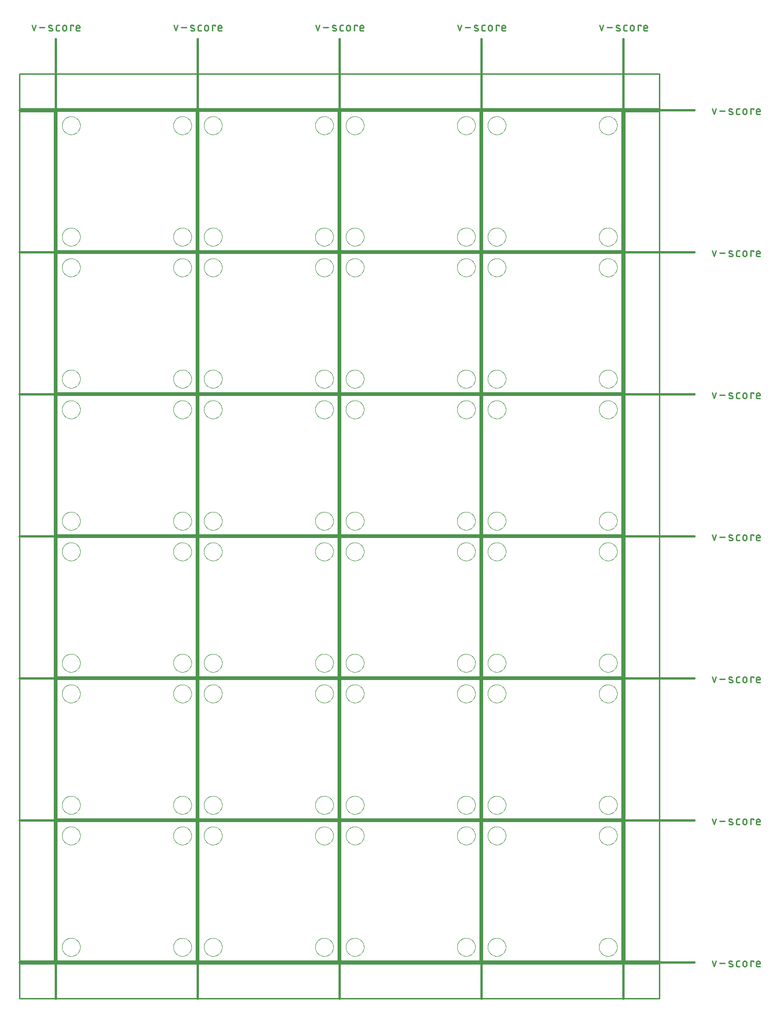
<source format=gko>
G04 EAGLE Gerber RS-274X export*
G75*
%MOMM*%
%FSLAX34Y34*%
%LPD*%
%IN*%
%IPPOS*%
%AMOC8*
5,1,8,0,0,1.08239X$1,22.5*%
G01*
%ADD10C,0.203200*%
%ADD11C,0.381000*%
%ADD12C,0.279400*%
%ADD13C,0.254000*%
%ADD14C,0.000000*%


D10*
X254000Y254000D02*
X254000Y0D01*
X0Y0D02*
X0Y254000D01*
X254000Y254000D01*
X254000Y0D02*
X0Y0D01*
X513080Y0D02*
X513080Y254000D01*
X259080Y254000D02*
X259080Y0D01*
X259080Y254000D02*
X513080Y254000D01*
X513080Y0D02*
X259080Y0D01*
X772160Y0D02*
X772160Y254000D01*
X518160Y254000D02*
X518160Y0D01*
X518160Y254000D02*
X772160Y254000D01*
X772160Y0D02*
X518160Y0D01*
X1031240Y0D02*
X1031240Y254000D01*
X777240Y254000D02*
X777240Y0D01*
X777240Y254000D02*
X1031240Y254000D01*
X1031240Y0D02*
X777240Y0D01*
X254000Y259080D02*
X254000Y513080D01*
X0Y513080D02*
X0Y259080D01*
X0Y513080D02*
X254000Y513080D01*
X254000Y259080D02*
X0Y259080D01*
X513080Y259080D02*
X513080Y513080D01*
X259080Y513080D02*
X259080Y259080D01*
X259080Y513080D02*
X513080Y513080D01*
X513080Y259080D02*
X259080Y259080D01*
X772160Y259080D02*
X772160Y513080D01*
X518160Y513080D02*
X518160Y259080D01*
X518160Y513080D02*
X772160Y513080D01*
X772160Y259080D02*
X518160Y259080D01*
X1031240Y259080D02*
X1031240Y513080D01*
X777240Y513080D02*
X777240Y259080D01*
X777240Y513080D02*
X1031240Y513080D01*
X1031240Y259080D02*
X777240Y259080D01*
X254000Y518160D02*
X254000Y772160D01*
X0Y772160D02*
X0Y518160D01*
X0Y772160D02*
X254000Y772160D01*
X254000Y518160D02*
X0Y518160D01*
X513080Y518160D02*
X513080Y772160D01*
X259080Y772160D02*
X259080Y518160D01*
X259080Y772160D02*
X513080Y772160D01*
X513080Y518160D02*
X259080Y518160D01*
X772160Y518160D02*
X772160Y772160D01*
X518160Y772160D02*
X518160Y518160D01*
X518160Y772160D02*
X772160Y772160D01*
X772160Y518160D02*
X518160Y518160D01*
X1031240Y518160D02*
X1031240Y772160D01*
X777240Y772160D02*
X777240Y518160D01*
X777240Y772160D02*
X1031240Y772160D01*
X1031240Y518160D02*
X777240Y518160D01*
X254000Y777240D02*
X254000Y1031240D01*
X0Y1031240D02*
X0Y777240D01*
X0Y1031240D02*
X254000Y1031240D01*
X254000Y777240D02*
X0Y777240D01*
X513080Y777240D02*
X513080Y1031240D01*
X259080Y1031240D02*
X259080Y777240D01*
X259080Y1031240D02*
X513080Y1031240D01*
X513080Y777240D02*
X259080Y777240D01*
X772160Y777240D02*
X772160Y1031240D01*
X518160Y1031240D02*
X518160Y777240D01*
X518160Y1031240D02*
X772160Y1031240D01*
X772160Y777240D02*
X518160Y777240D01*
X1031240Y777240D02*
X1031240Y1031240D01*
X777240Y1031240D02*
X777240Y777240D01*
X777240Y1031240D02*
X1031240Y1031240D01*
X1031240Y777240D02*
X777240Y777240D01*
X254000Y1036320D02*
X254000Y1290320D01*
X0Y1290320D02*
X0Y1036320D01*
X0Y1290320D02*
X254000Y1290320D01*
X254000Y1036320D02*
X0Y1036320D01*
X513080Y1036320D02*
X513080Y1290320D01*
X259080Y1290320D02*
X259080Y1036320D01*
X259080Y1290320D02*
X513080Y1290320D01*
X513080Y1036320D02*
X259080Y1036320D01*
X772160Y1036320D02*
X772160Y1290320D01*
X518160Y1290320D02*
X518160Y1036320D01*
X518160Y1290320D02*
X772160Y1290320D01*
X772160Y1036320D02*
X518160Y1036320D01*
X1031240Y1036320D02*
X1031240Y1290320D01*
X777240Y1290320D02*
X777240Y1036320D01*
X777240Y1290320D02*
X1031240Y1290320D01*
X1031240Y1036320D02*
X777240Y1036320D01*
X254000Y1295400D02*
X254000Y1549400D01*
X0Y1549400D02*
X0Y1295400D01*
X0Y1549400D02*
X254000Y1549400D01*
X254000Y1295400D02*
X0Y1295400D01*
X513080Y1295400D02*
X513080Y1549400D01*
X259080Y1549400D02*
X259080Y1295400D01*
X259080Y1549400D02*
X513080Y1549400D01*
X513080Y1295400D02*
X259080Y1295400D01*
X772160Y1295400D02*
X772160Y1549400D01*
X518160Y1549400D02*
X518160Y1295400D01*
X518160Y1549400D02*
X772160Y1549400D01*
X772160Y1295400D02*
X518160Y1295400D01*
X1031240Y1295400D02*
X1031240Y1549400D01*
X777240Y1549400D02*
X777240Y1295400D01*
X777240Y1549400D02*
X1031240Y1549400D01*
X1031240Y1295400D02*
X777240Y1295400D01*
D11*
X-2540Y1681480D02*
X-2540Y-68580D01*
D12*
X-42921Y1696847D02*
X-46251Y1706838D01*
X-39590Y1706838D02*
X-42921Y1696847D01*
X-32806Y1702675D02*
X-22815Y1702675D01*
X-14261Y1702675D02*
X-10098Y1701010D01*
X-14261Y1702674D02*
X-14346Y1702710D01*
X-14429Y1702750D01*
X-14510Y1702793D01*
X-14590Y1702840D01*
X-14667Y1702890D01*
X-14743Y1702943D01*
X-14816Y1702999D01*
X-14886Y1703059D01*
X-14954Y1703121D01*
X-15019Y1703186D01*
X-15081Y1703254D01*
X-15141Y1703325D01*
X-15197Y1703398D01*
X-15250Y1703473D01*
X-15300Y1703551D01*
X-15346Y1703630D01*
X-15389Y1703712D01*
X-15429Y1703795D01*
X-15465Y1703880D01*
X-15497Y1703966D01*
X-15526Y1704054D01*
X-15550Y1704143D01*
X-15571Y1704233D01*
X-15588Y1704323D01*
X-15602Y1704414D01*
X-15611Y1704506D01*
X-15616Y1704598D01*
X-15618Y1704690D01*
X-15616Y1704782D01*
X-15609Y1704874D01*
X-15599Y1704966D01*
X-15585Y1705057D01*
X-15567Y1705148D01*
X-15545Y1705237D01*
X-15519Y1705326D01*
X-15489Y1705413D01*
X-15456Y1705499D01*
X-15419Y1705583D01*
X-15379Y1705666D01*
X-15335Y1705747D01*
X-15288Y1705826D01*
X-15237Y1705903D01*
X-15183Y1705978D01*
X-15126Y1706051D01*
X-15066Y1706121D01*
X-15003Y1706188D01*
X-14937Y1706252D01*
X-14869Y1706314D01*
X-14798Y1706373D01*
X-14724Y1706428D01*
X-14648Y1706481D01*
X-14570Y1706530D01*
X-14490Y1706576D01*
X-14409Y1706618D01*
X-14325Y1706657D01*
X-14240Y1706692D01*
X-14153Y1706723D01*
X-14065Y1706751D01*
X-13976Y1706775D01*
X-13886Y1706795D01*
X-13796Y1706812D01*
X-13704Y1706824D01*
X-13612Y1706833D01*
X-13520Y1706837D01*
X-13428Y1706838D01*
X-13201Y1706832D01*
X-12974Y1706821D01*
X-12747Y1706804D01*
X-12521Y1706781D01*
X-12295Y1706754D01*
X-12070Y1706720D01*
X-11846Y1706682D01*
X-11623Y1706638D01*
X-11401Y1706589D01*
X-11180Y1706534D01*
X-10961Y1706474D01*
X-10743Y1706409D01*
X-10527Y1706338D01*
X-10313Y1706263D01*
X-10100Y1706182D01*
X-9890Y1706096D01*
X-9681Y1706005D01*
X-10098Y1701010D02*
X-10013Y1700974D01*
X-9930Y1700934D01*
X-9849Y1700891D01*
X-9769Y1700844D01*
X-9692Y1700794D01*
X-9616Y1700741D01*
X-9543Y1700685D01*
X-9473Y1700625D01*
X-9405Y1700563D01*
X-9340Y1700498D01*
X-9278Y1700430D01*
X-9218Y1700359D01*
X-9162Y1700286D01*
X-9109Y1700211D01*
X-9059Y1700133D01*
X-9013Y1700054D01*
X-8970Y1699972D01*
X-8930Y1699889D01*
X-8894Y1699804D01*
X-8862Y1699718D01*
X-8833Y1699630D01*
X-8809Y1699541D01*
X-8788Y1699451D01*
X-8771Y1699361D01*
X-8757Y1699270D01*
X-8748Y1699178D01*
X-8743Y1699086D01*
X-8741Y1698994D01*
X-8743Y1698902D01*
X-8750Y1698810D01*
X-8760Y1698718D01*
X-8774Y1698627D01*
X-8792Y1698536D01*
X-8814Y1698447D01*
X-8840Y1698358D01*
X-8870Y1698271D01*
X-8903Y1698185D01*
X-8940Y1698101D01*
X-8980Y1698018D01*
X-9024Y1697937D01*
X-9071Y1697858D01*
X-9122Y1697781D01*
X-9176Y1697706D01*
X-9233Y1697633D01*
X-9293Y1697563D01*
X-9356Y1697496D01*
X-9422Y1697432D01*
X-9490Y1697370D01*
X-9561Y1697311D01*
X-9635Y1697256D01*
X-9711Y1697203D01*
X-9789Y1697154D01*
X-9869Y1697108D01*
X-9950Y1697066D01*
X-10034Y1697027D01*
X-10119Y1696992D01*
X-10206Y1696961D01*
X-10294Y1696933D01*
X-10383Y1696909D01*
X-10473Y1696889D01*
X-10563Y1696872D01*
X-10655Y1696860D01*
X-10747Y1696851D01*
X-10839Y1696847D01*
X-10931Y1696846D01*
X-10931Y1696847D02*
X-11265Y1696856D01*
X-11598Y1696873D01*
X-11931Y1696897D01*
X-12264Y1696930D01*
X-12595Y1696970D01*
X-12926Y1697018D01*
X-13255Y1697074D01*
X-13583Y1697137D01*
X-13909Y1697209D01*
X-14233Y1697288D01*
X-14556Y1697374D01*
X-14876Y1697469D01*
X-15194Y1697571D01*
X-15510Y1697680D01*
X562Y1696847D02*
X3892Y1696847D01*
X562Y1696847D02*
X464Y1696849D01*
X366Y1696855D01*
X268Y1696864D01*
X171Y1696878D01*
X75Y1696895D01*
X-21Y1696916D01*
X-116Y1696941D01*
X-210Y1696969D01*
X-303Y1697001D01*
X-394Y1697037D01*
X-484Y1697076D01*
X-572Y1697119D01*
X-659Y1697166D01*
X-743Y1697215D01*
X-826Y1697268D01*
X-906Y1697324D01*
X-985Y1697383D01*
X-1060Y1697446D01*
X-1134Y1697511D01*
X-1204Y1697579D01*
X-1272Y1697649D01*
X-1338Y1697723D01*
X-1400Y1697799D01*
X-1459Y1697877D01*
X-1515Y1697957D01*
X-1568Y1698040D01*
X-1618Y1698124D01*
X-1664Y1698211D01*
X-1707Y1698299D01*
X-1746Y1698389D01*
X-1782Y1698480D01*
X-1814Y1698573D01*
X-1842Y1698667D01*
X-1867Y1698762D01*
X-1888Y1698858D01*
X-1905Y1698954D01*
X-1919Y1699051D01*
X-1928Y1699149D01*
X-1934Y1699247D01*
X-1936Y1699345D01*
X-1936Y1704340D01*
X-1934Y1704438D01*
X-1928Y1704536D01*
X-1919Y1704634D01*
X-1905Y1704731D01*
X-1888Y1704827D01*
X-1867Y1704923D01*
X-1842Y1705018D01*
X-1814Y1705112D01*
X-1782Y1705205D01*
X-1746Y1705296D01*
X-1707Y1705386D01*
X-1664Y1705474D01*
X-1617Y1705561D01*
X-1568Y1705645D01*
X-1515Y1705728D01*
X-1459Y1705808D01*
X-1400Y1705886D01*
X-1337Y1705962D01*
X-1272Y1706036D01*
X-1204Y1706106D01*
X-1134Y1706174D01*
X-1060Y1706239D01*
X-984Y1706302D01*
X-906Y1706361D01*
X-826Y1706417D01*
X-743Y1706470D01*
X-659Y1706519D01*
X-572Y1706566D01*
X-484Y1706609D01*
X-394Y1706648D01*
X-303Y1706684D01*
X-210Y1706716D01*
X-116Y1706744D01*
X-21Y1706769D01*
X75Y1706790D01*
X171Y1706807D01*
X268Y1706821D01*
X366Y1706830D01*
X464Y1706836D01*
X562Y1706838D01*
X3892Y1706838D01*
X10022Y1703507D02*
X10022Y1700177D01*
X10022Y1703507D02*
X10024Y1703621D01*
X10030Y1703734D01*
X10039Y1703848D01*
X10053Y1703960D01*
X10070Y1704073D01*
X10092Y1704185D01*
X10117Y1704295D01*
X10145Y1704405D01*
X10178Y1704514D01*
X10214Y1704622D01*
X10254Y1704729D01*
X10298Y1704834D01*
X10345Y1704937D01*
X10395Y1705039D01*
X10449Y1705139D01*
X10507Y1705237D01*
X10568Y1705333D01*
X10631Y1705427D01*
X10699Y1705519D01*
X10769Y1705609D01*
X10842Y1705695D01*
X10918Y1705780D01*
X10997Y1705862D01*
X11079Y1705941D01*
X11164Y1706017D01*
X11250Y1706090D01*
X11340Y1706160D01*
X11432Y1706228D01*
X11526Y1706291D01*
X11622Y1706352D01*
X11720Y1706410D01*
X11820Y1706464D01*
X11922Y1706514D01*
X12025Y1706561D01*
X12130Y1706605D01*
X12237Y1706645D01*
X12345Y1706681D01*
X12454Y1706714D01*
X12564Y1706742D01*
X12674Y1706767D01*
X12786Y1706789D01*
X12899Y1706806D01*
X13011Y1706820D01*
X13125Y1706829D01*
X13238Y1706835D01*
X13352Y1706837D01*
X13466Y1706835D01*
X13579Y1706829D01*
X13693Y1706820D01*
X13805Y1706806D01*
X13918Y1706789D01*
X14030Y1706767D01*
X14140Y1706742D01*
X14250Y1706714D01*
X14359Y1706681D01*
X14467Y1706645D01*
X14574Y1706605D01*
X14679Y1706561D01*
X14782Y1706514D01*
X14884Y1706464D01*
X14984Y1706410D01*
X15082Y1706352D01*
X15178Y1706291D01*
X15272Y1706228D01*
X15364Y1706160D01*
X15454Y1706090D01*
X15540Y1706017D01*
X15625Y1705941D01*
X15707Y1705862D01*
X15786Y1705780D01*
X15862Y1705695D01*
X15935Y1705609D01*
X16005Y1705519D01*
X16073Y1705427D01*
X16136Y1705333D01*
X16197Y1705237D01*
X16255Y1705139D01*
X16309Y1705039D01*
X16359Y1704937D01*
X16406Y1704834D01*
X16450Y1704729D01*
X16490Y1704622D01*
X16526Y1704514D01*
X16559Y1704405D01*
X16587Y1704295D01*
X16612Y1704185D01*
X16634Y1704073D01*
X16651Y1703960D01*
X16665Y1703848D01*
X16674Y1703734D01*
X16680Y1703621D01*
X16682Y1703507D01*
X16682Y1700177D01*
X16680Y1700063D01*
X16674Y1699950D01*
X16665Y1699836D01*
X16651Y1699724D01*
X16634Y1699611D01*
X16612Y1699499D01*
X16587Y1699389D01*
X16559Y1699279D01*
X16526Y1699170D01*
X16490Y1699062D01*
X16450Y1698955D01*
X16406Y1698850D01*
X16359Y1698747D01*
X16309Y1698645D01*
X16255Y1698545D01*
X16197Y1698447D01*
X16136Y1698351D01*
X16073Y1698257D01*
X16005Y1698165D01*
X15935Y1698075D01*
X15862Y1697989D01*
X15786Y1697904D01*
X15707Y1697822D01*
X15625Y1697743D01*
X15540Y1697667D01*
X15454Y1697594D01*
X15364Y1697524D01*
X15272Y1697456D01*
X15178Y1697393D01*
X15082Y1697332D01*
X14984Y1697274D01*
X14884Y1697220D01*
X14782Y1697170D01*
X14679Y1697123D01*
X14574Y1697079D01*
X14467Y1697039D01*
X14359Y1697003D01*
X14250Y1696970D01*
X14140Y1696942D01*
X14030Y1696917D01*
X13918Y1696895D01*
X13805Y1696878D01*
X13693Y1696864D01*
X13579Y1696855D01*
X13466Y1696849D01*
X13352Y1696847D01*
X13238Y1696849D01*
X13125Y1696855D01*
X13011Y1696864D01*
X12899Y1696878D01*
X12786Y1696895D01*
X12674Y1696917D01*
X12564Y1696942D01*
X12454Y1696970D01*
X12345Y1697003D01*
X12237Y1697039D01*
X12130Y1697079D01*
X12025Y1697123D01*
X11922Y1697170D01*
X11820Y1697220D01*
X11720Y1697274D01*
X11622Y1697332D01*
X11526Y1697393D01*
X11432Y1697456D01*
X11340Y1697524D01*
X11250Y1697594D01*
X11164Y1697667D01*
X11079Y1697743D01*
X10997Y1697822D01*
X10918Y1697904D01*
X10842Y1697989D01*
X10769Y1698075D01*
X10699Y1698165D01*
X10631Y1698257D01*
X10568Y1698351D01*
X10507Y1698447D01*
X10449Y1698545D01*
X10395Y1698645D01*
X10345Y1698747D01*
X10298Y1698850D01*
X10254Y1698955D01*
X10214Y1699062D01*
X10178Y1699170D01*
X10145Y1699279D01*
X10117Y1699389D01*
X10092Y1699499D01*
X10070Y1699611D01*
X10053Y1699724D01*
X10039Y1699836D01*
X10030Y1699950D01*
X10024Y1700063D01*
X10022Y1700177D01*
X24218Y1696847D02*
X24218Y1706838D01*
X29213Y1706838D01*
X29213Y1705173D01*
X37008Y1696847D02*
X41171Y1696847D01*
X37008Y1696847D02*
X36910Y1696849D01*
X36812Y1696855D01*
X36714Y1696864D01*
X36617Y1696878D01*
X36521Y1696895D01*
X36425Y1696916D01*
X36330Y1696941D01*
X36236Y1696969D01*
X36143Y1697001D01*
X36052Y1697037D01*
X35962Y1697076D01*
X35874Y1697119D01*
X35787Y1697166D01*
X35703Y1697215D01*
X35620Y1697268D01*
X35540Y1697324D01*
X35462Y1697383D01*
X35386Y1697446D01*
X35312Y1697511D01*
X35242Y1697579D01*
X35174Y1697649D01*
X35109Y1697723D01*
X35046Y1697799D01*
X34987Y1697877D01*
X34931Y1697957D01*
X34878Y1698040D01*
X34829Y1698124D01*
X34782Y1698211D01*
X34739Y1698299D01*
X34700Y1698389D01*
X34664Y1698480D01*
X34632Y1698573D01*
X34604Y1698667D01*
X34579Y1698762D01*
X34558Y1698858D01*
X34541Y1698954D01*
X34527Y1699051D01*
X34518Y1699149D01*
X34512Y1699247D01*
X34510Y1699345D01*
X34510Y1703507D01*
X34511Y1703507D02*
X34513Y1703621D01*
X34519Y1703734D01*
X34528Y1703848D01*
X34542Y1703960D01*
X34559Y1704073D01*
X34581Y1704185D01*
X34606Y1704295D01*
X34634Y1704405D01*
X34667Y1704514D01*
X34703Y1704622D01*
X34743Y1704729D01*
X34787Y1704834D01*
X34834Y1704937D01*
X34884Y1705039D01*
X34938Y1705139D01*
X34996Y1705237D01*
X35057Y1705333D01*
X35120Y1705427D01*
X35188Y1705519D01*
X35258Y1705609D01*
X35331Y1705695D01*
X35407Y1705780D01*
X35486Y1705862D01*
X35568Y1705941D01*
X35653Y1706017D01*
X35739Y1706090D01*
X35829Y1706160D01*
X35921Y1706228D01*
X36015Y1706291D01*
X36111Y1706352D01*
X36209Y1706410D01*
X36309Y1706464D01*
X36411Y1706514D01*
X36514Y1706561D01*
X36619Y1706605D01*
X36726Y1706645D01*
X36834Y1706681D01*
X36943Y1706714D01*
X37053Y1706742D01*
X37163Y1706767D01*
X37275Y1706789D01*
X37388Y1706806D01*
X37500Y1706820D01*
X37614Y1706829D01*
X37727Y1706835D01*
X37841Y1706837D01*
X37955Y1706835D01*
X38068Y1706829D01*
X38182Y1706820D01*
X38294Y1706806D01*
X38407Y1706789D01*
X38519Y1706767D01*
X38629Y1706742D01*
X38739Y1706714D01*
X38848Y1706681D01*
X38956Y1706645D01*
X39063Y1706605D01*
X39168Y1706561D01*
X39271Y1706514D01*
X39373Y1706464D01*
X39473Y1706410D01*
X39571Y1706352D01*
X39667Y1706291D01*
X39761Y1706228D01*
X39853Y1706160D01*
X39943Y1706090D01*
X40029Y1706017D01*
X40114Y1705941D01*
X40196Y1705862D01*
X40275Y1705780D01*
X40351Y1705695D01*
X40424Y1705609D01*
X40494Y1705519D01*
X40562Y1705427D01*
X40625Y1705333D01*
X40686Y1705237D01*
X40744Y1705139D01*
X40798Y1705039D01*
X40848Y1704937D01*
X40895Y1704834D01*
X40939Y1704729D01*
X40979Y1704622D01*
X41015Y1704514D01*
X41048Y1704405D01*
X41076Y1704295D01*
X41101Y1704185D01*
X41123Y1704073D01*
X41140Y1703960D01*
X41154Y1703848D01*
X41163Y1703734D01*
X41169Y1703621D01*
X41171Y1703507D01*
X41171Y1701842D01*
X34510Y1701842D01*
D11*
X256540Y1681480D02*
X256540Y-68580D01*
D12*
X216159Y1696847D02*
X212829Y1706838D01*
X219490Y1706838D02*
X216159Y1696847D01*
X226274Y1702675D02*
X236265Y1702675D01*
X244819Y1702675D02*
X248982Y1701010D01*
X244819Y1702674D02*
X244734Y1702710D01*
X244651Y1702750D01*
X244570Y1702793D01*
X244490Y1702840D01*
X244413Y1702890D01*
X244337Y1702943D01*
X244264Y1702999D01*
X244194Y1703059D01*
X244126Y1703121D01*
X244061Y1703186D01*
X243999Y1703254D01*
X243939Y1703325D01*
X243883Y1703398D01*
X243830Y1703473D01*
X243780Y1703551D01*
X243734Y1703630D01*
X243691Y1703712D01*
X243651Y1703795D01*
X243615Y1703880D01*
X243583Y1703966D01*
X243554Y1704054D01*
X243530Y1704143D01*
X243509Y1704233D01*
X243492Y1704323D01*
X243478Y1704414D01*
X243469Y1704506D01*
X243464Y1704598D01*
X243462Y1704690D01*
X243464Y1704782D01*
X243471Y1704874D01*
X243481Y1704966D01*
X243495Y1705057D01*
X243513Y1705148D01*
X243535Y1705237D01*
X243561Y1705326D01*
X243591Y1705413D01*
X243624Y1705499D01*
X243661Y1705583D01*
X243701Y1705666D01*
X243745Y1705747D01*
X243792Y1705826D01*
X243843Y1705903D01*
X243897Y1705978D01*
X243954Y1706051D01*
X244014Y1706121D01*
X244077Y1706188D01*
X244143Y1706252D01*
X244211Y1706314D01*
X244282Y1706373D01*
X244356Y1706428D01*
X244432Y1706481D01*
X244510Y1706530D01*
X244590Y1706576D01*
X244671Y1706618D01*
X244755Y1706657D01*
X244840Y1706692D01*
X244927Y1706723D01*
X245015Y1706751D01*
X245104Y1706775D01*
X245194Y1706795D01*
X245284Y1706812D01*
X245376Y1706824D01*
X245468Y1706833D01*
X245560Y1706837D01*
X245652Y1706838D01*
X245879Y1706832D01*
X246106Y1706821D01*
X246333Y1706804D01*
X246559Y1706781D01*
X246785Y1706754D01*
X247010Y1706720D01*
X247234Y1706682D01*
X247457Y1706638D01*
X247679Y1706589D01*
X247900Y1706534D01*
X248119Y1706474D01*
X248337Y1706409D01*
X248553Y1706338D01*
X248767Y1706263D01*
X248980Y1706182D01*
X249190Y1706096D01*
X249399Y1706005D01*
X248982Y1701010D02*
X249067Y1700974D01*
X249150Y1700934D01*
X249231Y1700891D01*
X249311Y1700844D01*
X249388Y1700794D01*
X249464Y1700741D01*
X249537Y1700685D01*
X249607Y1700625D01*
X249675Y1700563D01*
X249740Y1700498D01*
X249802Y1700430D01*
X249862Y1700359D01*
X249918Y1700286D01*
X249971Y1700211D01*
X250021Y1700133D01*
X250067Y1700054D01*
X250110Y1699972D01*
X250150Y1699889D01*
X250186Y1699804D01*
X250218Y1699718D01*
X250247Y1699630D01*
X250271Y1699541D01*
X250292Y1699451D01*
X250309Y1699361D01*
X250323Y1699270D01*
X250332Y1699178D01*
X250337Y1699086D01*
X250339Y1698994D01*
X250337Y1698902D01*
X250330Y1698810D01*
X250320Y1698718D01*
X250306Y1698627D01*
X250288Y1698536D01*
X250266Y1698447D01*
X250240Y1698358D01*
X250210Y1698271D01*
X250177Y1698185D01*
X250140Y1698101D01*
X250100Y1698018D01*
X250056Y1697937D01*
X250009Y1697858D01*
X249958Y1697781D01*
X249904Y1697706D01*
X249847Y1697633D01*
X249787Y1697563D01*
X249724Y1697496D01*
X249658Y1697432D01*
X249590Y1697370D01*
X249519Y1697311D01*
X249445Y1697256D01*
X249369Y1697203D01*
X249291Y1697154D01*
X249211Y1697108D01*
X249130Y1697066D01*
X249046Y1697027D01*
X248961Y1696992D01*
X248874Y1696961D01*
X248786Y1696933D01*
X248697Y1696909D01*
X248607Y1696889D01*
X248517Y1696872D01*
X248425Y1696860D01*
X248333Y1696851D01*
X248241Y1696847D01*
X248149Y1696846D01*
X248149Y1696847D02*
X247815Y1696856D01*
X247482Y1696873D01*
X247149Y1696897D01*
X246816Y1696930D01*
X246485Y1696970D01*
X246154Y1697018D01*
X245825Y1697074D01*
X245497Y1697137D01*
X245171Y1697209D01*
X244847Y1697288D01*
X244524Y1697374D01*
X244204Y1697469D01*
X243886Y1697571D01*
X243570Y1697680D01*
X259642Y1696847D02*
X262972Y1696847D01*
X259642Y1696847D02*
X259544Y1696849D01*
X259446Y1696855D01*
X259348Y1696864D01*
X259251Y1696878D01*
X259155Y1696895D01*
X259059Y1696916D01*
X258964Y1696941D01*
X258870Y1696969D01*
X258777Y1697001D01*
X258686Y1697037D01*
X258596Y1697076D01*
X258508Y1697119D01*
X258421Y1697166D01*
X258337Y1697215D01*
X258254Y1697268D01*
X258174Y1697324D01*
X258096Y1697383D01*
X258020Y1697446D01*
X257946Y1697511D01*
X257876Y1697579D01*
X257808Y1697649D01*
X257743Y1697723D01*
X257680Y1697799D01*
X257621Y1697877D01*
X257565Y1697957D01*
X257512Y1698040D01*
X257463Y1698124D01*
X257416Y1698211D01*
X257373Y1698299D01*
X257334Y1698389D01*
X257298Y1698480D01*
X257266Y1698573D01*
X257238Y1698667D01*
X257213Y1698762D01*
X257192Y1698858D01*
X257175Y1698954D01*
X257161Y1699051D01*
X257152Y1699149D01*
X257146Y1699247D01*
X257144Y1699345D01*
X257144Y1704340D01*
X257146Y1704438D01*
X257152Y1704536D01*
X257161Y1704634D01*
X257175Y1704731D01*
X257192Y1704827D01*
X257213Y1704923D01*
X257238Y1705018D01*
X257266Y1705112D01*
X257298Y1705205D01*
X257334Y1705296D01*
X257373Y1705386D01*
X257416Y1705474D01*
X257463Y1705561D01*
X257512Y1705645D01*
X257565Y1705728D01*
X257621Y1705808D01*
X257680Y1705887D01*
X257743Y1705962D01*
X257808Y1706036D01*
X257876Y1706106D01*
X257946Y1706174D01*
X258020Y1706240D01*
X258096Y1706302D01*
X258174Y1706361D01*
X258254Y1706417D01*
X258337Y1706470D01*
X258421Y1706520D01*
X258508Y1706566D01*
X258596Y1706609D01*
X258686Y1706648D01*
X258777Y1706684D01*
X258870Y1706716D01*
X258964Y1706744D01*
X259059Y1706769D01*
X259155Y1706790D01*
X259251Y1706807D01*
X259348Y1706821D01*
X259446Y1706830D01*
X259544Y1706836D01*
X259642Y1706838D01*
X262972Y1706838D01*
X269102Y1703507D02*
X269102Y1700177D01*
X269102Y1703507D02*
X269104Y1703621D01*
X269110Y1703734D01*
X269119Y1703848D01*
X269133Y1703960D01*
X269150Y1704073D01*
X269172Y1704185D01*
X269197Y1704295D01*
X269225Y1704405D01*
X269258Y1704514D01*
X269294Y1704622D01*
X269334Y1704729D01*
X269378Y1704834D01*
X269425Y1704937D01*
X269475Y1705039D01*
X269529Y1705139D01*
X269587Y1705237D01*
X269648Y1705333D01*
X269711Y1705427D01*
X269779Y1705519D01*
X269849Y1705609D01*
X269922Y1705695D01*
X269998Y1705780D01*
X270077Y1705862D01*
X270159Y1705941D01*
X270244Y1706017D01*
X270330Y1706090D01*
X270420Y1706160D01*
X270512Y1706228D01*
X270606Y1706291D01*
X270702Y1706352D01*
X270800Y1706410D01*
X270900Y1706464D01*
X271002Y1706514D01*
X271105Y1706561D01*
X271210Y1706605D01*
X271317Y1706645D01*
X271425Y1706681D01*
X271534Y1706714D01*
X271644Y1706742D01*
X271754Y1706767D01*
X271866Y1706789D01*
X271979Y1706806D01*
X272091Y1706820D01*
X272205Y1706829D01*
X272318Y1706835D01*
X272432Y1706837D01*
X272546Y1706835D01*
X272659Y1706829D01*
X272773Y1706820D01*
X272885Y1706806D01*
X272998Y1706789D01*
X273110Y1706767D01*
X273220Y1706742D01*
X273330Y1706714D01*
X273439Y1706681D01*
X273547Y1706645D01*
X273654Y1706605D01*
X273759Y1706561D01*
X273862Y1706514D01*
X273964Y1706464D01*
X274064Y1706410D01*
X274162Y1706352D01*
X274258Y1706291D01*
X274352Y1706228D01*
X274444Y1706160D01*
X274534Y1706090D01*
X274620Y1706017D01*
X274705Y1705941D01*
X274787Y1705862D01*
X274866Y1705780D01*
X274942Y1705695D01*
X275015Y1705609D01*
X275085Y1705519D01*
X275153Y1705427D01*
X275216Y1705333D01*
X275277Y1705237D01*
X275335Y1705139D01*
X275389Y1705039D01*
X275439Y1704937D01*
X275486Y1704834D01*
X275530Y1704729D01*
X275570Y1704622D01*
X275606Y1704514D01*
X275639Y1704405D01*
X275667Y1704295D01*
X275692Y1704185D01*
X275714Y1704073D01*
X275731Y1703960D01*
X275745Y1703848D01*
X275754Y1703734D01*
X275760Y1703621D01*
X275762Y1703507D01*
X275762Y1700177D01*
X275760Y1700063D01*
X275754Y1699950D01*
X275745Y1699836D01*
X275731Y1699724D01*
X275714Y1699611D01*
X275692Y1699499D01*
X275667Y1699389D01*
X275639Y1699279D01*
X275606Y1699170D01*
X275570Y1699062D01*
X275530Y1698955D01*
X275486Y1698850D01*
X275439Y1698747D01*
X275389Y1698645D01*
X275335Y1698545D01*
X275277Y1698447D01*
X275216Y1698351D01*
X275153Y1698257D01*
X275085Y1698165D01*
X275015Y1698075D01*
X274942Y1697989D01*
X274866Y1697904D01*
X274787Y1697822D01*
X274705Y1697743D01*
X274620Y1697667D01*
X274534Y1697594D01*
X274444Y1697524D01*
X274352Y1697456D01*
X274258Y1697393D01*
X274162Y1697332D01*
X274064Y1697274D01*
X273964Y1697220D01*
X273862Y1697170D01*
X273759Y1697123D01*
X273654Y1697079D01*
X273547Y1697039D01*
X273439Y1697003D01*
X273330Y1696970D01*
X273220Y1696942D01*
X273110Y1696917D01*
X272998Y1696895D01*
X272885Y1696878D01*
X272773Y1696864D01*
X272659Y1696855D01*
X272546Y1696849D01*
X272432Y1696847D01*
X272318Y1696849D01*
X272205Y1696855D01*
X272091Y1696864D01*
X271979Y1696878D01*
X271866Y1696895D01*
X271754Y1696917D01*
X271644Y1696942D01*
X271534Y1696970D01*
X271425Y1697003D01*
X271317Y1697039D01*
X271210Y1697079D01*
X271105Y1697123D01*
X271002Y1697170D01*
X270900Y1697220D01*
X270800Y1697274D01*
X270702Y1697332D01*
X270606Y1697393D01*
X270512Y1697456D01*
X270420Y1697524D01*
X270330Y1697594D01*
X270244Y1697667D01*
X270159Y1697743D01*
X270077Y1697822D01*
X269998Y1697904D01*
X269922Y1697989D01*
X269849Y1698075D01*
X269779Y1698165D01*
X269711Y1698257D01*
X269648Y1698351D01*
X269587Y1698447D01*
X269529Y1698545D01*
X269475Y1698645D01*
X269425Y1698747D01*
X269378Y1698850D01*
X269334Y1698955D01*
X269294Y1699062D01*
X269258Y1699170D01*
X269225Y1699279D01*
X269197Y1699389D01*
X269172Y1699499D01*
X269150Y1699611D01*
X269133Y1699724D01*
X269119Y1699836D01*
X269110Y1699950D01*
X269104Y1700063D01*
X269102Y1700177D01*
X283298Y1696847D02*
X283298Y1706838D01*
X288293Y1706838D01*
X288293Y1705173D01*
X296088Y1696847D02*
X300251Y1696847D01*
X296088Y1696847D02*
X295990Y1696849D01*
X295892Y1696855D01*
X295794Y1696864D01*
X295697Y1696878D01*
X295601Y1696895D01*
X295505Y1696916D01*
X295410Y1696941D01*
X295316Y1696969D01*
X295223Y1697001D01*
X295132Y1697037D01*
X295042Y1697076D01*
X294954Y1697119D01*
X294867Y1697166D01*
X294783Y1697215D01*
X294700Y1697268D01*
X294620Y1697324D01*
X294542Y1697383D01*
X294466Y1697446D01*
X294392Y1697511D01*
X294322Y1697579D01*
X294254Y1697649D01*
X294189Y1697723D01*
X294126Y1697799D01*
X294067Y1697877D01*
X294011Y1697957D01*
X293958Y1698040D01*
X293909Y1698124D01*
X293862Y1698211D01*
X293819Y1698299D01*
X293780Y1698389D01*
X293744Y1698480D01*
X293712Y1698573D01*
X293684Y1698667D01*
X293659Y1698762D01*
X293638Y1698858D01*
X293621Y1698954D01*
X293607Y1699051D01*
X293598Y1699149D01*
X293592Y1699247D01*
X293590Y1699345D01*
X293590Y1703507D01*
X293591Y1703507D02*
X293593Y1703621D01*
X293599Y1703734D01*
X293608Y1703848D01*
X293622Y1703960D01*
X293639Y1704073D01*
X293661Y1704185D01*
X293686Y1704295D01*
X293714Y1704405D01*
X293747Y1704514D01*
X293783Y1704622D01*
X293823Y1704729D01*
X293867Y1704834D01*
X293914Y1704937D01*
X293964Y1705039D01*
X294018Y1705139D01*
X294076Y1705237D01*
X294137Y1705333D01*
X294200Y1705427D01*
X294268Y1705519D01*
X294338Y1705609D01*
X294411Y1705695D01*
X294487Y1705780D01*
X294566Y1705862D01*
X294648Y1705941D01*
X294733Y1706017D01*
X294819Y1706090D01*
X294909Y1706160D01*
X295001Y1706228D01*
X295095Y1706291D01*
X295191Y1706352D01*
X295289Y1706410D01*
X295389Y1706464D01*
X295491Y1706514D01*
X295594Y1706561D01*
X295699Y1706605D01*
X295806Y1706645D01*
X295914Y1706681D01*
X296023Y1706714D01*
X296133Y1706742D01*
X296243Y1706767D01*
X296355Y1706789D01*
X296468Y1706806D01*
X296580Y1706820D01*
X296694Y1706829D01*
X296807Y1706835D01*
X296921Y1706837D01*
X297035Y1706835D01*
X297148Y1706829D01*
X297262Y1706820D01*
X297374Y1706806D01*
X297487Y1706789D01*
X297599Y1706767D01*
X297709Y1706742D01*
X297819Y1706714D01*
X297928Y1706681D01*
X298036Y1706645D01*
X298143Y1706605D01*
X298248Y1706561D01*
X298351Y1706514D01*
X298453Y1706464D01*
X298553Y1706410D01*
X298651Y1706352D01*
X298747Y1706291D01*
X298841Y1706228D01*
X298933Y1706160D01*
X299023Y1706090D01*
X299109Y1706017D01*
X299194Y1705941D01*
X299276Y1705862D01*
X299355Y1705780D01*
X299431Y1705695D01*
X299504Y1705609D01*
X299574Y1705519D01*
X299642Y1705427D01*
X299705Y1705333D01*
X299766Y1705237D01*
X299824Y1705139D01*
X299878Y1705039D01*
X299928Y1704937D01*
X299975Y1704834D01*
X300019Y1704729D01*
X300059Y1704622D01*
X300095Y1704514D01*
X300128Y1704405D01*
X300156Y1704295D01*
X300181Y1704185D01*
X300203Y1704073D01*
X300220Y1703960D01*
X300234Y1703848D01*
X300243Y1703734D01*
X300249Y1703621D01*
X300251Y1703507D01*
X300251Y1701842D01*
X293590Y1701842D01*
D11*
X515620Y1681480D02*
X515620Y-68580D01*
D12*
X475239Y1696847D02*
X471909Y1706838D01*
X478570Y1706838D02*
X475239Y1696847D01*
X485354Y1702675D02*
X495345Y1702675D01*
X503899Y1702675D02*
X508062Y1701010D01*
X503899Y1702674D02*
X503814Y1702710D01*
X503731Y1702750D01*
X503650Y1702793D01*
X503570Y1702840D01*
X503493Y1702890D01*
X503417Y1702943D01*
X503344Y1702999D01*
X503274Y1703059D01*
X503206Y1703121D01*
X503141Y1703186D01*
X503079Y1703254D01*
X503019Y1703325D01*
X502963Y1703398D01*
X502910Y1703473D01*
X502860Y1703551D01*
X502814Y1703630D01*
X502771Y1703712D01*
X502731Y1703795D01*
X502695Y1703880D01*
X502663Y1703966D01*
X502634Y1704054D01*
X502610Y1704143D01*
X502589Y1704233D01*
X502572Y1704323D01*
X502558Y1704414D01*
X502549Y1704506D01*
X502544Y1704598D01*
X502542Y1704690D01*
X502544Y1704782D01*
X502551Y1704874D01*
X502561Y1704966D01*
X502575Y1705057D01*
X502593Y1705148D01*
X502615Y1705237D01*
X502641Y1705326D01*
X502671Y1705413D01*
X502704Y1705499D01*
X502741Y1705583D01*
X502781Y1705666D01*
X502825Y1705747D01*
X502872Y1705826D01*
X502923Y1705903D01*
X502977Y1705978D01*
X503034Y1706051D01*
X503094Y1706121D01*
X503157Y1706188D01*
X503223Y1706252D01*
X503291Y1706314D01*
X503362Y1706373D01*
X503436Y1706428D01*
X503512Y1706481D01*
X503590Y1706530D01*
X503670Y1706576D01*
X503751Y1706618D01*
X503835Y1706657D01*
X503920Y1706692D01*
X504007Y1706723D01*
X504095Y1706751D01*
X504184Y1706775D01*
X504274Y1706795D01*
X504364Y1706812D01*
X504456Y1706824D01*
X504548Y1706833D01*
X504640Y1706837D01*
X504732Y1706838D01*
X504959Y1706832D01*
X505186Y1706821D01*
X505413Y1706804D01*
X505639Y1706781D01*
X505865Y1706754D01*
X506090Y1706720D01*
X506314Y1706682D01*
X506537Y1706638D01*
X506759Y1706589D01*
X506980Y1706534D01*
X507199Y1706474D01*
X507417Y1706409D01*
X507633Y1706338D01*
X507847Y1706263D01*
X508060Y1706182D01*
X508270Y1706096D01*
X508479Y1706005D01*
X508062Y1701010D02*
X508147Y1700974D01*
X508230Y1700934D01*
X508311Y1700891D01*
X508391Y1700844D01*
X508468Y1700794D01*
X508544Y1700741D01*
X508617Y1700685D01*
X508687Y1700625D01*
X508755Y1700563D01*
X508820Y1700498D01*
X508882Y1700430D01*
X508942Y1700359D01*
X508998Y1700286D01*
X509051Y1700211D01*
X509101Y1700133D01*
X509147Y1700054D01*
X509190Y1699972D01*
X509230Y1699889D01*
X509266Y1699804D01*
X509298Y1699718D01*
X509327Y1699630D01*
X509351Y1699541D01*
X509372Y1699451D01*
X509389Y1699361D01*
X509403Y1699270D01*
X509412Y1699178D01*
X509417Y1699086D01*
X509419Y1698994D01*
X509417Y1698902D01*
X509410Y1698810D01*
X509400Y1698718D01*
X509386Y1698627D01*
X509368Y1698536D01*
X509346Y1698447D01*
X509320Y1698358D01*
X509290Y1698271D01*
X509257Y1698185D01*
X509220Y1698101D01*
X509180Y1698018D01*
X509136Y1697937D01*
X509089Y1697858D01*
X509038Y1697781D01*
X508984Y1697706D01*
X508927Y1697633D01*
X508867Y1697563D01*
X508804Y1697496D01*
X508738Y1697432D01*
X508670Y1697370D01*
X508599Y1697311D01*
X508525Y1697256D01*
X508449Y1697203D01*
X508371Y1697154D01*
X508291Y1697108D01*
X508210Y1697066D01*
X508126Y1697027D01*
X508041Y1696992D01*
X507954Y1696961D01*
X507866Y1696933D01*
X507777Y1696909D01*
X507687Y1696889D01*
X507597Y1696872D01*
X507505Y1696860D01*
X507413Y1696851D01*
X507321Y1696847D01*
X507229Y1696846D01*
X507229Y1696847D02*
X506895Y1696856D01*
X506562Y1696873D01*
X506229Y1696897D01*
X505896Y1696930D01*
X505565Y1696970D01*
X505234Y1697018D01*
X504905Y1697074D01*
X504577Y1697137D01*
X504251Y1697209D01*
X503927Y1697288D01*
X503604Y1697374D01*
X503284Y1697469D01*
X502966Y1697571D01*
X502650Y1697680D01*
X518722Y1696847D02*
X522052Y1696847D01*
X518722Y1696847D02*
X518624Y1696849D01*
X518526Y1696855D01*
X518428Y1696864D01*
X518331Y1696878D01*
X518235Y1696895D01*
X518139Y1696916D01*
X518044Y1696941D01*
X517950Y1696969D01*
X517857Y1697001D01*
X517766Y1697037D01*
X517676Y1697076D01*
X517588Y1697119D01*
X517501Y1697166D01*
X517417Y1697215D01*
X517334Y1697268D01*
X517254Y1697324D01*
X517176Y1697383D01*
X517100Y1697446D01*
X517026Y1697511D01*
X516956Y1697579D01*
X516888Y1697649D01*
X516823Y1697723D01*
X516760Y1697799D01*
X516701Y1697877D01*
X516645Y1697957D01*
X516592Y1698040D01*
X516543Y1698124D01*
X516496Y1698211D01*
X516453Y1698299D01*
X516414Y1698389D01*
X516378Y1698480D01*
X516346Y1698573D01*
X516318Y1698667D01*
X516293Y1698762D01*
X516272Y1698858D01*
X516255Y1698954D01*
X516241Y1699051D01*
X516232Y1699149D01*
X516226Y1699247D01*
X516224Y1699345D01*
X516224Y1704340D01*
X516226Y1704438D01*
X516232Y1704536D01*
X516241Y1704634D01*
X516255Y1704731D01*
X516272Y1704827D01*
X516293Y1704923D01*
X516318Y1705018D01*
X516346Y1705112D01*
X516378Y1705205D01*
X516414Y1705296D01*
X516453Y1705386D01*
X516496Y1705474D01*
X516543Y1705561D01*
X516592Y1705645D01*
X516645Y1705728D01*
X516701Y1705808D01*
X516760Y1705887D01*
X516823Y1705962D01*
X516888Y1706036D01*
X516956Y1706106D01*
X517026Y1706174D01*
X517100Y1706240D01*
X517176Y1706302D01*
X517254Y1706361D01*
X517334Y1706417D01*
X517417Y1706470D01*
X517501Y1706520D01*
X517588Y1706566D01*
X517676Y1706609D01*
X517766Y1706648D01*
X517857Y1706684D01*
X517950Y1706716D01*
X518044Y1706744D01*
X518139Y1706769D01*
X518235Y1706790D01*
X518331Y1706807D01*
X518428Y1706821D01*
X518526Y1706830D01*
X518624Y1706836D01*
X518722Y1706838D01*
X522052Y1706838D01*
X528182Y1703507D02*
X528182Y1700177D01*
X528182Y1703507D02*
X528184Y1703621D01*
X528190Y1703734D01*
X528199Y1703848D01*
X528213Y1703960D01*
X528230Y1704073D01*
X528252Y1704185D01*
X528277Y1704295D01*
X528305Y1704405D01*
X528338Y1704514D01*
X528374Y1704622D01*
X528414Y1704729D01*
X528458Y1704834D01*
X528505Y1704937D01*
X528555Y1705039D01*
X528609Y1705139D01*
X528667Y1705237D01*
X528728Y1705333D01*
X528791Y1705427D01*
X528859Y1705519D01*
X528929Y1705609D01*
X529002Y1705695D01*
X529078Y1705780D01*
X529157Y1705862D01*
X529239Y1705941D01*
X529324Y1706017D01*
X529410Y1706090D01*
X529500Y1706160D01*
X529592Y1706228D01*
X529686Y1706291D01*
X529782Y1706352D01*
X529880Y1706410D01*
X529980Y1706464D01*
X530082Y1706514D01*
X530185Y1706561D01*
X530290Y1706605D01*
X530397Y1706645D01*
X530505Y1706681D01*
X530614Y1706714D01*
X530724Y1706742D01*
X530834Y1706767D01*
X530946Y1706789D01*
X531059Y1706806D01*
X531171Y1706820D01*
X531285Y1706829D01*
X531398Y1706835D01*
X531512Y1706837D01*
X531626Y1706835D01*
X531739Y1706829D01*
X531853Y1706820D01*
X531965Y1706806D01*
X532078Y1706789D01*
X532190Y1706767D01*
X532300Y1706742D01*
X532410Y1706714D01*
X532519Y1706681D01*
X532627Y1706645D01*
X532734Y1706605D01*
X532839Y1706561D01*
X532942Y1706514D01*
X533044Y1706464D01*
X533144Y1706410D01*
X533242Y1706352D01*
X533338Y1706291D01*
X533432Y1706228D01*
X533524Y1706160D01*
X533614Y1706090D01*
X533700Y1706017D01*
X533785Y1705941D01*
X533867Y1705862D01*
X533946Y1705780D01*
X534022Y1705695D01*
X534095Y1705609D01*
X534165Y1705519D01*
X534233Y1705427D01*
X534296Y1705333D01*
X534357Y1705237D01*
X534415Y1705139D01*
X534469Y1705039D01*
X534519Y1704937D01*
X534566Y1704834D01*
X534610Y1704729D01*
X534650Y1704622D01*
X534686Y1704514D01*
X534719Y1704405D01*
X534747Y1704295D01*
X534772Y1704185D01*
X534794Y1704073D01*
X534811Y1703960D01*
X534825Y1703848D01*
X534834Y1703734D01*
X534840Y1703621D01*
X534842Y1703507D01*
X534842Y1700177D01*
X534840Y1700063D01*
X534834Y1699950D01*
X534825Y1699836D01*
X534811Y1699724D01*
X534794Y1699611D01*
X534772Y1699499D01*
X534747Y1699389D01*
X534719Y1699279D01*
X534686Y1699170D01*
X534650Y1699062D01*
X534610Y1698955D01*
X534566Y1698850D01*
X534519Y1698747D01*
X534469Y1698645D01*
X534415Y1698545D01*
X534357Y1698447D01*
X534296Y1698351D01*
X534233Y1698257D01*
X534165Y1698165D01*
X534095Y1698075D01*
X534022Y1697989D01*
X533946Y1697904D01*
X533867Y1697822D01*
X533785Y1697743D01*
X533700Y1697667D01*
X533614Y1697594D01*
X533524Y1697524D01*
X533432Y1697456D01*
X533338Y1697393D01*
X533242Y1697332D01*
X533144Y1697274D01*
X533044Y1697220D01*
X532942Y1697170D01*
X532839Y1697123D01*
X532734Y1697079D01*
X532627Y1697039D01*
X532519Y1697003D01*
X532410Y1696970D01*
X532300Y1696942D01*
X532190Y1696917D01*
X532078Y1696895D01*
X531965Y1696878D01*
X531853Y1696864D01*
X531739Y1696855D01*
X531626Y1696849D01*
X531512Y1696847D01*
X531398Y1696849D01*
X531285Y1696855D01*
X531171Y1696864D01*
X531059Y1696878D01*
X530946Y1696895D01*
X530834Y1696917D01*
X530724Y1696942D01*
X530614Y1696970D01*
X530505Y1697003D01*
X530397Y1697039D01*
X530290Y1697079D01*
X530185Y1697123D01*
X530082Y1697170D01*
X529980Y1697220D01*
X529880Y1697274D01*
X529782Y1697332D01*
X529686Y1697393D01*
X529592Y1697456D01*
X529500Y1697524D01*
X529410Y1697594D01*
X529324Y1697667D01*
X529239Y1697743D01*
X529157Y1697822D01*
X529078Y1697904D01*
X529002Y1697989D01*
X528929Y1698075D01*
X528859Y1698165D01*
X528791Y1698257D01*
X528728Y1698351D01*
X528667Y1698447D01*
X528609Y1698545D01*
X528555Y1698645D01*
X528505Y1698747D01*
X528458Y1698850D01*
X528414Y1698955D01*
X528374Y1699062D01*
X528338Y1699170D01*
X528305Y1699279D01*
X528277Y1699389D01*
X528252Y1699499D01*
X528230Y1699611D01*
X528213Y1699724D01*
X528199Y1699836D01*
X528190Y1699950D01*
X528184Y1700063D01*
X528182Y1700177D01*
X542378Y1696847D02*
X542378Y1706838D01*
X547373Y1706838D01*
X547373Y1705173D01*
X555168Y1696847D02*
X559331Y1696847D01*
X555168Y1696847D02*
X555070Y1696849D01*
X554972Y1696855D01*
X554874Y1696864D01*
X554777Y1696878D01*
X554681Y1696895D01*
X554585Y1696916D01*
X554490Y1696941D01*
X554396Y1696969D01*
X554303Y1697001D01*
X554212Y1697037D01*
X554122Y1697076D01*
X554034Y1697119D01*
X553947Y1697166D01*
X553863Y1697215D01*
X553780Y1697268D01*
X553700Y1697324D01*
X553622Y1697383D01*
X553546Y1697446D01*
X553472Y1697511D01*
X553402Y1697579D01*
X553334Y1697649D01*
X553269Y1697723D01*
X553206Y1697799D01*
X553147Y1697877D01*
X553091Y1697957D01*
X553038Y1698040D01*
X552989Y1698124D01*
X552942Y1698211D01*
X552899Y1698299D01*
X552860Y1698389D01*
X552824Y1698480D01*
X552792Y1698573D01*
X552764Y1698667D01*
X552739Y1698762D01*
X552718Y1698858D01*
X552701Y1698954D01*
X552687Y1699051D01*
X552678Y1699149D01*
X552672Y1699247D01*
X552670Y1699345D01*
X552670Y1703507D01*
X552671Y1703507D02*
X552673Y1703621D01*
X552679Y1703734D01*
X552688Y1703848D01*
X552702Y1703960D01*
X552719Y1704073D01*
X552741Y1704185D01*
X552766Y1704295D01*
X552794Y1704405D01*
X552827Y1704514D01*
X552863Y1704622D01*
X552903Y1704729D01*
X552947Y1704834D01*
X552994Y1704937D01*
X553044Y1705039D01*
X553098Y1705139D01*
X553156Y1705237D01*
X553217Y1705333D01*
X553280Y1705427D01*
X553348Y1705519D01*
X553418Y1705609D01*
X553491Y1705695D01*
X553567Y1705780D01*
X553646Y1705862D01*
X553728Y1705941D01*
X553813Y1706017D01*
X553899Y1706090D01*
X553989Y1706160D01*
X554081Y1706228D01*
X554175Y1706291D01*
X554271Y1706352D01*
X554369Y1706410D01*
X554469Y1706464D01*
X554571Y1706514D01*
X554674Y1706561D01*
X554779Y1706605D01*
X554886Y1706645D01*
X554994Y1706681D01*
X555103Y1706714D01*
X555213Y1706742D01*
X555323Y1706767D01*
X555435Y1706789D01*
X555548Y1706806D01*
X555660Y1706820D01*
X555774Y1706829D01*
X555887Y1706835D01*
X556001Y1706837D01*
X556115Y1706835D01*
X556228Y1706829D01*
X556342Y1706820D01*
X556454Y1706806D01*
X556567Y1706789D01*
X556679Y1706767D01*
X556789Y1706742D01*
X556899Y1706714D01*
X557008Y1706681D01*
X557116Y1706645D01*
X557223Y1706605D01*
X557328Y1706561D01*
X557431Y1706514D01*
X557533Y1706464D01*
X557633Y1706410D01*
X557731Y1706352D01*
X557827Y1706291D01*
X557921Y1706228D01*
X558013Y1706160D01*
X558103Y1706090D01*
X558189Y1706017D01*
X558274Y1705941D01*
X558356Y1705862D01*
X558435Y1705780D01*
X558511Y1705695D01*
X558584Y1705609D01*
X558654Y1705519D01*
X558722Y1705427D01*
X558785Y1705333D01*
X558846Y1705237D01*
X558904Y1705139D01*
X558958Y1705039D01*
X559008Y1704937D01*
X559055Y1704834D01*
X559099Y1704729D01*
X559139Y1704622D01*
X559175Y1704514D01*
X559208Y1704405D01*
X559236Y1704295D01*
X559261Y1704185D01*
X559283Y1704073D01*
X559300Y1703960D01*
X559314Y1703848D01*
X559323Y1703734D01*
X559329Y1703621D01*
X559331Y1703507D01*
X559331Y1701842D01*
X552670Y1701842D01*
D11*
X774700Y1681480D02*
X774700Y-68580D01*
D12*
X734319Y1696847D02*
X730989Y1706838D01*
X737650Y1706838D02*
X734319Y1696847D01*
X744434Y1702675D02*
X754425Y1702675D01*
X762979Y1702675D02*
X767142Y1701010D01*
X762979Y1702674D02*
X762894Y1702710D01*
X762811Y1702750D01*
X762730Y1702793D01*
X762650Y1702840D01*
X762573Y1702890D01*
X762497Y1702943D01*
X762424Y1702999D01*
X762354Y1703059D01*
X762286Y1703121D01*
X762221Y1703186D01*
X762159Y1703254D01*
X762099Y1703325D01*
X762043Y1703398D01*
X761990Y1703473D01*
X761940Y1703551D01*
X761894Y1703630D01*
X761851Y1703712D01*
X761811Y1703795D01*
X761775Y1703880D01*
X761743Y1703966D01*
X761714Y1704054D01*
X761690Y1704143D01*
X761669Y1704233D01*
X761652Y1704323D01*
X761638Y1704414D01*
X761629Y1704506D01*
X761624Y1704598D01*
X761622Y1704690D01*
X761624Y1704782D01*
X761631Y1704874D01*
X761641Y1704966D01*
X761655Y1705057D01*
X761673Y1705148D01*
X761695Y1705237D01*
X761721Y1705326D01*
X761751Y1705413D01*
X761784Y1705499D01*
X761821Y1705583D01*
X761861Y1705666D01*
X761905Y1705747D01*
X761952Y1705826D01*
X762003Y1705903D01*
X762057Y1705978D01*
X762114Y1706051D01*
X762174Y1706121D01*
X762237Y1706188D01*
X762303Y1706252D01*
X762371Y1706314D01*
X762442Y1706373D01*
X762516Y1706428D01*
X762592Y1706481D01*
X762670Y1706530D01*
X762750Y1706576D01*
X762831Y1706618D01*
X762915Y1706657D01*
X763000Y1706692D01*
X763087Y1706723D01*
X763175Y1706751D01*
X763264Y1706775D01*
X763354Y1706795D01*
X763444Y1706812D01*
X763536Y1706824D01*
X763628Y1706833D01*
X763720Y1706837D01*
X763812Y1706838D01*
X764039Y1706832D01*
X764266Y1706821D01*
X764493Y1706804D01*
X764719Y1706781D01*
X764945Y1706754D01*
X765170Y1706720D01*
X765394Y1706682D01*
X765617Y1706638D01*
X765839Y1706589D01*
X766060Y1706534D01*
X766279Y1706474D01*
X766497Y1706409D01*
X766713Y1706338D01*
X766927Y1706263D01*
X767140Y1706182D01*
X767350Y1706096D01*
X767559Y1706005D01*
X767142Y1701010D02*
X767227Y1700974D01*
X767310Y1700934D01*
X767391Y1700891D01*
X767471Y1700844D01*
X767548Y1700794D01*
X767624Y1700741D01*
X767697Y1700685D01*
X767767Y1700625D01*
X767835Y1700563D01*
X767900Y1700498D01*
X767962Y1700430D01*
X768022Y1700359D01*
X768078Y1700286D01*
X768131Y1700211D01*
X768181Y1700133D01*
X768227Y1700054D01*
X768270Y1699972D01*
X768310Y1699889D01*
X768346Y1699804D01*
X768378Y1699718D01*
X768407Y1699630D01*
X768431Y1699541D01*
X768452Y1699451D01*
X768469Y1699361D01*
X768483Y1699270D01*
X768492Y1699178D01*
X768497Y1699086D01*
X768499Y1698994D01*
X768497Y1698902D01*
X768490Y1698810D01*
X768480Y1698718D01*
X768466Y1698627D01*
X768448Y1698536D01*
X768426Y1698447D01*
X768400Y1698358D01*
X768370Y1698271D01*
X768337Y1698185D01*
X768300Y1698101D01*
X768260Y1698018D01*
X768216Y1697937D01*
X768169Y1697858D01*
X768118Y1697781D01*
X768064Y1697706D01*
X768007Y1697633D01*
X767947Y1697563D01*
X767884Y1697496D01*
X767818Y1697432D01*
X767750Y1697370D01*
X767679Y1697311D01*
X767605Y1697256D01*
X767529Y1697203D01*
X767451Y1697154D01*
X767371Y1697108D01*
X767290Y1697066D01*
X767206Y1697027D01*
X767121Y1696992D01*
X767034Y1696961D01*
X766946Y1696933D01*
X766857Y1696909D01*
X766767Y1696889D01*
X766677Y1696872D01*
X766585Y1696860D01*
X766493Y1696851D01*
X766401Y1696847D01*
X766309Y1696846D01*
X766309Y1696847D02*
X765975Y1696856D01*
X765642Y1696873D01*
X765309Y1696897D01*
X764976Y1696930D01*
X764645Y1696970D01*
X764314Y1697018D01*
X763985Y1697074D01*
X763657Y1697137D01*
X763331Y1697209D01*
X763007Y1697288D01*
X762684Y1697374D01*
X762364Y1697469D01*
X762046Y1697571D01*
X761730Y1697680D01*
X777802Y1696847D02*
X781132Y1696847D01*
X777802Y1696847D02*
X777704Y1696849D01*
X777606Y1696855D01*
X777508Y1696864D01*
X777411Y1696878D01*
X777315Y1696895D01*
X777219Y1696916D01*
X777124Y1696941D01*
X777030Y1696969D01*
X776937Y1697001D01*
X776846Y1697037D01*
X776756Y1697076D01*
X776668Y1697119D01*
X776581Y1697166D01*
X776497Y1697215D01*
X776414Y1697268D01*
X776334Y1697324D01*
X776256Y1697383D01*
X776180Y1697446D01*
X776106Y1697511D01*
X776036Y1697579D01*
X775968Y1697649D01*
X775903Y1697723D01*
X775840Y1697799D01*
X775781Y1697877D01*
X775725Y1697957D01*
X775672Y1698040D01*
X775623Y1698124D01*
X775576Y1698211D01*
X775533Y1698299D01*
X775494Y1698389D01*
X775458Y1698480D01*
X775426Y1698573D01*
X775398Y1698667D01*
X775373Y1698762D01*
X775352Y1698858D01*
X775335Y1698954D01*
X775321Y1699051D01*
X775312Y1699149D01*
X775306Y1699247D01*
X775304Y1699345D01*
X775304Y1704340D01*
X775306Y1704438D01*
X775312Y1704536D01*
X775321Y1704634D01*
X775335Y1704731D01*
X775352Y1704827D01*
X775373Y1704923D01*
X775398Y1705018D01*
X775426Y1705112D01*
X775458Y1705205D01*
X775494Y1705296D01*
X775533Y1705386D01*
X775576Y1705474D01*
X775623Y1705561D01*
X775672Y1705645D01*
X775725Y1705728D01*
X775781Y1705808D01*
X775840Y1705887D01*
X775903Y1705962D01*
X775968Y1706036D01*
X776036Y1706106D01*
X776106Y1706174D01*
X776180Y1706240D01*
X776256Y1706302D01*
X776334Y1706361D01*
X776414Y1706417D01*
X776497Y1706470D01*
X776581Y1706520D01*
X776668Y1706566D01*
X776756Y1706609D01*
X776846Y1706648D01*
X776937Y1706684D01*
X777030Y1706716D01*
X777124Y1706744D01*
X777219Y1706769D01*
X777315Y1706790D01*
X777411Y1706807D01*
X777508Y1706821D01*
X777606Y1706830D01*
X777704Y1706836D01*
X777802Y1706838D01*
X781132Y1706838D01*
X787262Y1703507D02*
X787262Y1700177D01*
X787262Y1703507D02*
X787264Y1703621D01*
X787270Y1703734D01*
X787279Y1703848D01*
X787293Y1703960D01*
X787310Y1704073D01*
X787332Y1704185D01*
X787357Y1704295D01*
X787385Y1704405D01*
X787418Y1704514D01*
X787454Y1704622D01*
X787494Y1704729D01*
X787538Y1704834D01*
X787585Y1704937D01*
X787635Y1705039D01*
X787689Y1705139D01*
X787747Y1705237D01*
X787808Y1705333D01*
X787871Y1705427D01*
X787939Y1705519D01*
X788009Y1705609D01*
X788082Y1705695D01*
X788158Y1705780D01*
X788237Y1705862D01*
X788319Y1705941D01*
X788404Y1706017D01*
X788490Y1706090D01*
X788580Y1706160D01*
X788672Y1706228D01*
X788766Y1706291D01*
X788862Y1706352D01*
X788960Y1706410D01*
X789060Y1706464D01*
X789162Y1706514D01*
X789265Y1706561D01*
X789370Y1706605D01*
X789477Y1706645D01*
X789585Y1706681D01*
X789694Y1706714D01*
X789804Y1706742D01*
X789914Y1706767D01*
X790026Y1706789D01*
X790139Y1706806D01*
X790251Y1706820D01*
X790365Y1706829D01*
X790478Y1706835D01*
X790592Y1706837D01*
X790706Y1706835D01*
X790819Y1706829D01*
X790933Y1706820D01*
X791045Y1706806D01*
X791158Y1706789D01*
X791270Y1706767D01*
X791380Y1706742D01*
X791490Y1706714D01*
X791599Y1706681D01*
X791707Y1706645D01*
X791814Y1706605D01*
X791919Y1706561D01*
X792022Y1706514D01*
X792124Y1706464D01*
X792224Y1706410D01*
X792322Y1706352D01*
X792418Y1706291D01*
X792512Y1706228D01*
X792604Y1706160D01*
X792694Y1706090D01*
X792780Y1706017D01*
X792865Y1705941D01*
X792947Y1705862D01*
X793026Y1705780D01*
X793102Y1705695D01*
X793175Y1705609D01*
X793245Y1705519D01*
X793313Y1705427D01*
X793376Y1705333D01*
X793437Y1705237D01*
X793495Y1705139D01*
X793549Y1705039D01*
X793599Y1704937D01*
X793646Y1704834D01*
X793690Y1704729D01*
X793730Y1704622D01*
X793766Y1704514D01*
X793799Y1704405D01*
X793827Y1704295D01*
X793852Y1704185D01*
X793874Y1704073D01*
X793891Y1703960D01*
X793905Y1703848D01*
X793914Y1703734D01*
X793920Y1703621D01*
X793922Y1703507D01*
X793922Y1700177D01*
X793920Y1700063D01*
X793914Y1699950D01*
X793905Y1699836D01*
X793891Y1699724D01*
X793874Y1699611D01*
X793852Y1699499D01*
X793827Y1699389D01*
X793799Y1699279D01*
X793766Y1699170D01*
X793730Y1699062D01*
X793690Y1698955D01*
X793646Y1698850D01*
X793599Y1698747D01*
X793549Y1698645D01*
X793495Y1698545D01*
X793437Y1698447D01*
X793376Y1698351D01*
X793313Y1698257D01*
X793245Y1698165D01*
X793175Y1698075D01*
X793102Y1697989D01*
X793026Y1697904D01*
X792947Y1697822D01*
X792865Y1697743D01*
X792780Y1697667D01*
X792694Y1697594D01*
X792604Y1697524D01*
X792512Y1697456D01*
X792418Y1697393D01*
X792322Y1697332D01*
X792224Y1697274D01*
X792124Y1697220D01*
X792022Y1697170D01*
X791919Y1697123D01*
X791814Y1697079D01*
X791707Y1697039D01*
X791599Y1697003D01*
X791490Y1696970D01*
X791380Y1696942D01*
X791270Y1696917D01*
X791158Y1696895D01*
X791045Y1696878D01*
X790933Y1696864D01*
X790819Y1696855D01*
X790706Y1696849D01*
X790592Y1696847D01*
X790478Y1696849D01*
X790365Y1696855D01*
X790251Y1696864D01*
X790139Y1696878D01*
X790026Y1696895D01*
X789914Y1696917D01*
X789804Y1696942D01*
X789694Y1696970D01*
X789585Y1697003D01*
X789477Y1697039D01*
X789370Y1697079D01*
X789265Y1697123D01*
X789162Y1697170D01*
X789060Y1697220D01*
X788960Y1697274D01*
X788862Y1697332D01*
X788766Y1697393D01*
X788672Y1697456D01*
X788580Y1697524D01*
X788490Y1697594D01*
X788404Y1697667D01*
X788319Y1697743D01*
X788237Y1697822D01*
X788158Y1697904D01*
X788082Y1697989D01*
X788009Y1698075D01*
X787939Y1698165D01*
X787871Y1698257D01*
X787808Y1698351D01*
X787747Y1698447D01*
X787689Y1698545D01*
X787635Y1698645D01*
X787585Y1698747D01*
X787538Y1698850D01*
X787494Y1698955D01*
X787454Y1699062D01*
X787418Y1699170D01*
X787385Y1699279D01*
X787357Y1699389D01*
X787332Y1699499D01*
X787310Y1699611D01*
X787293Y1699724D01*
X787279Y1699836D01*
X787270Y1699950D01*
X787264Y1700063D01*
X787262Y1700177D01*
X801458Y1696847D02*
X801458Y1706838D01*
X806453Y1706838D01*
X806453Y1705173D01*
X814248Y1696847D02*
X818411Y1696847D01*
X814248Y1696847D02*
X814150Y1696849D01*
X814052Y1696855D01*
X813954Y1696864D01*
X813857Y1696878D01*
X813761Y1696895D01*
X813665Y1696916D01*
X813570Y1696941D01*
X813476Y1696969D01*
X813383Y1697001D01*
X813292Y1697037D01*
X813202Y1697076D01*
X813114Y1697119D01*
X813027Y1697166D01*
X812943Y1697215D01*
X812860Y1697268D01*
X812780Y1697324D01*
X812702Y1697383D01*
X812626Y1697446D01*
X812552Y1697511D01*
X812482Y1697579D01*
X812414Y1697649D01*
X812349Y1697723D01*
X812286Y1697799D01*
X812227Y1697877D01*
X812171Y1697957D01*
X812118Y1698040D01*
X812069Y1698124D01*
X812022Y1698211D01*
X811979Y1698299D01*
X811940Y1698389D01*
X811904Y1698480D01*
X811872Y1698573D01*
X811844Y1698667D01*
X811819Y1698762D01*
X811798Y1698858D01*
X811781Y1698954D01*
X811767Y1699051D01*
X811758Y1699149D01*
X811752Y1699247D01*
X811750Y1699345D01*
X811750Y1703507D01*
X811751Y1703507D02*
X811753Y1703621D01*
X811759Y1703734D01*
X811768Y1703848D01*
X811782Y1703960D01*
X811799Y1704073D01*
X811821Y1704185D01*
X811846Y1704295D01*
X811874Y1704405D01*
X811907Y1704514D01*
X811943Y1704622D01*
X811983Y1704729D01*
X812027Y1704834D01*
X812074Y1704937D01*
X812124Y1705039D01*
X812178Y1705139D01*
X812236Y1705237D01*
X812297Y1705333D01*
X812360Y1705427D01*
X812428Y1705519D01*
X812498Y1705609D01*
X812571Y1705695D01*
X812647Y1705780D01*
X812726Y1705862D01*
X812808Y1705941D01*
X812893Y1706017D01*
X812979Y1706090D01*
X813069Y1706160D01*
X813161Y1706228D01*
X813255Y1706291D01*
X813351Y1706352D01*
X813449Y1706410D01*
X813549Y1706464D01*
X813651Y1706514D01*
X813754Y1706561D01*
X813859Y1706605D01*
X813966Y1706645D01*
X814074Y1706681D01*
X814183Y1706714D01*
X814293Y1706742D01*
X814403Y1706767D01*
X814515Y1706789D01*
X814628Y1706806D01*
X814740Y1706820D01*
X814854Y1706829D01*
X814967Y1706835D01*
X815081Y1706837D01*
X815195Y1706835D01*
X815308Y1706829D01*
X815422Y1706820D01*
X815534Y1706806D01*
X815647Y1706789D01*
X815759Y1706767D01*
X815869Y1706742D01*
X815979Y1706714D01*
X816088Y1706681D01*
X816196Y1706645D01*
X816303Y1706605D01*
X816408Y1706561D01*
X816511Y1706514D01*
X816613Y1706464D01*
X816713Y1706410D01*
X816811Y1706352D01*
X816907Y1706291D01*
X817001Y1706228D01*
X817093Y1706160D01*
X817183Y1706090D01*
X817269Y1706017D01*
X817354Y1705941D01*
X817436Y1705862D01*
X817515Y1705780D01*
X817591Y1705695D01*
X817664Y1705609D01*
X817734Y1705519D01*
X817802Y1705427D01*
X817865Y1705333D01*
X817926Y1705237D01*
X817984Y1705139D01*
X818038Y1705039D01*
X818088Y1704937D01*
X818135Y1704834D01*
X818179Y1704729D01*
X818219Y1704622D01*
X818255Y1704514D01*
X818288Y1704405D01*
X818316Y1704295D01*
X818341Y1704185D01*
X818363Y1704073D01*
X818380Y1703960D01*
X818394Y1703848D01*
X818403Y1703734D01*
X818409Y1703621D01*
X818411Y1703507D01*
X818411Y1701842D01*
X811750Y1701842D01*
D11*
X1033780Y1681480D02*
X1033780Y-68580D01*
D12*
X993399Y1696847D02*
X990069Y1706838D01*
X996730Y1706838D02*
X993399Y1696847D01*
X1003514Y1702675D02*
X1013505Y1702675D01*
X1022059Y1702675D02*
X1026222Y1701010D01*
X1022059Y1702674D02*
X1021974Y1702710D01*
X1021891Y1702750D01*
X1021810Y1702793D01*
X1021730Y1702840D01*
X1021653Y1702890D01*
X1021577Y1702943D01*
X1021504Y1702999D01*
X1021434Y1703059D01*
X1021366Y1703121D01*
X1021301Y1703186D01*
X1021239Y1703254D01*
X1021179Y1703325D01*
X1021123Y1703398D01*
X1021070Y1703473D01*
X1021020Y1703551D01*
X1020974Y1703630D01*
X1020931Y1703712D01*
X1020891Y1703795D01*
X1020855Y1703880D01*
X1020823Y1703966D01*
X1020794Y1704054D01*
X1020770Y1704143D01*
X1020749Y1704233D01*
X1020732Y1704323D01*
X1020718Y1704414D01*
X1020709Y1704506D01*
X1020704Y1704598D01*
X1020702Y1704690D01*
X1020704Y1704782D01*
X1020711Y1704874D01*
X1020721Y1704966D01*
X1020735Y1705057D01*
X1020753Y1705148D01*
X1020775Y1705237D01*
X1020801Y1705326D01*
X1020831Y1705413D01*
X1020864Y1705499D01*
X1020901Y1705583D01*
X1020941Y1705666D01*
X1020985Y1705747D01*
X1021032Y1705826D01*
X1021083Y1705903D01*
X1021137Y1705978D01*
X1021194Y1706051D01*
X1021254Y1706121D01*
X1021317Y1706188D01*
X1021383Y1706252D01*
X1021451Y1706314D01*
X1021522Y1706373D01*
X1021596Y1706428D01*
X1021672Y1706481D01*
X1021750Y1706530D01*
X1021830Y1706576D01*
X1021911Y1706618D01*
X1021995Y1706657D01*
X1022080Y1706692D01*
X1022167Y1706723D01*
X1022255Y1706751D01*
X1022344Y1706775D01*
X1022434Y1706795D01*
X1022524Y1706812D01*
X1022616Y1706824D01*
X1022708Y1706833D01*
X1022800Y1706837D01*
X1022892Y1706838D01*
X1023119Y1706832D01*
X1023346Y1706821D01*
X1023573Y1706804D01*
X1023799Y1706781D01*
X1024025Y1706754D01*
X1024250Y1706720D01*
X1024474Y1706682D01*
X1024697Y1706638D01*
X1024919Y1706589D01*
X1025140Y1706534D01*
X1025359Y1706474D01*
X1025577Y1706409D01*
X1025793Y1706338D01*
X1026007Y1706263D01*
X1026220Y1706182D01*
X1026430Y1706096D01*
X1026639Y1706005D01*
X1026222Y1701010D02*
X1026307Y1700974D01*
X1026390Y1700934D01*
X1026471Y1700891D01*
X1026551Y1700844D01*
X1026628Y1700794D01*
X1026704Y1700741D01*
X1026777Y1700685D01*
X1026847Y1700625D01*
X1026915Y1700563D01*
X1026980Y1700498D01*
X1027042Y1700430D01*
X1027102Y1700359D01*
X1027158Y1700286D01*
X1027211Y1700211D01*
X1027261Y1700133D01*
X1027307Y1700054D01*
X1027350Y1699972D01*
X1027390Y1699889D01*
X1027426Y1699804D01*
X1027458Y1699718D01*
X1027487Y1699630D01*
X1027511Y1699541D01*
X1027532Y1699451D01*
X1027549Y1699361D01*
X1027563Y1699270D01*
X1027572Y1699178D01*
X1027577Y1699086D01*
X1027579Y1698994D01*
X1027577Y1698902D01*
X1027570Y1698810D01*
X1027560Y1698718D01*
X1027546Y1698627D01*
X1027528Y1698536D01*
X1027506Y1698447D01*
X1027480Y1698358D01*
X1027450Y1698271D01*
X1027417Y1698185D01*
X1027380Y1698101D01*
X1027340Y1698018D01*
X1027296Y1697937D01*
X1027249Y1697858D01*
X1027198Y1697781D01*
X1027144Y1697706D01*
X1027087Y1697633D01*
X1027027Y1697563D01*
X1026964Y1697496D01*
X1026898Y1697432D01*
X1026830Y1697370D01*
X1026759Y1697311D01*
X1026685Y1697256D01*
X1026609Y1697203D01*
X1026531Y1697154D01*
X1026451Y1697108D01*
X1026370Y1697066D01*
X1026286Y1697027D01*
X1026201Y1696992D01*
X1026114Y1696961D01*
X1026026Y1696933D01*
X1025937Y1696909D01*
X1025847Y1696889D01*
X1025757Y1696872D01*
X1025665Y1696860D01*
X1025573Y1696851D01*
X1025481Y1696847D01*
X1025389Y1696846D01*
X1025389Y1696847D02*
X1025055Y1696856D01*
X1024722Y1696873D01*
X1024389Y1696897D01*
X1024056Y1696930D01*
X1023725Y1696970D01*
X1023394Y1697018D01*
X1023065Y1697074D01*
X1022737Y1697137D01*
X1022411Y1697209D01*
X1022087Y1697288D01*
X1021764Y1697374D01*
X1021444Y1697469D01*
X1021126Y1697571D01*
X1020810Y1697680D01*
X1036882Y1696847D02*
X1040212Y1696847D01*
X1036882Y1696847D02*
X1036784Y1696849D01*
X1036686Y1696855D01*
X1036588Y1696864D01*
X1036491Y1696878D01*
X1036395Y1696895D01*
X1036299Y1696916D01*
X1036204Y1696941D01*
X1036110Y1696969D01*
X1036017Y1697001D01*
X1035926Y1697037D01*
X1035836Y1697076D01*
X1035748Y1697119D01*
X1035661Y1697166D01*
X1035577Y1697215D01*
X1035494Y1697268D01*
X1035414Y1697324D01*
X1035336Y1697383D01*
X1035260Y1697446D01*
X1035186Y1697511D01*
X1035116Y1697579D01*
X1035048Y1697649D01*
X1034983Y1697723D01*
X1034920Y1697799D01*
X1034861Y1697877D01*
X1034805Y1697957D01*
X1034752Y1698040D01*
X1034703Y1698124D01*
X1034656Y1698211D01*
X1034613Y1698299D01*
X1034574Y1698389D01*
X1034538Y1698480D01*
X1034506Y1698573D01*
X1034478Y1698667D01*
X1034453Y1698762D01*
X1034432Y1698858D01*
X1034415Y1698954D01*
X1034401Y1699051D01*
X1034392Y1699149D01*
X1034386Y1699247D01*
X1034384Y1699345D01*
X1034384Y1704340D01*
X1034386Y1704438D01*
X1034392Y1704536D01*
X1034401Y1704634D01*
X1034415Y1704731D01*
X1034432Y1704827D01*
X1034453Y1704923D01*
X1034478Y1705018D01*
X1034506Y1705112D01*
X1034538Y1705205D01*
X1034574Y1705296D01*
X1034613Y1705386D01*
X1034656Y1705474D01*
X1034703Y1705561D01*
X1034752Y1705645D01*
X1034805Y1705728D01*
X1034861Y1705808D01*
X1034920Y1705887D01*
X1034983Y1705962D01*
X1035048Y1706036D01*
X1035116Y1706106D01*
X1035186Y1706174D01*
X1035260Y1706240D01*
X1035336Y1706302D01*
X1035414Y1706361D01*
X1035494Y1706417D01*
X1035577Y1706470D01*
X1035661Y1706520D01*
X1035748Y1706566D01*
X1035836Y1706609D01*
X1035926Y1706648D01*
X1036017Y1706684D01*
X1036110Y1706716D01*
X1036204Y1706744D01*
X1036299Y1706769D01*
X1036395Y1706790D01*
X1036491Y1706807D01*
X1036588Y1706821D01*
X1036686Y1706830D01*
X1036784Y1706836D01*
X1036882Y1706838D01*
X1040212Y1706838D01*
X1046342Y1703507D02*
X1046342Y1700177D01*
X1046342Y1703507D02*
X1046344Y1703621D01*
X1046350Y1703734D01*
X1046359Y1703848D01*
X1046373Y1703960D01*
X1046390Y1704073D01*
X1046412Y1704185D01*
X1046437Y1704295D01*
X1046465Y1704405D01*
X1046498Y1704514D01*
X1046534Y1704622D01*
X1046574Y1704729D01*
X1046618Y1704834D01*
X1046665Y1704937D01*
X1046715Y1705039D01*
X1046769Y1705139D01*
X1046827Y1705237D01*
X1046888Y1705333D01*
X1046951Y1705427D01*
X1047019Y1705519D01*
X1047089Y1705609D01*
X1047162Y1705695D01*
X1047238Y1705780D01*
X1047317Y1705862D01*
X1047399Y1705941D01*
X1047484Y1706017D01*
X1047570Y1706090D01*
X1047660Y1706160D01*
X1047752Y1706228D01*
X1047846Y1706291D01*
X1047942Y1706352D01*
X1048040Y1706410D01*
X1048140Y1706464D01*
X1048242Y1706514D01*
X1048345Y1706561D01*
X1048450Y1706605D01*
X1048557Y1706645D01*
X1048665Y1706681D01*
X1048774Y1706714D01*
X1048884Y1706742D01*
X1048994Y1706767D01*
X1049106Y1706789D01*
X1049219Y1706806D01*
X1049331Y1706820D01*
X1049445Y1706829D01*
X1049558Y1706835D01*
X1049672Y1706837D01*
X1049786Y1706835D01*
X1049899Y1706829D01*
X1050013Y1706820D01*
X1050125Y1706806D01*
X1050238Y1706789D01*
X1050350Y1706767D01*
X1050460Y1706742D01*
X1050570Y1706714D01*
X1050679Y1706681D01*
X1050787Y1706645D01*
X1050894Y1706605D01*
X1050999Y1706561D01*
X1051102Y1706514D01*
X1051204Y1706464D01*
X1051304Y1706410D01*
X1051402Y1706352D01*
X1051498Y1706291D01*
X1051592Y1706228D01*
X1051684Y1706160D01*
X1051774Y1706090D01*
X1051860Y1706017D01*
X1051945Y1705941D01*
X1052027Y1705862D01*
X1052106Y1705780D01*
X1052182Y1705695D01*
X1052255Y1705609D01*
X1052325Y1705519D01*
X1052393Y1705427D01*
X1052456Y1705333D01*
X1052517Y1705237D01*
X1052575Y1705139D01*
X1052629Y1705039D01*
X1052679Y1704937D01*
X1052726Y1704834D01*
X1052770Y1704729D01*
X1052810Y1704622D01*
X1052846Y1704514D01*
X1052879Y1704405D01*
X1052907Y1704295D01*
X1052932Y1704185D01*
X1052954Y1704073D01*
X1052971Y1703960D01*
X1052985Y1703848D01*
X1052994Y1703734D01*
X1053000Y1703621D01*
X1053002Y1703507D01*
X1053002Y1700177D01*
X1053000Y1700063D01*
X1052994Y1699950D01*
X1052985Y1699836D01*
X1052971Y1699724D01*
X1052954Y1699611D01*
X1052932Y1699499D01*
X1052907Y1699389D01*
X1052879Y1699279D01*
X1052846Y1699170D01*
X1052810Y1699062D01*
X1052770Y1698955D01*
X1052726Y1698850D01*
X1052679Y1698747D01*
X1052629Y1698645D01*
X1052575Y1698545D01*
X1052517Y1698447D01*
X1052456Y1698351D01*
X1052393Y1698257D01*
X1052325Y1698165D01*
X1052255Y1698075D01*
X1052182Y1697989D01*
X1052106Y1697904D01*
X1052027Y1697822D01*
X1051945Y1697743D01*
X1051860Y1697667D01*
X1051774Y1697594D01*
X1051684Y1697524D01*
X1051592Y1697456D01*
X1051498Y1697393D01*
X1051402Y1697332D01*
X1051304Y1697274D01*
X1051204Y1697220D01*
X1051102Y1697170D01*
X1050999Y1697123D01*
X1050894Y1697079D01*
X1050787Y1697039D01*
X1050679Y1697003D01*
X1050570Y1696970D01*
X1050460Y1696942D01*
X1050350Y1696917D01*
X1050238Y1696895D01*
X1050125Y1696878D01*
X1050013Y1696864D01*
X1049899Y1696855D01*
X1049786Y1696849D01*
X1049672Y1696847D01*
X1049558Y1696849D01*
X1049445Y1696855D01*
X1049331Y1696864D01*
X1049219Y1696878D01*
X1049106Y1696895D01*
X1048994Y1696917D01*
X1048884Y1696942D01*
X1048774Y1696970D01*
X1048665Y1697003D01*
X1048557Y1697039D01*
X1048450Y1697079D01*
X1048345Y1697123D01*
X1048242Y1697170D01*
X1048140Y1697220D01*
X1048040Y1697274D01*
X1047942Y1697332D01*
X1047846Y1697393D01*
X1047752Y1697456D01*
X1047660Y1697524D01*
X1047570Y1697594D01*
X1047484Y1697667D01*
X1047399Y1697743D01*
X1047317Y1697822D01*
X1047238Y1697904D01*
X1047162Y1697989D01*
X1047089Y1698075D01*
X1047019Y1698165D01*
X1046951Y1698257D01*
X1046888Y1698351D01*
X1046827Y1698447D01*
X1046769Y1698545D01*
X1046715Y1698645D01*
X1046665Y1698747D01*
X1046618Y1698850D01*
X1046574Y1698955D01*
X1046534Y1699062D01*
X1046498Y1699170D01*
X1046465Y1699279D01*
X1046437Y1699389D01*
X1046412Y1699499D01*
X1046390Y1699611D01*
X1046373Y1699724D01*
X1046359Y1699836D01*
X1046350Y1699950D01*
X1046344Y1700063D01*
X1046342Y1700177D01*
X1060538Y1696847D02*
X1060538Y1706838D01*
X1065533Y1706838D01*
X1065533Y1705173D01*
X1073328Y1696847D02*
X1077491Y1696847D01*
X1073328Y1696847D02*
X1073230Y1696849D01*
X1073132Y1696855D01*
X1073034Y1696864D01*
X1072937Y1696878D01*
X1072841Y1696895D01*
X1072745Y1696916D01*
X1072650Y1696941D01*
X1072556Y1696969D01*
X1072463Y1697001D01*
X1072372Y1697037D01*
X1072282Y1697076D01*
X1072194Y1697119D01*
X1072107Y1697166D01*
X1072023Y1697215D01*
X1071940Y1697268D01*
X1071860Y1697324D01*
X1071782Y1697383D01*
X1071706Y1697446D01*
X1071632Y1697511D01*
X1071562Y1697579D01*
X1071494Y1697649D01*
X1071429Y1697723D01*
X1071366Y1697799D01*
X1071307Y1697877D01*
X1071251Y1697957D01*
X1071198Y1698040D01*
X1071149Y1698124D01*
X1071102Y1698211D01*
X1071059Y1698299D01*
X1071020Y1698389D01*
X1070984Y1698480D01*
X1070952Y1698573D01*
X1070924Y1698667D01*
X1070899Y1698762D01*
X1070878Y1698858D01*
X1070861Y1698954D01*
X1070847Y1699051D01*
X1070838Y1699149D01*
X1070832Y1699247D01*
X1070830Y1699345D01*
X1070830Y1703507D01*
X1070831Y1703507D02*
X1070833Y1703621D01*
X1070839Y1703734D01*
X1070848Y1703848D01*
X1070862Y1703960D01*
X1070879Y1704073D01*
X1070901Y1704185D01*
X1070926Y1704295D01*
X1070954Y1704405D01*
X1070987Y1704514D01*
X1071023Y1704622D01*
X1071063Y1704729D01*
X1071107Y1704834D01*
X1071154Y1704937D01*
X1071204Y1705039D01*
X1071258Y1705139D01*
X1071316Y1705237D01*
X1071377Y1705333D01*
X1071440Y1705427D01*
X1071508Y1705519D01*
X1071578Y1705609D01*
X1071651Y1705695D01*
X1071727Y1705780D01*
X1071806Y1705862D01*
X1071888Y1705941D01*
X1071973Y1706017D01*
X1072059Y1706090D01*
X1072149Y1706160D01*
X1072241Y1706228D01*
X1072335Y1706291D01*
X1072431Y1706352D01*
X1072529Y1706410D01*
X1072629Y1706464D01*
X1072731Y1706514D01*
X1072834Y1706561D01*
X1072939Y1706605D01*
X1073046Y1706645D01*
X1073154Y1706681D01*
X1073263Y1706714D01*
X1073373Y1706742D01*
X1073483Y1706767D01*
X1073595Y1706789D01*
X1073708Y1706806D01*
X1073820Y1706820D01*
X1073934Y1706829D01*
X1074047Y1706835D01*
X1074161Y1706837D01*
X1074275Y1706835D01*
X1074388Y1706829D01*
X1074502Y1706820D01*
X1074614Y1706806D01*
X1074727Y1706789D01*
X1074839Y1706767D01*
X1074949Y1706742D01*
X1075059Y1706714D01*
X1075168Y1706681D01*
X1075276Y1706645D01*
X1075383Y1706605D01*
X1075488Y1706561D01*
X1075591Y1706514D01*
X1075693Y1706464D01*
X1075793Y1706410D01*
X1075891Y1706352D01*
X1075987Y1706291D01*
X1076081Y1706228D01*
X1076173Y1706160D01*
X1076263Y1706090D01*
X1076349Y1706017D01*
X1076434Y1705941D01*
X1076516Y1705862D01*
X1076595Y1705780D01*
X1076671Y1705695D01*
X1076744Y1705609D01*
X1076814Y1705519D01*
X1076882Y1705427D01*
X1076945Y1705333D01*
X1077006Y1705237D01*
X1077064Y1705139D01*
X1077118Y1705039D01*
X1077168Y1704937D01*
X1077215Y1704834D01*
X1077259Y1704729D01*
X1077299Y1704622D01*
X1077335Y1704514D01*
X1077368Y1704405D01*
X1077396Y1704295D01*
X1077421Y1704185D01*
X1077443Y1704073D01*
X1077460Y1703960D01*
X1077474Y1703848D01*
X1077483Y1703734D01*
X1077489Y1703621D01*
X1077491Y1703507D01*
X1077491Y1701842D01*
X1070830Y1701842D01*
D11*
X1163320Y-2540D02*
X-68580Y-2540D01*
D12*
X1195809Y-42D02*
X1199139Y-10033D01*
X1202470Y-42D01*
X1209254Y-4205D02*
X1219245Y-4205D01*
X1227799Y-4205D02*
X1231962Y-5870D01*
X1227799Y-4206D02*
X1227714Y-4170D01*
X1227631Y-4130D01*
X1227550Y-4087D01*
X1227470Y-4040D01*
X1227393Y-3990D01*
X1227317Y-3937D01*
X1227244Y-3881D01*
X1227174Y-3821D01*
X1227106Y-3759D01*
X1227041Y-3694D01*
X1226979Y-3626D01*
X1226919Y-3555D01*
X1226863Y-3482D01*
X1226810Y-3407D01*
X1226760Y-3329D01*
X1226714Y-3250D01*
X1226671Y-3168D01*
X1226631Y-3085D01*
X1226595Y-3000D01*
X1226563Y-2914D01*
X1226534Y-2826D01*
X1226510Y-2737D01*
X1226489Y-2647D01*
X1226472Y-2557D01*
X1226458Y-2466D01*
X1226449Y-2374D01*
X1226444Y-2282D01*
X1226442Y-2190D01*
X1226444Y-2098D01*
X1226451Y-2006D01*
X1226461Y-1914D01*
X1226475Y-1823D01*
X1226493Y-1732D01*
X1226515Y-1643D01*
X1226541Y-1554D01*
X1226571Y-1467D01*
X1226604Y-1381D01*
X1226641Y-1297D01*
X1226681Y-1214D01*
X1226725Y-1133D01*
X1226772Y-1054D01*
X1226823Y-977D01*
X1226877Y-902D01*
X1226934Y-829D01*
X1226994Y-759D01*
X1227057Y-692D01*
X1227123Y-628D01*
X1227191Y-566D01*
X1227262Y-507D01*
X1227336Y-452D01*
X1227412Y-399D01*
X1227490Y-350D01*
X1227570Y-304D01*
X1227651Y-262D01*
X1227735Y-223D01*
X1227820Y-188D01*
X1227907Y-157D01*
X1227995Y-129D01*
X1228084Y-105D01*
X1228174Y-85D01*
X1228264Y-68D01*
X1228356Y-56D01*
X1228448Y-47D01*
X1228540Y-43D01*
X1228632Y-42D01*
X1228859Y-48D01*
X1229086Y-59D01*
X1229313Y-76D01*
X1229539Y-99D01*
X1229765Y-126D01*
X1229990Y-160D01*
X1230214Y-198D01*
X1230437Y-242D01*
X1230659Y-291D01*
X1230880Y-346D01*
X1231099Y-406D01*
X1231317Y-471D01*
X1231533Y-542D01*
X1231747Y-617D01*
X1231960Y-698D01*
X1232170Y-784D01*
X1232379Y-875D01*
X1231962Y-5870D02*
X1232047Y-5906D01*
X1232130Y-5946D01*
X1232211Y-5989D01*
X1232291Y-6036D01*
X1232368Y-6086D01*
X1232444Y-6139D01*
X1232517Y-6195D01*
X1232587Y-6255D01*
X1232655Y-6317D01*
X1232720Y-6382D01*
X1232782Y-6450D01*
X1232842Y-6521D01*
X1232898Y-6594D01*
X1232951Y-6669D01*
X1233001Y-6747D01*
X1233047Y-6826D01*
X1233090Y-6908D01*
X1233130Y-6991D01*
X1233166Y-7076D01*
X1233198Y-7162D01*
X1233227Y-7250D01*
X1233251Y-7339D01*
X1233272Y-7429D01*
X1233289Y-7519D01*
X1233303Y-7610D01*
X1233312Y-7702D01*
X1233317Y-7794D01*
X1233319Y-7886D01*
X1233317Y-7978D01*
X1233310Y-8070D01*
X1233300Y-8162D01*
X1233286Y-8253D01*
X1233268Y-8344D01*
X1233246Y-8433D01*
X1233220Y-8522D01*
X1233190Y-8609D01*
X1233157Y-8695D01*
X1233120Y-8779D01*
X1233080Y-8862D01*
X1233036Y-8943D01*
X1232989Y-9022D01*
X1232938Y-9099D01*
X1232884Y-9174D01*
X1232827Y-9247D01*
X1232767Y-9317D01*
X1232704Y-9384D01*
X1232638Y-9448D01*
X1232570Y-9510D01*
X1232499Y-9569D01*
X1232425Y-9624D01*
X1232349Y-9677D01*
X1232271Y-9726D01*
X1232191Y-9772D01*
X1232110Y-9814D01*
X1232026Y-9853D01*
X1231941Y-9888D01*
X1231854Y-9919D01*
X1231766Y-9947D01*
X1231677Y-9971D01*
X1231587Y-9991D01*
X1231497Y-10008D01*
X1231405Y-10020D01*
X1231313Y-10029D01*
X1231221Y-10033D01*
X1231129Y-10034D01*
X1231129Y-10033D02*
X1230795Y-10024D01*
X1230462Y-10007D01*
X1230129Y-9983D01*
X1229796Y-9950D01*
X1229465Y-9910D01*
X1229134Y-9862D01*
X1228805Y-9806D01*
X1228477Y-9743D01*
X1228151Y-9671D01*
X1227827Y-9592D01*
X1227504Y-9506D01*
X1227184Y-9411D01*
X1226866Y-9309D01*
X1226550Y-9200D01*
X1242622Y-10033D02*
X1245952Y-10033D01*
X1242622Y-10033D02*
X1242524Y-10031D01*
X1242426Y-10025D01*
X1242328Y-10016D01*
X1242231Y-10002D01*
X1242135Y-9985D01*
X1242039Y-9964D01*
X1241944Y-9939D01*
X1241850Y-9911D01*
X1241757Y-9879D01*
X1241666Y-9843D01*
X1241576Y-9804D01*
X1241488Y-9761D01*
X1241401Y-9714D01*
X1241317Y-9665D01*
X1241234Y-9612D01*
X1241154Y-9556D01*
X1241076Y-9497D01*
X1241000Y-9435D01*
X1240926Y-9369D01*
X1240856Y-9301D01*
X1240788Y-9231D01*
X1240723Y-9157D01*
X1240660Y-9082D01*
X1240601Y-9003D01*
X1240545Y-8923D01*
X1240492Y-8840D01*
X1240443Y-8756D01*
X1240396Y-8669D01*
X1240353Y-8581D01*
X1240314Y-8491D01*
X1240278Y-8400D01*
X1240246Y-8307D01*
X1240218Y-8213D01*
X1240193Y-8118D01*
X1240172Y-8022D01*
X1240155Y-7926D01*
X1240141Y-7829D01*
X1240132Y-7731D01*
X1240126Y-7633D01*
X1240124Y-7535D01*
X1240124Y-2540D01*
X1240126Y-2442D01*
X1240132Y-2344D01*
X1240141Y-2246D01*
X1240155Y-2149D01*
X1240172Y-2053D01*
X1240193Y-1957D01*
X1240218Y-1862D01*
X1240246Y-1768D01*
X1240278Y-1675D01*
X1240314Y-1584D01*
X1240353Y-1494D01*
X1240396Y-1406D01*
X1240443Y-1319D01*
X1240492Y-1235D01*
X1240545Y-1152D01*
X1240601Y-1072D01*
X1240660Y-994D01*
X1240723Y-918D01*
X1240788Y-844D01*
X1240856Y-774D01*
X1240926Y-706D01*
X1241000Y-641D01*
X1241076Y-578D01*
X1241154Y-519D01*
X1241234Y-463D01*
X1241317Y-410D01*
X1241401Y-361D01*
X1241488Y-314D01*
X1241576Y-271D01*
X1241666Y-232D01*
X1241757Y-196D01*
X1241850Y-164D01*
X1241944Y-136D01*
X1242039Y-111D01*
X1242135Y-90D01*
X1242231Y-73D01*
X1242328Y-59D01*
X1242426Y-50D01*
X1242524Y-44D01*
X1242622Y-42D01*
X1245952Y-42D01*
X1252082Y-3373D02*
X1252082Y-6703D01*
X1252082Y-3373D02*
X1252084Y-3259D01*
X1252090Y-3146D01*
X1252099Y-3032D01*
X1252113Y-2920D01*
X1252130Y-2807D01*
X1252152Y-2695D01*
X1252177Y-2585D01*
X1252205Y-2475D01*
X1252238Y-2366D01*
X1252274Y-2258D01*
X1252314Y-2151D01*
X1252358Y-2046D01*
X1252405Y-1943D01*
X1252455Y-1841D01*
X1252509Y-1741D01*
X1252567Y-1643D01*
X1252628Y-1547D01*
X1252691Y-1453D01*
X1252759Y-1361D01*
X1252829Y-1271D01*
X1252902Y-1185D01*
X1252978Y-1100D01*
X1253057Y-1018D01*
X1253139Y-939D01*
X1253224Y-863D01*
X1253310Y-790D01*
X1253400Y-720D01*
X1253492Y-652D01*
X1253586Y-589D01*
X1253682Y-528D01*
X1253780Y-470D01*
X1253880Y-416D01*
X1253982Y-366D01*
X1254085Y-319D01*
X1254190Y-275D01*
X1254297Y-235D01*
X1254405Y-199D01*
X1254514Y-166D01*
X1254624Y-138D01*
X1254734Y-113D01*
X1254846Y-91D01*
X1254959Y-74D01*
X1255071Y-60D01*
X1255185Y-51D01*
X1255298Y-45D01*
X1255412Y-43D01*
X1255526Y-45D01*
X1255639Y-51D01*
X1255753Y-60D01*
X1255865Y-74D01*
X1255978Y-91D01*
X1256090Y-113D01*
X1256200Y-138D01*
X1256310Y-166D01*
X1256419Y-199D01*
X1256527Y-235D01*
X1256634Y-275D01*
X1256739Y-319D01*
X1256842Y-366D01*
X1256944Y-416D01*
X1257044Y-470D01*
X1257142Y-528D01*
X1257238Y-589D01*
X1257332Y-652D01*
X1257424Y-720D01*
X1257514Y-790D01*
X1257600Y-863D01*
X1257685Y-939D01*
X1257767Y-1018D01*
X1257846Y-1100D01*
X1257922Y-1185D01*
X1257995Y-1271D01*
X1258065Y-1361D01*
X1258133Y-1453D01*
X1258196Y-1547D01*
X1258257Y-1643D01*
X1258315Y-1741D01*
X1258369Y-1841D01*
X1258419Y-1943D01*
X1258466Y-2046D01*
X1258510Y-2151D01*
X1258550Y-2258D01*
X1258586Y-2366D01*
X1258619Y-2475D01*
X1258647Y-2585D01*
X1258672Y-2695D01*
X1258694Y-2807D01*
X1258711Y-2920D01*
X1258725Y-3032D01*
X1258734Y-3146D01*
X1258740Y-3259D01*
X1258742Y-3373D01*
X1258742Y-6703D01*
X1258740Y-6817D01*
X1258734Y-6930D01*
X1258725Y-7044D01*
X1258711Y-7156D01*
X1258694Y-7269D01*
X1258672Y-7381D01*
X1258647Y-7491D01*
X1258619Y-7601D01*
X1258586Y-7710D01*
X1258550Y-7818D01*
X1258510Y-7925D01*
X1258466Y-8030D01*
X1258419Y-8133D01*
X1258369Y-8235D01*
X1258315Y-8335D01*
X1258257Y-8433D01*
X1258196Y-8529D01*
X1258133Y-8623D01*
X1258065Y-8715D01*
X1257995Y-8805D01*
X1257922Y-8891D01*
X1257846Y-8976D01*
X1257767Y-9058D01*
X1257685Y-9137D01*
X1257600Y-9213D01*
X1257514Y-9286D01*
X1257424Y-9356D01*
X1257332Y-9424D01*
X1257238Y-9487D01*
X1257142Y-9548D01*
X1257044Y-9606D01*
X1256944Y-9660D01*
X1256842Y-9710D01*
X1256739Y-9757D01*
X1256634Y-9801D01*
X1256527Y-9841D01*
X1256419Y-9877D01*
X1256310Y-9910D01*
X1256200Y-9938D01*
X1256090Y-9963D01*
X1255978Y-9985D01*
X1255865Y-10002D01*
X1255753Y-10016D01*
X1255639Y-10025D01*
X1255526Y-10031D01*
X1255412Y-10033D01*
X1255298Y-10031D01*
X1255185Y-10025D01*
X1255071Y-10016D01*
X1254959Y-10002D01*
X1254846Y-9985D01*
X1254734Y-9963D01*
X1254624Y-9938D01*
X1254514Y-9910D01*
X1254405Y-9877D01*
X1254297Y-9841D01*
X1254190Y-9801D01*
X1254085Y-9757D01*
X1253982Y-9710D01*
X1253880Y-9660D01*
X1253780Y-9606D01*
X1253682Y-9548D01*
X1253586Y-9487D01*
X1253492Y-9424D01*
X1253400Y-9356D01*
X1253310Y-9286D01*
X1253224Y-9213D01*
X1253139Y-9137D01*
X1253057Y-9058D01*
X1252978Y-8976D01*
X1252902Y-8891D01*
X1252829Y-8805D01*
X1252759Y-8715D01*
X1252691Y-8623D01*
X1252628Y-8529D01*
X1252567Y-8433D01*
X1252509Y-8335D01*
X1252455Y-8235D01*
X1252405Y-8133D01*
X1252358Y-8030D01*
X1252314Y-7925D01*
X1252274Y-7818D01*
X1252238Y-7710D01*
X1252205Y-7601D01*
X1252177Y-7491D01*
X1252152Y-7381D01*
X1252130Y-7269D01*
X1252113Y-7156D01*
X1252099Y-7044D01*
X1252090Y-6930D01*
X1252084Y-6817D01*
X1252082Y-6703D01*
X1266278Y-10033D02*
X1266278Y-42D01*
X1271273Y-42D01*
X1271273Y-1707D01*
X1279068Y-10033D02*
X1283231Y-10033D01*
X1279068Y-10033D02*
X1278970Y-10031D01*
X1278872Y-10025D01*
X1278774Y-10016D01*
X1278677Y-10002D01*
X1278581Y-9985D01*
X1278485Y-9964D01*
X1278390Y-9939D01*
X1278296Y-9911D01*
X1278203Y-9879D01*
X1278112Y-9843D01*
X1278022Y-9804D01*
X1277934Y-9761D01*
X1277847Y-9714D01*
X1277763Y-9665D01*
X1277680Y-9612D01*
X1277600Y-9556D01*
X1277522Y-9497D01*
X1277446Y-9435D01*
X1277372Y-9369D01*
X1277302Y-9301D01*
X1277234Y-9231D01*
X1277169Y-9157D01*
X1277106Y-9082D01*
X1277047Y-9003D01*
X1276991Y-8923D01*
X1276938Y-8840D01*
X1276889Y-8756D01*
X1276842Y-8669D01*
X1276799Y-8581D01*
X1276760Y-8491D01*
X1276724Y-8400D01*
X1276692Y-8307D01*
X1276664Y-8213D01*
X1276639Y-8118D01*
X1276618Y-8022D01*
X1276601Y-7926D01*
X1276587Y-7829D01*
X1276578Y-7731D01*
X1276572Y-7633D01*
X1276570Y-7535D01*
X1276570Y-3373D01*
X1276571Y-3373D02*
X1276573Y-3259D01*
X1276579Y-3146D01*
X1276588Y-3032D01*
X1276602Y-2920D01*
X1276619Y-2807D01*
X1276641Y-2695D01*
X1276666Y-2585D01*
X1276694Y-2475D01*
X1276727Y-2366D01*
X1276763Y-2258D01*
X1276803Y-2151D01*
X1276847Y-2046D01*
X1276894Y-1943D01*
X1276944Y-1841D01*
X1276998Y-1741D01*
X1277056Y-1643D01*
X1277117Y-1547D01*
X1277180Y-1453D01*
X1277248Y-1361D01*
X1277318Y-1271D01*
X1277391Y-1185D01*
X1277467Y-1100D01*
X1277546Y-1018D01*
X1277628Y-939D01*
X1277713Y-863D01*
X1277799Y-790D01*
X1277889Y-720D01*
X1277981Y-652D01*
X1278075Y-589D01*
X1278171Y-528D01*
X1278269Y-470D01*
X1278369Y-416D01*
X1278471Y-366D01*
X1278574Y-319D01*
X1278679Y-275D01*
X1278786Y-235D01*
X1278894Y-199D01*
X1279003Y-166D01*
X1279113Y-138D01*
X1279223Y-113D01*
X1279335Y-91D01*
X1279448Y-74D01*
X1279560Y-60D01*
X1279674Y-51D01*
X1279787Y-45D01*
X1279901Y-43D01*
X1280015Y-45D01*
X1280128Y-51D01*
X1280242Y-60D01*
X1280354Y-74D01*
X1280467Y-91D01*
X1280579Y-113D01*
X1280689Y-138D01*
X1280799Y-166D01*
X1280908Y-199D01*
X1281016Y-235D01*
X1281123Y-275D01*
X1281228Y-319D01*
X1281331Y-366D01*
X1281433Y-416D01*
X1281533Y-470D01*
X1281631Y-528D01*
X1281727Y-589D01*
X1281821Y-652D01*
X1281913Y-720D01*
X1282003Y-790D01*
X1282089Y-863D01*
X1282174Y-939D01*
X1282256Y-1018D01*
X1282335Y-1100D01*
X1282411Y-1185D01*
X1282484Y-1271D01*
X1282554Y-1361D01*
X1282622Y-1453D01*
X1282685Y-1547D01*
X1282746Y-1643D01*
X1282804Y-1741D01*
X1282858Y-1841D01*
X1282908Y-1943D01*
X1282955Y-2046D01*
X1282999Y-2151D01*
X1283039Y-2258D01*
X1283075Y-2366D01*
X1283108Y-2475D01*
X1283136Y-2585D01*
X1283161Y-2695D01*
X1283183Y-2807D01*
X1283200Y-2920D01*
X1283214Y-3032D01*
X1283223Y-3146D01*
X1283229Y-3259D01*
X1283231Y-3373D01*
X1283231Y-5038D01*
X1276570Y-5038D01*
D11*
X1163320Y256540D02*
X-68580Y256540D01*
D12*
X1195809Y259038D02*
X1199139Y249047D01*
X1202470Y259038D01*
X1209254Y254875D02*
X1219245Y254875D01*
X1227799Y254875D02*
X1231962Y253210D01*
X1227799Y254874D02*
X1227714Y254910D01*
X1227631Y254950D01*
X1227550Y254993D01*
X1227470Y255040D01*
X1227393Y255090D01*
X1227317Y255143D01*
X1227244Y255199D01*
X1227174Y255259D01*
X1227106Y255321D01*
X1227041Y255386D01*
X1226979Y255454D01*
X1226919Y255525D01*
X1226863Y255598D01*
X1226810Y255673D01*
X1226760Y255751D01*
X1226714Y255830D01*
X1226671Y255912D01*
X1226631Y255995D01*
X1226595Y256080D01*
X1226563Y256166D01*
X1226534Y256254D01*
X1226510Y256343D01*
X1226489Y256433D01*
X1226472Y256523D01*
X1226458Y256614D01*
X1226449Y256706D01*
X1226444Y256798D01*
X1226442Y256890D01*
X1226444Y256982D01*
X1226451Y257074D01*
X1226461Y257166D01*
X1226475Y257257D01*
X1226493Y257348D01*
X1226515Y257437D01*
X1226541Y257526D01*
X1226571Y257613D01*
X1226604Y257699D01*
X1226641Y257783D01*
X1226681Y257866D01*
X1226725Y257947D01*
X1226772Y258026D01*
X1226823Y258103D01*
X1226877Y258178D01*
X1226934Y258251D01*
X1226994Y258321D01*
X1227057Y258388D01*
X1227123Y258452D01*
X1227191Y258514D01*
X1227262Y258573D01*
X1227336Y258628D01*
X1227412Y258681D01*
X1227490Y258730D01*
X1227570Y258776D01*
X1227651Y258818D01*
X1227735Y258857D01*
X1227820Y258892D01*
X1227907Y258923D01*
X1227995Y258951D01*
X1228084Y258975D01*
X1228174Y258995D01*
X1228264Y259012D01*
X1228356Y259024D01*
X1228448Y259033D01*
X1228540Y259037D01*
X1228632Y259038D01*
X1228859Y259032D01*
X1229086Y259021D01*
X1229313Y259004D01*
X1229539Y258981D01*
X1229765Y258954D01*
X1229990Y258920D01*
X1230214Y258882D01*
X1230437Y258838D01*
X1230659Y258789D01*
X1230880Y258734D01*
X1231099Y258674D01*
X1231317Y258609D01*
X1231533Y258538D01*
X1231747Y258463D01*
X1231960Y258382D01*
X1232170Y258296D01*
X1232379Y258205D01*
X1231962Y253210D02*
X1232047Y253174D01*
X1232130Y253134D01*
X1232211Y253091D01*
X1232291Y253044D01*
X1232368Y252994D01*
X1232444Y252941D01*
X1232517Y252885D01*
X1232587Y252825D01*
X1232655Y252763D01*
X1232720Y252698D01*
X1232782Y252630D01*
X1232842Y252559D01*
X1232898Y252486D01*
X1232951Y252411D01*
X1233001Y252333D01*
X1233047Y252254D01*
X1233090Y252172D01*
X1233130Y252089D01*
X1233166Y252004D01*
X1233198Y251918D01*
X1233227Y251830D01*
X1233251Y251741D01*
X1233272Y251651D01*
X1233289Y251561D01*
X1233303Y251470D01*
X1233312Y251378D01*
X1233317Y251286D01*
X1233319Y251194D01*
X1233317Y251102D01*
X1233310Y251010D01*
X1233300Y250918D01*
X1233286Y250827D01*
X1233268Y250736D01*
X1233246Y250647D01*
X1233220Y250558D01*
X1233190Y250471D01*
X1233157Y250385D01*
X1233120Y250301D01*
X1233080Y250218D01*
X1233036Y250137D01*
X1232989Y250058D01*
X1232938Y249981D01*
X1232884Y249906D01*
X1232827Y249833D01*
X1232767Y249763D01*
X1232704Y249696D01*
X1232638Y249632D01*
X1232570Y249570D01*
X1232499Y249511D01*
X1232425Y249456D01*
X1232349Y249403D01*
X1232271Y249354D01*
X1232191Y249308D01*
X1232110Y249266D01*
X1232026Y249227D01*
X1231941Y249192D01*
X1231854Y249161D01*
X1231766Y249133D01*
X1231677Y249109D01*
X1231587Y249089D01*
X1231497Y249072D01*
X1231405Y249060D01*
X1231313Y249051D01*
X1231221Y249047D01*
X1231129Y249046D01*
X1231129Y249047D02*
X1230795Y249056D01*
X1230462Y249073D01*
X1230129Y249097D01*
X1229796Y249130D01*
X1229465Y249170D01*
X1229134Y249218D01*
X1228805Y249274D01*
X1228477Y249337D01*
X1228151Y249409D01*
X1227827Y249488D01*
X1227504Y249574D01*
X1227184Y249669D01*
X1226866Y249771D01*
X1226550Y249880D01*
X1242622Y249047D02*
X1245952Y249047D01*
X1242622Y249047D02*
X1242524Y249049D01*
X1242426Y249055D01*
X1242328Y249064D01*
X1242231Y249078D01*
X1242135Y249095D01*
X1242039Y249116D01*
X1241944Y249141D01*
X1241850Y249169D01*
X1241757Y249201D01*
X1241666Y249237D01*
X1241576Y249276D01*
X1241488Y249319D01*
X1241401Y249366D01*
X1241317Y249415D01*
X1241234Y249468D01*
X1241154Y249524D01*
X1241076Y249583D01*
X1241000Y249646D01*
X1240926Y249711D01*
X1240856Y249779D01*
X1240788Y249849D01*
X1240723Y249923D01*
X1240660Y249999D01*
X1240601Y250077D01*
X1240545Y250157D01*
X1240492Y250240D01*
X1240443Y250324D01*
X1240396Y250411D01*
X1240353Y250499D01*
X1240314Y250589D01*
X1240278Y250680D01*
X1240246Y250773D01*
X1240218Y250867D01*
X1240193Y250962D01*
X1240172Y251058D01*
X1240155Y251154D01*
X1240141Y251251D01*
X1240132Y251349D01*
X1240126Y251447D01*
X1240124Y251545D01*
X1240124Y256540D01*
X1240126Y256638D01*
X1240132Y256736D01*
X1240141Y256834D01*
X1240155Y256931D01*
X1240172Y257027D01*
X1240193Y257123D01*
X1240218Y257218D01*
X1240246Y257312D01*
X1240278Y257405D01*
X1240314Y257496D01*
X1240353Y257586D01*
X1240396Y257674D01*
X1240443Y257761D01*
X1240492Y257845D01*
X1240545Y257928D01*
X1240601Y258008D01*
X1240660Y258087D01*
X1240723Y258162D01*
X1240788Y258236D01*
X1240856Y258306D01*
X1240926Y258374D01*
X1241000Y258440D01*
X1241076Y258502D01*
X1241154Y258561D01*
X1241234Y258617D01*
X1241317Y258670D01*
X1241401Y258720D01*
X1241488Y258766D01*
X1241576Y258809D01*
X1241666Y258848D01*
X1241757Y258884D01*
X1241850Y258916D01*
X1241944Y258944D01*
X1242039Y258969D01*
X1242135Y258990D01*
X1242231Y259007D01*
X1242328Y259021D01*
X1242426Y259030D01*
X1242524Y259036D01*
X1242622Y259038D01*
X1245952Y259038D01*
X1252082Y255707D02*
X1252082Y252377D01*
X1252082Y255707D02*
X1252084Y255821D01*
X1252090Y255934D01*
X1252099Y256048D01*
X1252113Y256160D01*
X1252130Y256273D01*
X1252152Y256385D01*
X1252177Y256495D01*
X1252205Y256605D01*
X1252238Y256714D01*
X1252274Y256822D01*
X1252314Y256929D01*
X1252358Y257034D01*
X1252405Y257137D01*
X1252455Y257239D01*
X1252509Y257339D01*
X1252567Y257437D01*
X1252628Y257533D01*
X1252691Y257627D01*
X1252759Y257719D01*
X1252829Y257809D01*
X1252902Y257895D01*
X1252978Y257980D01*
X1253057Y258062D01*
X1253139Y258141D01*
X1253224Y258217D01*
X1253310Y258290D01*
X1253400Y258360D01*
X1253492Y258428D01*
X1253586Y258491D01*
X1253682Y258552D01*
X1253780Y258610D01*
X1253880Y258664D01*
X1253982Y258714D01*
X1254085Y258761D01*
X1254190Y258805D01*
X1254297Y258845D01*
X1254405Y258881D01*
X1254514Y258914D01*
X1254624Y258942D01*
X1254734Y258967D01*
X1254846Y258989D01*
X1254959Y259006D01*
X1255071Y259020D01*
X1255185Y259029D01*
X1255298Y259035D01*
X1255412Y259037D01*
X1255526Y259035D01*
X1255639Y259029D01*
X1255753Y259020D01*
X1255865Y259006D01*
X1255978Y258989D01*
X1256090Y258967D01*
X1256200Y258942D01*
X1256310Y258914D01*
X1256419Y258881D01*
X1256527Y258845D01*
X1256634Y258805D01*
X1256739Y258761D01*
X1256842Y258714D01*
X1256944Y258664D01*
X1257044Y258610D01*
X1257142Y258552D01*
X1257238Y258491D01*
X1257332Y258428D01*
X1257424Y258360D01*
X1257514Y258290D01*
X1257600Y258217D01*
X1257685Y258141D01*
X1257767Y258062D01*
X1257846Y257980D01*
X1257922Y257895D01*
X1257995Y257809D01*
X1258065Y257719D01*
X1258133Y257627D01*
X1258196Y257533D01*
X1258257Y257437D01*
X1258315Y257339D01*
X1258369Y257239D01*
X1258419Y257137D01*
X1258466Y257034D01*
X1258510Y256929D01*
X1258550Y256822D01*
X1258586Y256714D01*
X1258619Y256605D01*
X1258647Y256495D01*
X1258672Y256385D01*
X1258694Y256273D01*
X1258711Y256160D01*
X1258725Y256048D01*
X1258734Y255934D01*
X1258740Y255821D01*
X1258742Y255707D01*
X1258742Y252377D01*
X1258740Y252263D01*
X1258734Y252150D01*
X1258725Y252036D01*
X1258711Y251924D01*
X1258694Y251811D01*
X1258672Y251699D01*
X1258647Y251589D01*
X1258619Y251479D01*
X1258586Y251370D01*
X1258550Y251262D01*
X1258510Y251155D01*
X1258466Y251050D01*
X1258419Y250947D01*
X1258369Y250845D01*
X1258315Y250745D01*
X1258257Y250647D01*
X1258196Y250551D01*
X1258133Y250457D01*
X1258065Y250365D01*
X1257995Y250275D01*
X1257922Y250189D01*
X1257846Y250104D01*
X1257767Y250022D01*
X1257685Y249943D01*
X1257600Y249867D01*
X1257514Y249794D01*
X1257424Y249724D01*
X1257332Y249656D01*
X1257238Y249593D01*
X1257142Y249532D01*
X1257044Y249474D01*
X1256944Y249420D01*
X1256842Y249370D01*
X1256739Y249323D01*
X1256634Y249279D01*
X1256527Y249239D01*
X1256419Y249203D01*
X1256310Y249170D01*
X1256200Y249142D01*
X1256090Y249117D01*
X1255978Y249095D01*
X1255865Y249078D01*
X1255753Y249064D01*
X1255639Y249055D01*
X1255526Y249049D01*
X1255412Y249047D01*
X1255298Y249049D01*
X1255185Y249055D01*
X1255071Y249064D01*
X1254959Y249078D01*
X1254846Y249095D01*
X1254734Y249117D01*
X1254624Y249142D01*
X1254514Y249170D01*
X1254405Y249203D01*
X1254297Y249239D01*
X1254190Y249279D01*
X1254085Y249323D01*
X1253982Y249370D01*
X1253880Y249420D01*
X1253780Y249474D01*
X1253682Y249532D01*
X1253586Y249593D01*
X1253492Y249656D01*
X1253400Y249724D01*
X1253310Y249794D01*
X1253224Y249867D01*
X1253139Y249943D01*
X1253057Y250022D01*
X1252978Y250104D01*
X1252902Y250189D01*
X1252829Y250275D01*
X1252759Y250365D01*
X1252691Y250457D01*
X1252628Y250551D01*
X1252567Y250647D01*
X1252509Y250745D01*
X1252455Y250845D01*
X1252405Y250947D01*
X1252358Y251050D01*
X1252314Y251155D01*
X1252274Y251262D01*
X1252238Y251370D01*
X1252205Y251479D01*
X1252177Y251589D01*
X1252152Y251699D01*
X1252130Y251811D01*
X1252113Y251924D01*
X1252099Y252036D01*
X1252090Y252150D01*
X1252084Y252263D01*
X1252082Y252377D01*
X1266278Y249047D02*
X1266278Y259038D01*
X1271273Y259038D01*
X1271273Y257373D01*
X1279068Y249047D02*
X1283231Y249047D01*
X1279068Y249047D02*
X1278970Y249049D01*
X1278872Y249055D01*
X1278774Y249064D01*
X1278677Y249078D01*
X1278581Y249095D01*
X1278485Y249116D01*
X1278390Y249141D01*
X1278296Y249169D01*
X1278203Y249201D01*
X1278112Y249237D01*
X1278022Y249276D01*
X1277934Y249319D01*
X1277847Y249366D01*
X1277763Y249415D01*
X1277680Y249468D01*
X1277600Y249524D01*
X1277522Y249583D01*
X1277446Y249646D01*
X1277372Y249711D01*
X1277302Y249779D01*
X1277234Y249849D01*
X1277169Y249923D01*
X1277106Y249999D01*
X1277047Y250077D01*
X1276991Y250157D01*
X1276938Y250240D01*
X1276889Y250324D01*
X1276842Y250411D01*
X1276799Y250499D01*
X1276760Y250589D01*
X1276724Y250680D01*
X1276692Y250773D01*
X1276664Y250867D01*
X1276639Y250962D01*
X1276618Y251058D01*
X1276601Y251154D01*
X1276587Y251251D01*
X1276578Y251349D01*
X1276572Y251447D01*
X1276570Y251545D01*
X1276570Y255707D01*
X1276571Y255707D02*
X1276573Y255821D01*
X1276579Y255934D01*
X1276588Y256048D01*
X1276602Y256160D01*
X1276619Y256273D01*
X1276641Y256385D01*
X1276666Y256495D01*
X1276694Y256605D01*
X1276727Y256714D01*
X1276763Y256822D01*
X1276803Y256929D01*
X1276847Y257034D01*
X1276894Y257137D01*
X1276944Y257239D01*
X1276998Y257339D01*
X1277056Y257437D01*
X1277117Y257533D01*
X1277180Y257627D01*
X1277248Y257719D01*
X1277318Y257809D01*
X1277391Y257895D01*
X1277467Y257980D01*
X1277546Y258062D01*
X1277628Y258141D01*
X1277713Y258217D01*
X1277799Y258290D01*
X1277889Y258360D01*
X1277981Y258428D01*
X1278075Y258491D01*
X1278171Y258552D01*
X1278269Y258610D01*
X1278369Y258664D01*
X1278471Y258714D01*
X1278574Y258761D01*
X1278679Y258805D01*
X1278786Y258845D01*
X1278894Y258881D01*
X1279003Y258914D01*
X1279113Y258942D01*
X1279223Y258967D01*
X1279335Y258989D01*
X1279448Y259006D01*
X1279560Y259020D01*
X1279674Y259029D01*
X1279787Y259035D01*
X1279901Y259037D01*
X1280015Y259035D01*
X1280128Y259029D01*
X1280242Y259020D01*
X1280354Y259006D01*
X1280467Y258989D01*
X1280579Y258967D01*
X1280689Y258942D01*
X1280799Y258914D01*
X1280908Y258881D01*
X1281016Y258845D01*
X1281123Y258805D01*
X1281228Y258761D01*
X1281331Y258714D01*
X1281433Y258664D01*
X1281533Y258610D01*
X1281631Y258552D01*
X1281727Y258491D01*
X1281821Y258428D01*
X1281913Y258360D01*
X1282003Y258290D01*
X1282089Y258217D01*
X1282174Y258141D01*
X1282256Y258062D01*
X1282335Y257980D01*
X1282411Y257895D01*
X1282484Y257809D01*
X1282554Y257719D01*
X1282622Y257627D01*
X1282685Y257533D01*
X1282746Y257437D01*
X1282804Y257339D01*
X1282858Y257239D01*
X1282908Y257137D01*
X1282955Y257034D01*
X1282999Y256929D01*
X1283039Y256822D01*
X1283075Y256714D01*
X1283108Y256605D01*
X1283136Y256495D01*
X1283161Y256385D01*
X1283183Y256273D01*
X1283200Y256160D01*
X1283214Y256048D01*
X1283223Y255934D01*
X1283229Y255821D01*
X1283231Y255707D01*
X1283231Y254042D01*
X1276570Y254042D01*
D11*
X1163320Y515620D02*
X-68580Y515620D01*
D12*
X1195809Y518118D02*
X1199139Y508127D01*
X1202470Y518118D01*
X1209254Y513955D02*
X1219245Y513955D01*
X1227799Y513955D02*
X1231962Y512290D01*
X1227799Y513954D02*
X1227714Y513990D01*
X1227631Y514030D01*
X1227550Y514073D01*
X1227470Y514120D01*
X1227393Y514170D01*
X1227317Y514223D01*
X1227244Y514279D01*
X1227174Y514339D01*
X1227106Y514401D01*
X1227041Y514466D01*
X1226979Y514534D01*
X1226919Y514605D01*
X1226863Y514678D01*
X1226810Y514753D01*
X1226760Y514831D01*
X1226714Y514910D01*
X1226671Y514992D01*
X1226631Y515075D01*
X1226595Y515160D01*
X1226563Y515246D01*
X1226534Y515334D01*
X1226510Y515423D01*
X1226489Y515513D01*
X1226472Y515603D01*
X1226458Y515694D01*
X1226449Y515786D01*
X1226444Y515878D01*
X1226442Y515970D01*
X1226444Y516062D01*
X1226451Y516154D01*
X1226461Y516246D01*
X1226475Y516337D01*
X1226493Y516428D01*
X1226515Y516517D01*
X1226541Y516606D01*
X1226571Y516693D01*
X1226604Y516779D01*
X1226641Y516863D01*
X1226681Y516946D01*
X1226725Y517027D01*
X1226772Y517106D01*
X1226823Y517183D01*
X1226877Y517258D01*
X1226934Y517331D01*
X1226994Y517401D01*
X1227057Y517468D01*
X1227123Y517532D01*
X1227191Y517594D01*
X1227262Y517653D01*
X1227336Y517708D01*
X1227412Y517761D01*
X1227490Y517810D01*
X1227570Y517856D01*
X1227651Y517898D01*
X1227735Y517937D01*
X1227820Y517972D01*
X1227907Y518003D01*
X1227995Y518031D01*
X1228084Y518055D01*
X1228174Y518075D01*
X1228264Y518092D01*
X1228356Y518104D01*
X1228448Y518113D01*
X1228540Y518117D01*
X1228632Y518118D01*
X1228859Y518112D01*
X1229086Y518101D01*
X1229313Y518084D01*
X1229539Y518061D01*
X1229765Y518034D01*
X1229990Y518000D01*
X1230214Y517962D01*
X1230437Y517918D01*
X1230659Y517869D01*
X1230880Y517814D01*
X1231099Y517754D01*
X1231317Y517689D01*
X1231533Y517618D01*
X1231747Y517543D01*
X1231960Y517462D01*
X1232170Y517376D01*
X1232379Y517285D01*
X1231962Y512290D02*
X1232047Y512254D01*
X1232130Y512214D01*
X1232211Y512171D01*
X1232291Y512124D01*
X1232368Y512074D01*
X1232444Y512021D01*
X1232517Y511965D01*
X1232587Y511905D01*
X1232655Y511843D01*
X1232720Y511778D01*
X1232782Y511710D01*
X1232842Y511639D01*
X1232898Y511566D01*
X1232951Y511491D01*
X1233001Y511413D01*
X1233047Y511334D01*
X1233090Y511252D01*
X1233130Y511169D01*
X1233166Y511084D01*
X1233198Y510998D01*
X1233227Y510910D01*
X1233251Y510821D01*
X1233272Y510731D01*
X1233289Y510641D01*
X1233303Y510550D01*
X1233312Y510458D01*
X1233317Y510366D01*
X1233319Y510274D01*
X1233317Y510182D01*
X1233310Y510090D01*
X1233300Y509998D01*
X1233286Y509907D01*
X1233268Y509816D01*
X1233246Y509727D01*
X1233220Y509638D01*
X1233190Y509551D01*
X1233157Y509465D01*
X1233120Y509381D01*
X1233080Y509298D01*
X1233036Y509217D01*
X1232989Y509138D01*
X1232938Y509061D01*
X1232884Y508986D01*
X1232827Y508913D01*
X1232767Y508843D01*
X1232704Y508776D01*
X1232638Y508712D01*
X1232570Y508650D01*
X1232499Y508591D01*
X1232425Y508536D01*
X1232349Y508483D01*
X1232271Y508434D01*
X1232191Y508388D01*
X1232110Y508346D01*
X1232026Y508307D01*
X1231941Y508272D01*
X1231854Y508241D01*
X1231766Y508213D01*
X1231677Y508189D01*
X1231587Y508169D01*
X1231497Y508152D01*
X1231405Y508140D01*
X1231313Y508131D01*
X1231221Y508127D01*
X1231129Y508126D01*
X1231129Y508127D02*
X1230795Y508136D01*
X1230462Y508153D01*
X1230129Y508177D01*
X1229796Y508210D01*
X1229465Y508250D01*
X1229134Y508298D01*
X1228805Y508354D01*
X1228477Y508417D01*
X1228151Y508489D01*
X1227827Y508568D01*
X1227504Y508654D01*
X1227184Y508749D01*
X1226866Y508851D01*
X1226550Y508960D01*
X1242622Y508127D02*
X1245952Y508127D01*
X1242622Y508127D02*
X1242524Y508129D01*
X1242426Y508135D01*
X1242328Y508144D01*
X1242231Y508158D01*
X1242135Y508175D01*
X1242039Y508196D01*
X1241944Y508221D01*
X1241850Y508249D01*
X1241757Y508281D01*
X1241666Y508317D01*
X1241576Y508356D01*
X1241488Y508399D01*
X1241401Y508446D01*
X1241317Y508495D01*
X1241234Y508548D01*
X1241154Y508604D01*
X1241076Y508663D01*
X1241000Y508726D01*
X1240926Y508791D01*
X1240856Y508859D01*
X1240788Y508929D01*
X1240723Y509003D01*
X1240660Y509079D01*
X1240601Y509157D01*
X1240545Y509237D01*
X1240492Y509320D01*
X1240443Y509404D01*
X1240396Y509491D01*
X1240353Y509579D01*
X1240314Y509669D01*
X1240278Y509760D01*
X1240246Y509853D01*
X1240218Y509947D01*
X1240193Y510042D01*
X1240172Y510138D01*
X1240155Y510234D01*
X1240141Y510331D01*
X1240132Y510429D01*
X1240126Y510527D01*
X1240124Y510625D01*
X1240124Y515620D01*
X1240126Y515718D01*
X1240132Y515816D01*
X1240141Y515914D01*
X1240155Y516011D01*
X1240172Y516107D01*
X1240193Y516203D01*
X1240218Y516298D01*
X1240246Y516392D01*
X1240278Y516485D01*
X1240314Y516576D01*
X1240353Y516666D01*
X1240396Y516754D01*
X1240443Y516841D01*
X1240492Y516925D01*
X1240545Y517008D01*
X1240601Y517088D01*
X1240660Y517167D01*
X1240723Y517242D01*
X1240788Y517316D01*
X1240856Y517386D01*
X1240926Y517454D01*
X1241000Y517520D01*
X1241076Y517582D01*
X1241154Y517641D01*
X1241234Y517697D01*
X1241317Y517750D01*
X1241401Y517800D01*
X1241488Y517846D01*
X1241576Y517889D01*
X1241666Y517928D01*
X1241757Y517964D01*
X1241850Y517996D01*
X1241944Y518024D01*
X1242039Y518049D01*
X1242135Y518070D01*
X1242231Y518087D01*
X1242328Y518101D01*
X1242426Y518110D01*
X1242524Y518116D01*
X1242622Y518118D01*
X1245952Y518118D01*
X1252082Y514787D02*
X1252082Y511457D01*
X1252082Y514787D02*
X1252084Y514901D01*
X1252090Y515014D01*
X1252099Y515128D01*
X1252113Y515240D01*
X1252130Y515353D01*
X1252152Y515465D01*
X1252177Y515575D01*
X1252205Y515685D01*
X1252238Y515794D01*
X1252274Y515902D01*
X1252314Y516009D01*
X1252358Y516114D01*
X1252405Y516217D01*
X1252455Y516319D01*
X1252509Y516419D01*
X1252567Y516517D01*
X1252628Y516613D01*
X1252691Y516707D01*
X1252759Y516799D01*
X1252829Y516889D01*
X1252902Y516975D01*
X1252978Y517060D01*
X1253057Y517142D01*
X1253139Y517221D01*
X1253224Y517297D01*
X1253310Y517370D01*
X1253400Y517440D01*
X1253492Y517508D01*
X1253586Y517571D01*
X1253682Y517632D01*
X1253780Y517690D01*
X1253880Y517744D01*
X1253982Y517794D01*
X1254085Y517841D01*
X1254190Y517885D01*
X1254297Y517925D01*
X1254405Y517961D01*
X1254514Y517994D01*
X1254624Y518022D01*
X1254734Y518047D01*
X1254846Y518069D01*
X1254959Y518086D01*
X1255071Y518100D01*
X1255185Y518109D01*
X1255298Y518115D01*
X1255412Y518117D01*
X1255526Y518115D01*
X1255639Y518109D01*
X1255753Y518100D01*
X1255865Y518086D01*
X1255978Y518069D01*
X1256090Y518047D01*
X1256200Y518022D01*
X1256310Y517994D01*
X1256419Y517961D01*
X1256527Y517925D01*
X1256634Y517885D01*
X1256739Y517841D01*
X1256842Y517794D01*
X1256944Y517744D01*
X1257044Y517690D01*
X1257142Y517632D01*
X1257238Y517571D01*
X1257332Y517508D01*
X1257424Y517440D01*
X1257514Y517370D01*
X1257600Y517297D01*
X1257685Y517221D01*
X1257767Y517142D01*
X1257846Y517060D01*
X1257922Y516975D01*
X1257995Y516889D01*
X1258065Y516799D01*
X1258133Y516707D01*
X1258196Y516613D01*
X1258257Y516517D01*
X1258315Y516419D01*
X1258369Y516319D01*
X1258419Y516217D01*
X1258466Y516114D01*
X1258510Y516009D01*
X1258550Y515902D01*
X1258586Y515794D01*
X1258619Y515685D01*
X1258647Y515575D01*
X1258672Y515465D01*
X1258694Y515353D01*
X1258711Y515240D01*
X1258725Y515128D01*
X1258734Y515014D01*
X1258740Y514901D01*
X1258742Y514787D01*
X1258742Y511457D01*
X1258740Y511343D01*
X1258734Y511230D01*
X1258725Y511116D01*
X1258711Y511004D01*
X1258694Y510891D01*
X1258672Y510779D01*
X1258647Y510669D01*
X1258619Y510559D01*
X1258586Y510450D01*
X1258550Y510342D01*
X1258510Y510235D01*
X1258466Y510130D01*
X1258419Y510027D01*
X1258369Y509925D01*
X1258315Y509825D01*
X1258257Y509727D01*
X1258196Y509631D01*
X1258133Y509537D01*
X1258065Y509445D01*
X1257995Y509355D01*
X1257922Y509269D01*
X1257846Y509184D01*
X1257767Y509102D01*
X1257685Y509023D01*
X1257600Y508947D01*
X1257514Y508874D01*
X1257424Y508804D01*
X1257332Y508736D01*
X1257238Y508673D01*
X1257142Y508612D01*
X1257044Y508554D01*
X1256944Y508500D01*
X1256842Y508450D01*
X1256739Y508403D01*
X1256634Y508359D01*
X1256527Y508319D01*
X1256419Y508283D01*
X1256310Y508250D01*
X1256200Y508222D01*
X1256090Y508197D01*
X1255978Y508175D01*
X1255865Y508158D01*
X1255753Y508144D01*
X1255639Y508135D01*
X1255526Y508129D01*
X1255412Y508127D01*
X1255298Y508129D01*
X1255185Y508135D01*
X1255071Y508144D01*
X1254959Y508158D01*
X1254846Y508175D01*
X1254734Y508197D01*
X1254624Y508222D01*
X1254514Y508250D01*
X1254405Y508283D01*
X1254297Y508319D01*
X1254190Y508359D01*
X1254085Y508403D01*
X1253982Y508450D01*
X1253880Y508500D01*
X1253780Y508554D01*
X1253682Y508612D01*
X1253586Y508673D01*
X1253492Y508736D01*
X1253400Y508804D01*
X1253310Y508874D01*
X1253224Y508947D01*
X1253139Y509023D01*
X1253057Y509102D01*
X1252978Y509184D01*
X1252902Y509269D01*
X1252829Y509355D01*
X1252759Y509445D01*
X1252691Y509537D01*
X1252628Y509631D01*
X1252567Y509727D01*
X1252509Y509825D01*
X1252455Y509925D01*
X1252405Y510027D01*
X1252358Y510130D01*
X1252314Y510235D01*
X1252274Y510342D01*
X1252238Y510450D01*
X1252205Y510559D01*
X1252177Y510669D01*
X1252152Y510779D01*
X1252130Y510891D01*
X1252113Y511004D01*
X1252099Y511116D01*
X1252090Y511230D01*
X1252084Y511343D01*
X1252082Y511457D01*
X1266278Y508127D02*
X1266278Y518118D01*
X1271273Y518118D01*
X1271273Y516453D01*
X1279068Y508127D02*
X1283231Y508127D01*
X1279068Y508127D02*
X1278970Y508129D01*
X1278872Y508135D01*
X1278774Y508144D01*
X1278677Y508158D01*
X1278581Y508175D01*
X1278485Y508196D01*
X1278390Y508221D01*
X1278296Y508249D01*
X1278203Y508281D01*
X1278112Y508317D01*
X1278022Y508356D01*
X1277934Y508399D01*
X1277847Y508446D01*
X1277763Y508495D01*
X1277680Y508548D01*
X1277600Y508604D01*
X1277522Y508663D01*
X1277446Y508726D01*
X1277372Y508791D01*
X1277302Y508859D01*
X1277234Y508929D01*
X1277169Y509003D01*
X1277106Y509079D01*
X1277047Y509157D01*
X1276991Y509237D01*
X1276938Y509320D01*
X1276889Y509404D01*
X1276842Y509491D01*
X1276799Y509579D01*
X1276760Y509669D01*
X1276724Y509760D01*
X1276692Y509853D01*
X1276664Y509947D01*
X1276639Y510042D01*
X1276618Y510138D01*
X1276601Y510234D01*
X1276587Y510331D01*
X1276578Y510429D01*
X1276572Y510527D01*
X1276570Y510625D01*
X1276570Y514787D01*
X1276571Y514787D02*
X1276573Y514901D01*
X1276579Y515014D01*
X1276588Y515128D01*
X1276602Y515240D01*
X1276619Y515353D01*
X1276641Y515465D01*
X1276666Y515575D01*
X1276694Y515685D01*
X1276727Y515794D01*
X1276763Y515902D01*
X1276803Y516009D01*
X1276847Y516114D01*
X1276894Y516217D01*
X1276944Y516319D01*
X1276998Y516419D01*
X1277056Y516517D01*
X1277117Y516613D01*
X1277180Y516707D01*
X1277248Y516799D01*
X1277318Y516889D01*
X1277391Y516975D01*
X1277467Y517060D01*
X1277546Y517142D01*
X1277628Y517221D01*
X1277713Y517297D01*
X1277799Y517370D01*
X1277889Y517440D01*
X1277981Y517508D01*
X1278075Y517571D01*
X1278171Y517632D01*
X1278269Y517690D01*
X1278369Y517744D01*
X1278471Y517794D01*
X1278574Y517841D01*
X1278679Y517885D01*
X1278786Y517925D01*
X1278894Y517961D01*
X1279003Y517994D01*
X1279113Y518022D01*
X1279223Y518047D01*
X1279335Y518069D01*
X1279448Y518086D01*
X1279560Y518100D01*
X1279674Y518109D01*
X1279787Y518115D01*
X1279901Y518117D01*
X1280015Y518115D01*
X1280128Y518109D01*
X1280242Y518100D01*
X1280354Y518086D01*
X1280467Y518069D01*
X1280579Y518047D01*
X1280689Y518022D01*
X1280799Y517994D01*
X1280908Y517961D01*
X1281016Y517925D01*
X1281123Y517885D01*
X1281228Y517841D01*
X1281331Y517794D01*
X1281433Y517744D01*
X1281533Y517690D01*
X1281631Y517632D01*
X1281727Y517571D01*
X1281821Y517508D01*
X1281913Y517440D01*
X1282003Y517370D01*
X1282089Y517297D01*
X1282174Y517221D01*
X1282256Y517142D01*
X1282335Y517060D01*
X1282411Y516975D01*
X1282484Y516889D01*
X1282554Y516799D01*
X1282622Y516707D01*
X1282685Y516613D01*
X1282746Y516517D01*
X1282804Y516419D01*
X1282858Y516319D01*
X1282908Y516217D01*
X1282955Y516114D01*
X1282999Y516009D01*
X1283039Y515902D01*
X1283075Y515794D01*
X1283108Y515685D01*
X1283136Y515575D01*
X1283161Y515465D01*
X1283183Y515353D01*
X1283200Y515240D01*
X1283214Y515128D01*
X1283223Y515014D01*
X1283229Y514901D01*
X1283231Y514787D01*
X1283231Y513122D01*
X1276570Y513122D01*
D11*
X1163320Y774700D02*
X-68580Y774700D01*
D12*
X1195809Y777198D02*
X1199139Y767207D01*
X1202470Y777198D01*
X1209254Y773035D02*
X1219245Y773035D01*
X1227799Y773035D02*
X1231962Y771370D01*
X1227799Y773034D02*
X1227714Y773070D01*
X1227631Y773110D01*
X1227550Y773153D01*
X1227470Y773200D01*
X1227393Y773250D01*
X1227317Y773303D01*
X1227244Y773359D01*
X1227174Y773419D01*
X1227106Y773481D01*
X1227041Y773546D01*
X1226979Y773614D01*
X1226919Y773685D01*
X1226863Y773758D01*
X1226810Y773833D01*
X1226760Y773911D01*
X1226714Y773990D01*
X1226671Y774072D01*
X1226631Y774155D01*
X1226595Y774240D01*
X1226563Y774326D01*
X1226534Y774414D01*
X1226510Y774503D01*
X1226489Y774593D01*
X1226472Y774683D01*
X1226458Y774774D01*
X1226449Y774866D01*
X1226444Y774958D01*
X1226442Y775050D01*
X1226444Y775142D01*
X1226451Y775234D01*
X1226461Y775326D01*
X1226475Y775417D01*
X1226493Y775508D01*
X1226515Y775597D01*
X1226541Y775686D01*
X1226571Y775773D01*
X1226604Y775859D01*
X1226641Y775943D01*
X1226681Y776026D01*
X1226725Y776107D01*
X1226772Y776186D01*
X1226823Y776263D01*
X1226877Y776338D01*
X1226934Y776411D01*
X1226994Y776481D01*
X1227057Y776548D01*
X1227123Y776612D01*
X1227191Y776674D01*
X1227262Y776733D01*
X1227336Y776788D01*
X1227412Y776841D01*
X1227490Y776890D01*
X1227570Y776936D01*
X1227651Y776978D01*
X1227735Y777017D01*
X1227820Y777052D01*
X1227907Y777083D01*
X1227995Y777111D01*
X1228084Y777135D01*
X1228174Y777155D01*
X1228264Y777172D01*
X1228356Y777184D01*
X1228448Y777193D01*
X1228540Y777197D01*
X1228632Y777198D01*
X1228859Y777192D01*
X1229086Y777181D01*
X1229313Y777164D01*
X1229539Y777141D01*
X1229765Y777114D01*
X1229990Y777080D01*
X1230214Y777042D01*
X1230437Y776998D01*
X1230659Y776949D01*
X1230880Y776894D01*
X1231099Y776834D01*
X1231317Y776769D01*
X1231533Y776698D01*
X1231747Y776623D01*
X1231960Y776542D01*
X1232170Y776456D01*
X1232379Y776365D01*
X1231962Y771370D02*
X1232047Y771334D01*
X1232130Y771294D01*
X1232211Y771251D01*
X1232291Y771204D01*
X1232368Y771154D01*
X1232444Y771101D01*
X1232517Y771045D01*
X1232587Y770985D01*
X1232655Y770923D01*
X1232720Y770858D01*
X1232782Y770790D01*
X1232842Y770719D01*
X1232898Y770646D01*
X1232951Y770571D01*
X1233001Y770493D01*
X1233047Y770414D01*
X1233090Y770332D01*
X1233130Y770249D01*
X1233166Y770164D01*
X1233198Y770078D01*
X1233227Y769990D01*
X1233251Y769901D01*
X1233272Y769811D01*
X1233289Y769721D01*
X1233303Y769630D01*
X1233312Y769538D01*
X1233317Y769446D01*
X1233319Y769354D01*
X1233317Y769262D01*
X1233310Y769170D01*
X1233300Y769078D01*
X1233286Y768987D01*
X1233268Y768896D01*
X1233246Y768807D01*
X1233220Y768718D01*
X1233190Y768631D01*
X1233157Y768545D01*
X1233120Y768461D01*
X1233080Y768378D01*
X1233036Y768297D01*
X1232989Y768218D01*
X1232938Y768141D01*
X1232884Y768066D01*
X1232827Y767993D01*
X1232767Y767923D01*
X1232704Y767856D01*
X1232638Y767792D01*
X1232570Y767730D01*
X1232499Y767671D01*
X1232425Y767616D01*
X1232349Y767563D01*
X1232271Y767514D01*
X1232191Y767468D01*
X1232110Y767426D01*
X1232026Y767387D01*
X1231941Y767352D01*
X1231854Y767321D01*
X1231766Y767293D01*
X1231677Y767269D01*
X1231587Y767249D01*
X1231497Y767232D01*
X1231405Y767220D01*
X1231313Y767211D01*
X1231221Y767207D01*
X1231129Y767206D01*
X1231129Y767207D02*
X1230795Y767216D01*
X1230462Y767233D01*
X1230129Y767257D01*
X1229796Y767290D01*
X1229465Y767330D01*
X1229134Y767378D01*
X1228805Y767434D01*
X1228477Y767497D01*
X1228151Y767569D01*
X1227827Y767648D01*
X1227504Y767734D01*
X1227184Y767829D01*
X1226866Y767931D01*
X1226550Y768040D01*
X1242622Y767207D02*
X1245952Y767207D01*
X1242622Y767207D02*
X1242524Y767209D01*
X1242426Y767215D01*
X1242328Y767224D01*
X1242231Y767238D01*
X1242135Y767255D01*
X1242039Y767276D01*
X1241944Y767301D01*
X1241850Y767329D01*
X1241757Y767361D01*
X1241666Y767397D01*
X1241576Y767436D01*
X1241488Y767479D01*
X1241401Y767526D01*
X1241317Y767575D01*
X1241234Y767628D01*
X1241154Y767684D01*
X1241076Y767743D01*
X1241000Y767806D01*
X1240926Y767871D01*
X1240856Y767939D01*
X1240788Y768009D01*
X1240723Y768083D01*
X1240660Y768159D01*
X1240601Y768237D01*
X1240545Y768317D01*
X1240492Y768400D01*
X1240443Y768484D01*
X1240396Y768571D01*
X1240353Y768659D01*
X1240314Y768749D01*
X1240278Y768840D01*
X1240246Y768933D01*
X1240218Y769027D01*
X1240193Y769122D01*
X1240172Y769218D01*
X1240155Y769314D01*
X1240141Y769411D01*
X1240132Y769509D01*
X1240126Y769607D01*
X1240124Y769705D01*
X1240124Y774700D01*
X1240126Y774798D01*
X1240132Y774896D01*
X1240141Y774994D01*
X1240155Y775091D01*
X1240172Y775187D01*
X1240193Y775283D01*
X1240218Y775378D01*
X1240246Y775472D01*
X1240278Y775565D01*
X1240314Y775656D01*
X1240353Y775746D01*
X1240396Y775834D01*
X1240443Y775921D01*
X1240492Y776005D01*
X1240545Y776088D01*
X1240601Y776168D01*
X1240660Y776247D01*
X1240723Y776322D01*
X1240788Y776396D01*
X1240856Y776466D01*
X1240926Y776534D01*
X1241000Y776600D01*
X1241076Y776662D01*
X1241154Y776721D01*
X1241234Y776777D01*
X1241317Y776830D01*
X1241401Y776880D01*
X1241488Y776926D01*
X1241576Y776969D01*
X1241666Y777008D01*
X1241757Y777044D01*
X1241850Y777076D01*
X1241944Y777104D01*
X1242039Y777129D01*
X1242135Y777150D01*
X1242231Y777167D01*
X1242328Y777181D01*
X1242426Y777190D01*
X1242524Y777196D01*
X1242622Y777198D01*
X1245952Y777198D01*
X1252082Y773867D02*
X1252082Y770537D01*
X1252082Y773867D02*
X1252084Y773981D01*
X1252090Y774094D01*
X1252099Y774208D01*
X1252113Y774320D01*
X1252130Y774433D01*
X1252152Y774545D01*
X1252177Y774655D01*
X1252205Y774765D01*
X1252238Y774874D01*
X1252274Y774982D01*
X1252314Y775089D01*
X1252358Y775194D01*
X1252405Y775297D01*
X1252455Y775399D01*
X1252509Y775499D01*
X1252567Y775597D01*
X1252628Y775693D01*
X1252691Y775787D01*
X1252759Y775879D01*
X1252829Y775969D01*
X1252902Y776055D01*
X1252978Y776140D01*
X1253057Y776222D01*
X1253139Y776301D01*
X1253224Y776377D01*
X1253310Y776450D01*
X1253400Y776520D01*
X1253492Y776588D01*
X1253586Y776651D01*
X1253682Y776712D01*
X1253780Y776770D01*
X1253880Y776824D01*
X1253982Y776874D01*
X1254085Y776921D01*
X1254190Y776965D01*
X1254297Y777005D01*
X1254405Y777041D01*
X1254514Y777074D01*
X1254624Y777102D01*
X1254734Y777127D01*
X1254846Y777149D01*
X1254959Y777166D01*
X1255071Y777180D01*
X1255185Y777189D01*
X1255298Y777195D01*
X1255412Y777197D01*
X1255526Y777195D01*
X1255639Y777189D01*
X1255753Y777180D01*
X1255865Y777166D01*
X1255978Y777149D01*
X1256090Y777127D01*
X1256200Y777102D01*
X1256310Y777074D01*
X1256419Y777041D01*
X1256527Y777005D01*
X1256634Y776965D01*
X1256739Y776921D01*
X1256842Y776874D01*
X1256944Y776824D01*
X1257044Y776770D01*
X1257142Y776712D01*
X1257238Y776651D01*
X1257332Y776588D01*
X1257424Y776520D01*
X1257514Y776450D01*
X1257600Y776377D01*
X1257685Y776301D01*
X1257767Y776222D01*
X1257846Y776140D01*
X1257922Y776055D01*
X1257995Y775969D01*
X1258065Y775879D01*
X1258133Y775787D01*
X1258196Y775693D01*
X1258257Y775597D01*
X1258315Y775499D01*
X1258369Y775399D01*
X1258419Y775297D01*
X1258466Y775194D01*
X1258510Y775089D01*
X1258550Y774982D01*
X1258586Y774874D01*
X1258619Y774765D01*
X1258647Y774655D01*
X1258672Y774545D01*
X1258694Y774433D01*
X1258711Y774320D01*
X1258725Y774208D01*
X1258734Y774094D01*
X1258740Y773981D01*
X1258742Y773867D01*
X1258742Y770537D01*
X1258740Y770423D01*
X1258734Y770310D01*
X1258725Y770196D01*
X1258711Y770084D01*
X1258694Y769971D01*
X1258672Y769859D01*
X1258647Y769749D01*
X1258619Y769639D01*
X1258586Y769530D01*
X1258550Y769422D01*
X1258510Y769315D01*
X1258466Y769210D01*
X1258419Y769107D01*
X1258369Y769005D01*
X1258315Y768905D01*
X1258257Y768807D01*
X1258196Y768711D01*
X1258133Y768617D01*
X1258065Y768525D01*
X1257995Y768435D01*
X1257922Y768349D01*
X1257846Y768264D01*
X1257767Y768182D01*
X1257685Y768103D01*
X1257600Y768027D01*
X1257514Y767954D01*
X1257424Y767884D01*
X1257332Y767816D01*
X1257238Y767753D01*
X1257142Y767692D01*
X1257044Y767634D01*
X1256944Y767580D01*
X1256842Y767530D01*
X1256739Y767483D01*
X1256634Y767439D01*
X1256527Y767399D01*
X1256419Y767363D01*
X1256310Y767330D01*
X1256200Y767302D01*
X1256090Y767277D01*
X1255978Y767255D01*
X1255865Y767238D01*
X1255753Y767224D01*
X1255639Y767215D01*
X1255526Y767209D01*
X1255412Y767207D01*
X1255298Y767209D01*
X1255185Y767215D01*
X1255071Y767224D01*
X1254959Y767238D01*
X1254846Y767255D01*
X1254734Y767277D01*
X1254624Y767302D01*
X1254514Y767330D01*
X1254405Y767363D01*
X1254297Y767399D01*
X1254190Y767439D01*
X1254085Y767483D01*
X1253982Y767530D01*
X1253880Y767580D01*
X1253780Y767634D01*
X1253682Y767692D01*
X1253586Y767753D01*
X1253492Y767816D01*
X1253400Y767884D01*
X1253310Y767954D01*
X1253224Y768027D01*
X1253139Y768103D01*
X1253057Y768182D01*
X1252978Y768264D01*
X1252902Y768349D01*
X1252829Y768435D01*
X1252759Y768525D01*
X1252691Y768617D01*
X1252628Y768711D01*
X1252567Y768807D01*
X1252509Y768905D01*
X1252455Y769005D01*
X1252405Y769107D01*
X1252358Y769210D01*
X1252314Y769315D01*
X1252274Y769422D01*
X1252238Y769530D01*
X1252205Y769639D01*
X1252177Y769749D01*
X1252152Y769859D01*
X1252130Y769971D01*
X1252113Y770084D01*
X1252099Y770196D01*
X1252090Y770310D01*
X1252084Y770423D01*
X1252082Y770537D01*
X1266278Y767207D02*
X1266278Y777198D01*
X1271273Y777198D01*
X1271273Y775533D01*
X1279068Y767207D02*
X1283231Y767207D01*
X1279068Y767207D02*
X1278970Y767209D01*
X1278872Y767215D01*
X1278774Y767224D01*
X1278677Y767238D01*
X1278581Y767255D01*
X1278485Y767276D01*
X1278390Y767301D01*
X1278296Y767329D01*
X1278203Y767361D01*
X1278112Y767397D01*
X1278022Y767436D01*
X1277934Y767479D01*
X1277847Y767526D01*
X1277763Y767575D01*
X1277680Y767628D01*
X1277600Y767684D01*
X1277522Y767743D01*
X1277446Y767806D01*
X1277372Y767871D01*
X1277302Y767939D01*
X1277234Y768009D01*
X1277169Y768083D01*
X1277106Y768159D01*
X1277047Y768237D01*
X1276991Y768317D01*
X1276938Y768400D01*
X1276889Y768484D01*
X1276842Y768571D01*
X1276799Y768659D01*
X1276760Y768749D01*
X1276724Y768840D01*
X1276692Y768933D01*
X1276664Y769027D01*
X1276639Y769122D01*
X1276618Y769218D01*
X1276601Y769314D01*
X1276587Y769411D01*
X1276578Y769509D01*
X1276572Y769607D01*
X1276570Y769705D01*
X1276570Y773867D01*
X1276571Y773867D02*
X1276573Y773981D01*
X1276579Y774094D01*
X1276588Y774208D01*
X1276602Y774320D01*
X1276619Y774433D01*
X1276641Y774545D01*
X1276666Y774655D01*
X1276694Y774765D01*
X1276727Y774874D01*
X1276763Y774982D01*
X1276803Y775089D01*
X1276847Y775194D01*
X1276894Y775297D01*
X1276944Y775399D01*
X1276998Y775499D01*
X1277056Y775597D01*
X1277117Y775693D01*
X1277180Y775787D01*
X1277248Y775879D01*
X1277318Y775969D01*
X1277391Y776055D01*
X1277467Y776140D01*
X1277546Y776222D01*
X1277628Y776301D01*
X1277713Y776377D01*
X1277799Y776450D01*
X1277889Y776520D01*
X1277981Y776588D01*
X1278075Y776651D01*
X1278171Y776712D01*
X1278269Y776770D01*
X1278369Y776824D01*
X1278471Y776874D01*
X1278574Y776921D01*
X1278679Y776965D01*
X1278786Y777005D01*
X1278894Y777041D01*
X1279003Y777074D01*
X1279113Y777102D01*
X1279223Y777127D01*
X1279335Y777149D01*
X1279448Y777166D01*
X1279560Y777180D01*
X1279674Y777189D01*
X1279787Y777195D01*
X1279901Y777197D01*
X1280015Y777195D01*
X1280128Y777189D01*
X1280242Y777180D01*
X1280354Y777166D01*
X1280467Y777149D01*
X1280579Y777127D01*
X1280689Y777102D01*
X1280799Y777074D01*
X1280908Y777041D01*
X1281016Y777005D01*
X1281123Y776965D01*
X1281228Y776921D01*
X1281331Y776874D01*
X1281433Y776824D01*
X1281533Y776770D01*
X1281631Y776712D01*
X1281727Y776651D01*
X1281821Y776588D01*
X1281913Y776520D01*
X1282003Y776450D01*
X1282089Y776377D01*
X1282174Y776301D01*
X1282256Y776222D01*
X1282335Y776140D01*
X1282411Y776055D01*
X1282484Y775969D01*
X1282554Y775879D01*
X1282622Y775787D01*
X1282685Y775693D01*
X1282746Y775597D01*
X1282804Y775499D01*
X1282858Y775399D01*
X1282908Y775297D01*
X1282955Y775194D01*
X1282999Y775089D01*
X1283039Y774982D01*
X1283075Y774874D01*
X1283108Y774765D01*
X1283136Y774655D01*
X1283161Y774545D01*
X1283183Y774433D01*
X1283200Y774320D01*
X1283214Y774208D01*
X1283223Y774094D01*
X1283229Y773981D01*
X1283231Y773867D01*
X1283231Y772202D01*
X1276570Y772202D01*
D11*
X1163320Y1033780D02*
X-68580Y1033780D01*
D12*
X1195809Y1036278D02*
X1199139Y1026287D01*
X1202470Y1036278D01*
X1209254Y1032115D02*
X1219245Y1032115D01*
X1227799Y1032115D02*
X1231962Y1030450D01*
X1227799Y1032114D02*
X1227714Y1032150D01*
X1227631Y1032190D01*
X1227550Y1032233D01*
X1227470Y1032280D01*
X1227393Y1032330D01*
X1227317Y1032383D01*
X1227244Y1032439D01*
X1227174Y1032499D01*
X1227106Y1032561D01*
X1227041Y1032626D01*
X1226979Y1032694D01*
X1226919Y1032765D01*
X1226863Y1032838D01*
X1226810Y1032913D01*
X1226760Y1032991D01*
X1226714Y1033070D01*
X1226671Y1033152D01*
X1226631Y1033235D01*
X1226595Y1033320D01*
X1226563Y1033406D01*
X1226534Y1033494D01*
X1226510Y1033583D01*
X1226489Y1033673D01*
X1226472Y1033763D01*
X1226458Y1033854D01*
X1226449Y1033946D01*
X1226444Y1034038D01*
X1226442Y1034130D01*
X1226444Y1034222D01*
X1226451Y1034314D01*
X1226461Y1034406D01*
X1226475Y1034497D01*
X1226493Y1034588D01*
X1226515Y1034677D01*
X1226541Y1034766D01*
X1226571Y1034853D01*
X1226604Y1034939D01*
X1226641Y1035023D01*
X1226681Y1035106D01*
X1226725Y1035187D01*
X1226772Y1035266D01*
X1226823Y1035343D01*
X1226877Y1035418D01*
X1226934Y1035491D01*
X1226994Y1035561D01*
X1227057Y1035628D01*
X1227123Y1035692D01*
X1227191Y1035754D01*
X1227262Y1035813D01*
X1227336Y1035868D01*
X1227412Y1035921D01*
X1227490Y1035970D01*
X1227570Y1036016D01*
X1227651Y1036058D01*
X1227735Y1036097D01*
X1227820Y1036132D01*
X1227907Y1036163D01*
X1227995Y1036191D01*
X1228084Y1036215D01*
X1228174Y1036235D01*
X1228264Y1036252D01*
X1228356Y1036264D01*
X1228448Y1036273D01*
X1228540Y1036277D01*
X1228632Y1036278D01*
X1228859Y1036272D01*
X1229086Y1036261D01*
X1229313Y1036244D01*
X1229539Y1036221D01*
X1229765Y1036194D01*
X1229990Y1036160D01*
X1230214Y1036122D01*
X1230437Y1036078D01*
X1230659Y1036029D01*
X1230880Y1035974D01*
X1231099Y1035914D01*
X1231317Y1035849D01*
X1231533Y1035778D01*
X1231747Y1035703D01*
X1231960Y1035622D01*
X1232170Y1035536D01*
X1232379Y1035445D01*
X1231962Y1030450D02*
X1232047Y1030414D01*
X1232130Y1030374D01*
X1232211Y1030331D01*
X1232291Y1030284D01*
X1232368Y1030234D01*
X1232444Y1030181D01*
X1232517Y1030125D01*
X1232587Y1030065D01*
X1232655Y1030003D01*
X1232720Y1029938D01*
X1232782Y1029870D01*
X1232842Y1029799D01*
X1232898Y1029726D01*
X1232951Y1029651D01*
X1233001Y1029573D01*
X1233047Y1029494D01*
X1233090Y1029412D01*
X1233130Y1029329D01*
X1233166Y1029244D01*
X1233198Y1029158D01*
X1233227Y1029070D01*
X1233251Y1028981D01*
X1233272Y1028891D01*
X1233289Y1028801D01*
X1233303Y1028710D01*
X1233312Y1028618D01*
X1233317Y1028526D01*
X1233319Y1028434D01*
X1233317Y1028342D01*
X1233310Y1028250D01*
X1233300Y1028158D01*
X1233286Y1028067D01*
X1233268Y1027976D01*
X1233246Y1027887D01*
X1233220Y1027798D01*
X1233190Y1027711D01*
X1233157Y1027625D01*
X1233120Y1027541D01*
X1233080Y1027458D01*
X1233036Y1027377D01*
X1232989Y1027298D01*
X1232938Y1027221D01*
X1232884Y1027146D01*
X1232827Y1027073D01*
X1232767Y1027003D01*
X1232704Y1026936D01*
X1232638Y1026872D01*
X1232570Y1026810D01*
X1232499Y1026751D01*
X1232425Y1026696D01*
X1232349Y1026643D01*
X1232271Y1026594D01*
X1232191Y1026548D01*
X1232110Y1026506D01*
X1232026Y1026467D01*
X1231941Y1026432D01*
X1231854Y1026401D01*
X1231766Y1026373D01*
X1231677Y1026349D01*
X1231587Y1026329D01*
X1231497Y1026312D01*
X1231405Y1026300D01*
X1231313Y1026291D01*
X1231221Y1026287D01*
X1231129Y1026286D01*
X1231129Y1026287D02*
X1230795Y1026296D01*
X1230462Y1026313D01*
X1230129Y1026337D01*
X1229796Y1026370D01*
X1229465Y1026410D01*
X1229134Y1026458D01*
X1228805Y1026514D01*
X1228477Y1026577D01*
X1228151Y1026649D01*
X1227827Y1026728D01*
X1227504Y1026814D01*
X1227184Y1026909D01*
X1226866Y1027011D01*
X1226550Y1027120D01*
X1242622Y1026287D02*
X1245952Y1026287D01*
X1242622Y1026287D02*
X1242524Y1026289D01*
X1242426Y1026295D01*
X1242328Y1026304D01*
X1242231Y1026318D01*
X1242135Y1026335D01*
X1242039Y1026356D01*
X1241944Y1026381D01*
X1241850Y1026409D01*
X1241757Y1026441D01*
X1241666Y1026477D01*
X1241576Y1026516D01*
X1241488Y1026559D01*
X1241401Y1026606D01*
X1241317Y1026655D01*
X1241234Y1026708D01*
X1241154Y1026764D01*
X1241076Y1026823D01*
X1241000Y1026886D01*
X1240926Y1026951D01*
X1240856Y1027019D01*
X1240788Y1027089D01*
X1240723Y1027163D01*
X1240660Y1027239D01*
X1240601Y1027317D01*
X1240545Y1027397D01*
X1240492Y1027480D01*
X1240443Y1027564D01*
X1240396Y1027651D01*
X1240353Y1027739D01*
X1240314Y1027829D01*
X1240278Y1027920D01*
X1240246Y1028013D01*
X1240218Y1028107D01*
X1240193Y1028202D01*
X1240172Y1028298D01*
X1240155Y1028394D01*
X1240141Y1028491D01*
X1240132Y1028589D01*
X1240126Y1028687D01*
X1240124Y1028785D01*
X1240124Y1033780D01*
X1240126Y1033878D01*
X1240132Y1033976D01*
X1240141Y1034074D01*
X1240155Y1034171D01*
X1240172Y1034267D01*
X1240193Y1034363D01*
X1240218Y1034458D01*
X1240246Y1034552D01*
X1240278Y1034645D01*
X1240314Y1034736D01*
X1240353Y1034826D01*
X1240396Y1034914D01*
X1240443Y1035001D01*
X1240492Y1035085D01*
X1240545Y1035168D01*
X1240601Y1035248D01*
X1240660Y1035327D01*
X1240723Y1035402D01*
X1240788Y1035476D01*
X1240856Y1035546D01*
X1240926Y1035614D01*
X1241000Y1035680D01*
X1241076Y1035742D01*
X1241154Y1035801D01*
X1241234Y1035857D01*
X1241317Y1035910D01*
X1241401Y1035960D01*
X1241488Y1036006D01*
X1241576Y1036049D01*
X1241666Y1036088D01*
X1241757Y1036124D01*
X1241850Y1036156D01*
X1241944Y1036184D01*
X1242039Y1036209D01*
X1242135Y1036230D01*
X1242231Y1036247D01*
X1242328Y1036261D01*
X1242426Y1036270D01*
X1242524Y1036276D01*
X1242622Y1036278D01*
X1245952Y1036278D01*
X1252082Y1032947D02*
X1252082Y1029617D01*
X1252082Y1032947D02*
X1252084Y1033061D01*
X1252090Y1033174D01*
X1252099Y1033288D01*
X1252113Y1033400D01*
X1252130Y1033513D01*
X1252152Y1033625D01*
X1252177Y1033735D01*
X1252205Y1033845D01*
X1252238Y1033954D01*
X1252274Y1034062D01*
X1252314Y1034169D01*
X1252358Y1034274D01*
X1252405Y1034377D01*
X1252455Y1034479D01*
X1252509Y1034579D01*
X1252567Y1034677D01*
X1252628Y1034773D01*
X1252691Y1034867D01*
X1252759Y1034959D01*
X1252829Y1035049D01*
X1252902Y1035135D01*
X1252978Y1035220D01*
X1253057Y1035302D01*
X1253139Y1035381D01*
X1253224Y1035457D01*
X1253310Y1035530D01*
X1253400Y1035600D01*
X1253492Y1035668D01*
X1253586Y1035731D01*
X1253682Y1035792D01*
X1253780Y1035850D01*
X1253880Y1035904D01*
X1253982Y1035954D01*
X1254085Y1036001D01*
X1254190Y1036045D01*
X1254297Y1036085D01*
X1254405Y1036121D01*
X1254514Y1036154D01*
X1254624Y1036182D01*
X1254734Y1036207D01*
X1254846Y1036229D01*
X1254959Y1036246D01*
X1255071Y1036260D01*
X1255185Y1036269D01*
X1255298Y1036275D01*
X1255412Y1036277D01*
X1255526Y1036275D01*
X1255639Y1036269D01*
X1255753Y1036260D01*
X1255865Y1036246D01*
X1255978Y1036229D01*
X1256090Y1036207D01*
X1256200Y1036182D01*
X1256310Y1036154D01*
X1256419Y1036121D01*
X1256527Y1036085D01*
X1256634Y1036045D01*
X1256739Y1036001D01*
X1256842Y1035954D01*
X1256944Y1035904D01*
X1257044Y1035850D01*
X1257142Y1035792D01*
X1257238Y1035731D01*
X1257332Y1035668D01*
X1257424Y1035600D01*
X1257514Y1035530D01*
X1257600Y1035457D01*
X1257685Y1035381D01*
X1257767Y1035302D01*
X1257846Y1035220D01*
X1257922Y1035135D01*
X1257995Y1035049D01*
X1258065Y1034959D01*
X1258133Y1034867D01*
X1258196Y1034773D01*
X1258257Y1034677D01*
X1258315Y1034579D01*
X1258369Y1034479D01*
X1258419Y1034377D01*
X1258466Y1034274D01*
X1258510Y1034169D01*
X1258550Y1034062D01*
X1258586Y1033954D01*
X1258619Y1033845D01*
X1258647Y1033735D01*
X1258672Y1033625D01*
X1258694Y1033513D01*
X1258711Y1033400D01*
X1258725Y1033288D01*
X1258734Y1033174D01*
X1258740Y1033061D01*
X1258742Y1032947D01*
X1258742Y1029617D01*
X1258740Y1029503D01*
X1258734Y1029390D01*
X1258725Y1029276D01*
X1258711Y1029164D01*
X1258694Y1029051D01*
X1258672Y1028939D01*
X1258647Y1028829D01*
X1258619Y1028719D01*
X1258586Y1028610D01*
X1258550Y1028502D01*
X1258510Y1028395D01*
X1258466Y1028290D01*
X1258419Y1028187D01*
X1258369Y1028085D01*
X1258315Y1027985D01*
X1258257Y1027887D01*
X1258196Y1027791D01*
X1258133Y1027697D01*
X1258065Y1027605D01*
X1257995Y1027515D01*
X1257922Y1027429D01*
X1257846Y1027344D01*
X1257767Y1027262D01*
X1257685Y1027183D01*
X1257600Y1027107D01*
X1257514Y1027034D01*
X1257424Y1026964D01*
X1257332Y1026896D01*
X1257238Y1026833D01*
X1257142Y1026772D01*
X1257044Y1026714D01*
X1256944Y1026660D01*
X1256842Y1026610D01*
X1256739Y1026563D01*
X1256634Y1026519D01*
X1256527Y1026479D01*
X1256419Y1026443D01*
X1256310Y1026410D01*
X1256200Y1026382D01*
X1256090Y1026357D01*
X1255978Y1026335D01*
X1255865Y1026318D01*
X1255753Y1026304D01*
X1255639Y1026295D01*
X1255526Y1026289D01*
X1255412Y1026287D01*
X1255298Y1026289D01*
X1255185Y1026295D01*
X1255071Y1026304D01*
X1254959Y1026318D01*
X1254846Y1026335D01*
X1254734Y1026357D01*
X1254624Y1026382D01*
X1254514Y1026410D01*
X1254405Y1026443D01*
X1254297Y1026479D01*
X1254190Y1026519D01*
X1254085Y1026563D01*
X1253982Y1026610D01*
X1253880Y1026660D01*
X1253780Y1026714D01*
X1253682Y1026772D01*
X1253586Y1026833D01*
X1253492Y1026896D01*
X1253400Y1026964D01*
X1253310Y1027034D01*
X1253224Y1027107D01*
X1253139Y1027183D01*
X1253057Y1027262D01*
X1252978Y1027344D01*
X1252902Y1027429D01*
X1252829Y1027515D01*
X1252759Y1027605D01*
X1252691Y1027697D01*
X1252628Y1027791D01*
X1252567Y1027887D01*
X1252509Y1027985D01*
X1252455Y1028085D01*
X1252405Y1028187D01*
X1252358Y1028290D01*
X1252314Y1028395D01*
X1252274Y1028502D01*
X1252238Y1028610D01*
X1252205Y1028719D01*
X1252177Y1028829D01*
X1252152Y1028939D01*
X1252130Y1029051D01*
X1252113Y1029164D01*
X1252099Y1029276D01*
X1252090Y1029390D01*
X1252084Y1029503D01*
X1252082Y1029617D01*
X1266278Y1026287D02*
X1266278Y1036278D01*
X1271273Y1036278D01*
X1271273Y1034613D01*
X1279068Y1026287D02*
X1283231Y1026287D01*
X1279068Y1026287D02*
X1278970Y1026289D01*
X1278872Y1026295D01*
X1278774Y1026304D01*
X1278677Y1026318D01*
X1278581Y1026335D01*
X1278485Y1026356D01*
X1278390Y1026381D01*
X1278296Y1026409D01*
X1278203Y1026441D01*
X1278112Y1026477D01*
X1278022Y1026516D01*
X1277934Y1026559D01*
X1277847Y1026606D01*
X1277763Y1026655D01*
X1277680Y1026708D01*
X1277600Y1026764D01*
X1277522Y1026823D01*
X1277446Y1026886D01*
X1277372Y1026951D01*
X1277302Y1027019D01*
X1277234Y1027089D01*
X1277169Y1027163D01*
X1277106Y1027239D01*
X1277047Y1027317D01*
X1276991Y1027397D01*
X1276938Y1027480D01*
X1276889Y1027564D01*
X1276842Y1027651D01*
X1276799Y1027739D01*
X1276760Y1027829D01*
X1276724Y1027920D01*
X1276692Y1028013D01*
X1276664Y1028107D01*
X1276639Y1028202D01*
X1276618Y1028298D01*
X1276601Y1028394D01*
X1276587Y1028491D01*
X1276578Y1028589D01*
X1276572Y1028687D01*
X1276570Y1028785D01*
X1276570Y1032947D01*
X1276571Y1032947D02*
X1276573Y1033061D01*
X1276579Y1033174D01*
X1276588Y1033288D01*
X1276602Y1033400D01*
X1276619Y1033513D01*
X1276641Y1033625D01*
X1276666Y1033735D01*
X1276694Y1033845D01*
X1276727Y1033954D01*
X1276763Y1034062D01*
X1276803Y1034169D01*
X1276847Y1034274D01*
X1276894Y1034377D01*
X1276944Y1034479D01*
X1276998Y1034579D01*
X1277056Y1034677D01*
X1277117Y1034773D01*
X1277180Y1034867D01*
X1277248Y1034959D01*
X1277318Y1035049D01*
X1277391Y1035135D01*
X1277467Y1035220D01*
X1277546Y1035302D01*
X1277628Y1035381D01*
X1277713Y1035457D01*
X1277799Y1035530D01*
X1277889Y1035600D01*
X1277981Y1035668D01*
X1278075Y1035731D01*
X1278171Y1035792D01*
X1278269Y1035850D01*
X1278369Y1035904D01*
X1278471Y1035954D01*
X1278574Y1036001D01*
X1278679Y1036045D01*
X1278786Y1036085D01*
X1278894Y1036121D01*
X1279003Y1036154D01*
X1279113Y1036182D01*
X1279223Y1036207D01*
X1279335Y1036229D01*
X1279448Y1036246D01*
X1279560Y1036260D01*
X1279674Y1036269D01*
X1279787Y1036275D01*
X1279901Y1036277D01*
X1280015Y1036275D01*
X1280128Y1036269D01*
X1280242Y1036260D01*
X1280354Y1036246D01*
X1280467Y1036229D01*
X1280579Y1036207D01*
X1280689Y1036182D01*
X1280799Y1036154D01*
X1280908Y1036121D01*
X1281016Y1036085D01*
X1281123Y1036045D01*
X1281228Y1036001D01*
X1281331Y1035954D01*
X1281433Y1035904D01*
X1281533Y1035850D01*
X1281631Y1035792D01*
X1281727Y1035731D01*
X1281821Y1035668D01*
X1281913Y1035600D01*
X1282003Y1035530D01*
X1282089Y1035457D01*
X1282174Y1035381D01*
X1282256Y1035302D01*
X1282335Y1035220D01*
X1282411Y1035135D01*
X1282484Y1035049D01*
X1282554Y1034959D01*
X1282622Y1034867D01*
X1282685Y1034773D01*
X1282746Y1034677D01*
X1282804Y1034579D01*
X1282858Y1034479D01*
X1282908Y1034377D01*
X1282955Y1034274D01*
X1282999Y1034169D01*
X1283039Y1034062D01*
X1283075Y1033954D01*
X1283108Y1033845D01*
X1283136Y1033735D01*
X1283161Y1033625D01*
X1283183Y1033513D01*
X1283200Y1033400D01*
X1283214Y1033288D01*
X1283223Y1033174D01*
X1283229Y1033061D01*
X1283231Y1032947D01*
X1283231Y1031282D01*
X1276570Y1031282D01*
D11*
X1163320Y1292860D02*
X-68580Y1292860D01*
D12*
X1195809Y1295358D02*
X1199139Y1285367D01*
X1202470Y1295358D01*
X1209254Y1291195D02*
X1219245Y1291195D01*
X1227799Y1291195D02*
X1231962Y1289530D01*
X1227799Y1291194D02*
X1227714Y1291230D01*
X1227631Y1291270D01*
X1227550Y1291313D01*
X1227470Y1291360D01*
X1227393Y1291410D01*
X1227317Y1291463D01*
X1227244Y1291519D01*
X1227174Y1291579D01*
X1227106Y1291641D01*
X1227041Y1291706D01*
X1226979Y1291774D01*
X1226919Y1291845D01*
X1226863Y1291918D01*
X1226810Y1291993D01*
X1226760Y1292071D01*
X1226714Y1292150D01*
X1226671Y1292232D01*
X1226631Y1292315D01*
X1226595Y1292400D01*
X1226563Y1292486D01*
X1226534Y1292574D01*
X1226510Y1292663D01*
X1226489Y1292753D01*
X1226472Y1292843D01*
X1226458Y1292934D01*
X1226449Y1293026D01*
X1226444Y1293118D01*
X1226442Y1293210D01*
X1226444Y1293302D01*
X1226451Y1293394D01*
X1226461Y1293486D01*
X1226475Y1293577D01*
X1226493Y1293668D01*
X1226515Y1293757D01*
X1226541Y1293846D01*
X1226571Y1293933D01*
X1226604Y1294019D01*
X1226641Y1294103D01*
X1226681Y1294186D01*
X1226725Y1294267D01*
X1226772Y1294346D01*
X1226823Y1294423D01*
X1226877Y1294498D01*
X1226934Y1294571D01*
X1226994Y1294641D01*
X1227057Y1294708D01*
X1227123Y1294772D01*
X1227191Y1294834D01*
X1227262Y1294893D01*
X1227336Y1294948D01*
X1227412Y1295001D01*
X1227490Y1295050D01*
X1227570Y1295096D01*
X1227651Y1295138D01*
X1227735Y1295177D01*
X1227820Y1295212D01*
X1227907Y1295243D01*
X1227995Y1295271D01*
X1228084Y1295295D01*
X1228174Y1295315D01*
X1228264Y1295332D01*
X1228356Y1295344D01*
X1228448Y1295353D01*
X1228540Y1295357D01*
X1228632Y1295358D01*
X1228859Y1295352D01*
X1229086Y1295341D01*
X1229313Y1295324D01*
X1229539Y1295301D01*
X1229765Y1295274D01*
X1229990Y1295240D01*
X1230214Y1295202D01*
X1230437Y1295158D01*
X1230659Y1295109D01*
X1230880Y1295054D01*
X1231099Y1294994D01*
X1231317Y1294929D01*
X1231533Y1294858D01*
X1231747Y1294783D01*
X1231960Y1294702D01*
X1232170Y1294616D01*
X1232379Y1294525D01*
X1231962Y1289530D02*
X1232047Y1289494D01*
X1232130Y1289454D01*
X1232211Y1289411D01*
X1232291Y1289364D01*
X1232368Y1289314D01*
X1232444Y1289261D01*
X1232517Y1289205D01*
X1232587Y1289145D01*
X1232655Y1289083D01*
X1232720Y1289018D01*
X1232782Y1288950D01*
X1232842Y1288879D01*
X1232898Y1288806D01*
X1232951Y1288731D01*
X1233001Y1288653D01*
X1233047Y1288574D01*
X1233090Y1288492D01*
X1233130Y1288409D01*
X1233166Y1288324D01*
X1233198Y1288238D01*
X1233227Y1288150D01*
X1233251Y1288061D01*
X1233272Y1287971D01*
X1233289Y1287881D01*
X1233303Y1287790D01*
X1233312Y1287698D01*
X1233317Y1287606D01*
X1233319Y1287514D01*
X1233317Y1287422D01*
X1233310Y1287330D01*
X1233300Y1287238D01*
X1233286Y1287147D01*
X1233268Y1287056D01*
X1233246Y1286967D01*
X1233220Y1286878D01*
X1233190Y1286791D01*
X1233157Y1286705D01*
X1233120Y1286621D01*
X1233080Y1286538D01*
X1233036Y1286457D01*
X1232989Y1286378D01*
X1232938Y1286301D01*
X1232884Y1286226D01*
X1232827Y1286153D01*
X1232767Y1286083D01*
X1232704Y1286016D01*
X1232638Y1285952D01*
X1232570Y1285890D01*
X1232499Y1285831D01*
X1232425Y1285776D01*
X1232349Y1285723D01*
X1232271Y1285674D01*
X1232191Y1285628D01*
X1232110Y1285586D01*
X1232026Y1285547D01*
X1231941Y1285512D01*
X1231854Y1285481D01*
X1231766Y1285453D01*
X1231677Y1285429D01*
X1231587Y1285409D01*
X1231497Y1285392D01*
X1231405Y1285380D01*
X1231313Y1285371D01*
X1231221Y1285367D01*
X1231129Y1285366D01*
X1231129Y1285367D02*
X1230795Y1285376D01*
X1230462Y1285393D01*
X1230129Y1285417D01*
X1229796Y1285450D01*
X1229465Y1285490D01*
X1229134Y1285538D01*
X1228805Y1285594D01*
X1228477Y1285657D01*
X1228151Y1285729D01*
X1227827Y1285808D01*
X1227504Y1285894D01*
X1227184Y1285989D01*
X1226866Y1286091D01*
X1226550Y1286200D01*
X1242622Y1285367D02*
X1245952Y1285367D01*
X1242622Y1285367D02*
X1242524Y1285369D01*
X1242426Y1285375D01*
X1242328Y1285384D01*
X1242231Y1285398D01*
X1242135Y1285415D01*
X1242039Y1285436D01*
X1241944Y1285461D01*
X1241850Y1285489D01*
X1241757Y1285521D01*
X1241666Y1285557D01*
X1241576Y1285596D01*
X1241488Y1285639D01*
X1241401Y1285686D01*
X1241317Y1285735D01*
X1241234Y1285788D01*
X1241154Y1285844D01*
X1241076Y1285903D01*
X1241000Y1285966D01*
X1240926Y1286031D01*
X1240856Y1286099D01*
X1240788Y1286169D01*
X1240723Y1286243D01*
X1240660Y1286319D01*
X1240601Y1286397D01*
X1240545Y1286477D01*
X1240492Y1286560D01*
X1240443Y1286644D01*
X1240396Y1286731D01*
X1240353Y1286819D01*
X1240314Y1286909D01*
X1240278Y1287000D01*
X1240246Y1287093D01*
X1240218Y1287187D01*
X1240193Y1287282D01*
X1240172Y1287378D01*
X1240155Y1287474D01*
X1240141Y1287571D01*
X1240132Y1287669D01*
X1240126Y1287767D01*
X1240124Y1287865D01*
X1240124Y1292860D01*
X1240126Y1292958D01*
X1240132Y1293056D01*
X1240141Y1293154D01*
X1240155Y1293251D01*
X1240172Y1293347D01*
X1240193Y1293443D01*
X1240218Y1293538D01*
X1240246Y1293632D01*
X1240278Y1293725D01*
X1240314Y1293816D01*
X1240353Y1293906D01*
X1240396Y1293994D01*
X1240443Y1294081D01*
X1240492Y1294165D01*
X1240545Y1294248D01*
X1240601Y1294328D01*
X1240660Y1294407D01*
X1240723Y1294482D01*
X1240788Y1294556D01*
X1240856Y1294626D01*
X1240926Y1294694D01*
X1241000Y1294760D01*
X1241076Y1294822D01*
X1241154Y1294881D01*
X1241234Y1294937D01*
X1241317Y1294990D01*
X1241401Y1295040D01*
X1241488Y1295086D01*
X1241576Y1295129D01*
X1241666Y1295168D01*
X1241757Y1295204D01*
X1241850Y1295236D01*
X1241944Y1295264D01*
X1242039Y1295289D01*
X1242135Y1295310D01*
X1242231Y1295327D01*
X1242328Y1295341D01*
X1242426Y1295350D01*
X1242524Y1295356D01*
X1242622Y1295358D01*
X1245952Y1295358D01*
X1252082Y1292027D02*
X1252082Y1288697D01*
X1252082Y1292027D02*
X1252084Y1292141D01*
X1252090Y1292254D01*
X1252099Y1292368D01*
X1252113Y1292480D01*
X1252130Y1292593D01*
X1252152Y1292705D01*
X1252177Y1292815D01*
X1252205Y1292925D01*
X1252238Y1293034D01*
X1252274Y1293142D01*
X1252314Y1293249D01*
X1252358Y1293354D01*
X1252405Y1293457D01*
X1252455Y1293559D01*
X1252509Y1293659D01*
X1252567Y1293757D01*
X1252628Y1293853D01*
X1252691Y1293947D01*
X1252759Y1294039D01*
X1252829Y1294129D01*
X1252902Y1294215D01*
X1252978Y1294300D01*
X1253057Y1294382D01*
X1253139Y1294461D01*
X1253224Y1294537D01*
X1253310Y1294610D01*
X1253400Y1294680D01*
X1253492Y1294748D01*
X1253586Y1294811D01*
X1253682Y1294872D01*
X1253780Y1294930D01*
X1253880Y1294984D01*
X1253982Y1295034D01*
X1254085Y1295081D01*
X1254190Y1295125D01*
X1254297Y1295165D01*
X1254405Y1295201D01*
X1254514Y1295234D01*
X1254624Y1295262D01*
X1254734Y1295287D01*
X1254846Y1295309D01*
X1254959Y1295326D01*
X1255071Y1295340D01*
X1255185Y1295349D01*
X1255298Y1295355D01*
X1255412Y1295357D01*
X1255526Y1295355D01*
X1255639Y1295349D01*
X1255753Y1295340D01*
X1255865Y1295326D01*
X1255978Y1295309D01*
X1256090Y1295287D01*
X1256200Y1295262D01*
X1256310Y1295234D01*
X1256419Y1295201D01*
X1256527Y1295165D01*
X1256634Y1295125D01*
X1256739Y1295081D01*
X1256842Y1295034D01*
X1256944Y1294984D01*
X1257044Y1294930D01*
X1257142Y1294872D01*
X1257238Y1294811D01*
X1257332Y1294748D01*
X1257424Y1294680D01*
X1257514Y1294610D01*
X1257600Y1294537D01*
X1257685Y1294461D01*
X1257767Y1294382D01*
X1257846Y1294300D01*
X1257922Y1294215D01*
X1257995Y1294129D01*
X1258065Y1294039D01*
X1258133Y1293947D01*
X1258196Y1293853D01*
X1258257Y1293757D01*
X1258315Y1293659D01*
X1258369Y1293559D01*
X1258419Y1293457D01*
X1258466Y1293354D01*
X1258510Y1293249D01*
X1258550Y1293142D01*
X1258586Y1293034D01*
X1258619Y1292925D01*
X1258647Y1292815D01*
X1258672Y1292705D01*
X1258694Y1292593D01*
X1258711Y1292480D01*
X1258725Y1292368D01*
X1258734Y1292254D01*
X1258740Y1292141D01*
X1258742Y1292027D01*
X1258742Y1288697D01*
X1258740Y1288583D01*
X1258734Y1288470D01*
X1258725Y1288356D01*
X1258711Y1288244D01*
X1258694Y1288131D01*
X1258672Y1288019D01*
X1258647Y1287909D01*
X1258619Y1287799D01*
X1258586Y1287690D01*
X1258550Y1287582D01*
X1258510Y1287475D01*
X1258466Y1287370D01*
X1258419Y1287267D01*
X1258369Y1287165D01*
X1258315Y1287065D01*
X1258257Y1286967D01*
X1258196Y1286871D01*
X1258133Y1286777D01*
X1258065Y1286685D01*
X1257995Y1286595D01*
X1257922Y1286509D01*
X1257846Y1286424D01*
X1257767Y1286342D01*
X1257685Y1286263D01*
X1257600Y1286187D01*
X1257514Y1286114D01*
X1257424Y1286044D01*
X1257332Y1285976D01*
X1257238Y1285913D01*
X1257142Y1285852D01*
X1257044Y1285794D01*
X1256944Y1285740D01*
X1256842Y1285690D01*
X1256739Y1285643D01*
X1256634Y1285599D01*
X1256527Y1285559D01*
X1256419Y1285523D01*
X1256310Y1285490D01*
X1256200Y1285462D01*
X1256090Y1285437D01*
X1255978Y1285415D01*
X1255865Y1285398D01*
X1255753Y1285384D01*
X1255639Y1285375D01*
X1255526Y1285369D01*
X1255412Y1285367D01*
X1255298Y1285369D01*
X1255185Y1285375D01*
X1255071Y1285384D01*
X1254959Y1285398D01*
X1254846Y1285415D01*
X1254734Y1285437D01*
X1254624Y1285462D01*
X1254514Y1285490D01*
X1254405Y1285523D01*
X1254297Y1285559D01*
X1254190Y1285599D01*
X1254085Y1285643D01*
X1253982Y1285690D01*
X1253880Y1285740D01*
X1253780Y1285794D01*
X1253682Y1285852D01*
X1253586Y1285913D01*
X1253492Y1285976D01*
X1253400Y1286044D01*
X1253310Y1286114D01*
X1253224Y1286187D01*
X1253139Y1286263D01*
X1253057Y1286342D01*
X1252978Y1286424D01*
X1252902Y1286509D01*
X1252829Y1286595D01*
X1252759Y1286685D01*
X1252691Y1286777D01*
X1252628Y1286871D01*
X1252567Y1286967D01*
X1252509Y1287065D01*
X1252455Y1287165D01*
X1252405Y1287267D01*
X1252358Y1287370D01*
X1252314Y1287475D01*
X1252274Y1287582D01*
X1252238Y1287690D01*
X1252205Y1287799D01*
X1252177Y1287909D01*
X1252152Y1288019D01*
X1252130Y1288131D01*
X1252113Y1288244D01*
X1252099Y1288356D01*
X1252090Y1288470D01*
X1252084Y1288583D01*
X1252082Y1288697D01*
X1266278Y1285367D02*
X1266278Y1295358D01*
X1271273Y1295358D01*
X1271273Y1293693D01*
X1279068Y1285367D02*
X1283231Y1285367D01*
X1279068Y1285367D02*
X1278970Y1285369D01*
X1278872Y1285375D01*
X1278774Y1285384D01*
X1278677Y1285398D01*
X1278581Y1285415D01*
X1278485Y1285436D01*
X1278390Y1285461D01*
X1278296Y1285489D01*
X1278203Y1285521D01*
X1278112Y1285557D01*
X1278022Y1285596D01*
X1277934Y1285639D01*
X1277847Y1285686D01*
X1277763Y1285735D01*
X1277680Y1285788D01*
X1277600Y1285844D01*
X1277522Y1285903D01*
X1277446Y1285966D01*
X1277372Y1286031D01*
X1277302Y1286099D01*
X1277234Y1286169D01*
X1277169Y1286243D01*
X1277106Y1286319D01*
X1277047Y1286397D01*
X1276991Y1286477D01*
X1276938Y1286560D01*
X1276889Y1286644D01*
X1276842Y1286731D01*
X1276799Y1286819D01*
X1276760Y1286909D01*
X1276724Y1287000D01*
X1276692Y1287093D01*
X1276664Y1287187D01*
X1276639Y1287282D01*
X1276618Y1287378D01*
X1276601Y1287474D01*
X1276587Y1287571D01*
X1276578Y1287669D01*
X1276572Y1287767D01*
X1276570Y1287865D01*
X1276570Y1292027D01*
X1276571Y1292027D02*
X1276573Y1292141D01*
X1276579Y1292254D01*
X1276588Y1292368D01*
X1276602Y1292480D01*
X1276619Y1292593D01*
X1276641Y1292705D01*
X1276666Y1292815D01*
X1276694Y1292925D01*
X1276727Y1293034D01*
X1276763Y1293142D01*
X1276803Y1293249D01*
X1276847Y1293354D01*
X1276894Y1293457D01*
X1276944Y1293559D01*
X1276998Y1293659D01*
X1277056Y1293757D01*
X1277117Y1293853D01*
X1277180Y1293947D01*
X1277248Y1294039D01*
X1277318Y1294129D01*
X1277391Y1294215D01*
X1277467Y1294300D01*
X1277546Y1294382D01*
X1277628Y1294461D01*
X1277713Y1294537D01*
X1277799Y1294610D01*
X1277889Y1294680D01*
X1277981Y1294748D01*
X1278075Y1294811D01*
X1278171Y1294872D01*
X1278269Y1294930D01*
X1278369Y1294984D01*
X1278471Y1295034D01*
X1278574Y1295081D01*
X1278679Y1295125D01*
X1278786Y1295165D01*
X1278894Y1295201D01*
X1279003Y1295234D01*
X1279113Y1295262D01*
X1279223Y1295287D01*
X1279335Y1295309D01*
X1279448Y1295326D01*
X1279560Y1295340D01*
X1279674Y1295349D01*
X1279787Y1295355D01*
X1279901Y1295357D01*
X1280015Y1295355D01*
X1280128Y1295349D01*
X1280242Y1295340D01*
X1280354Y1295326D01*
X1280467Y1295309D01*
X1280579Y1295287D01*
X1280689Y1295262D01*
X1280799Y1295234D01*
X1280908Y1295201D01*
X1281016Y1295165D01*
X1281123Y1295125D01*
X1281228Y1295081D01*
X1281331Y1295034D01*
X1281433Y1294984D01*
X1281533Y1294930D01*
X1281631Y1294872D01*
X1281727Y1294811D01*
X1281821Y1294748D01*
X1281913Y1294680D01*
X1282003Y1294610D01*
X1282089Y1294537D01*
X1282174Y1294461D01*
X1282256Y1294382D01*
X1282335Y1294300D01*
X1282411Y1294215D01*
X1282484Y1294129D01*
X1282554Y1294039D01*
X1282622Y1293947D01*
X1282685Y1293853D01*
X1282746Y1293757D01*
X1282804Y1293659D01*
X1282858Y1293559D01*
X1282908Y1293457D01*
X1282955Y1293354D01*
X1282999Y1293249D01*
X1283039Y1293142D01*
X1283075Y1293034D01*
X1283108Y1292925D01*
X1283136Y1292815D01*
X1283161Y1292705D01*
X1283183Y1292593D01*
X1283200Y1292480D01*
X1283214Y1292368D01*
X1283223Y1292254D01*
X1283229Y1292141D01*
X1283231Y1292027D01*
X1283231Y1290362D01*
X1276570Y1290362D01*
D11*
X1163320Y1551940D02*
X-68580Y1551940D01*
D12*
X1195809Y1554438D02*
X1199139Y1544447D01*
X1202470Y1554438D01*
X1209254Y1550275D02*
X1219245Y1550275D01*
X1227799Y1550275D02*
X1231962Y1548610D01*
X1227799Y1550274D02*
X1227714Y1550310D01*
X1227631Y1550350D01*
X1227550Y1550393D01*
X1227470Y1550440D01*
X1227393Y1550490D01*
X1227317Y1550543D01*
X1227244Y1550599D01*
X1227174Y1550659D01*
X1227106Y1550721D01*
X1227041Y1550786D01*
X1226979Y1550854D01*
X1226919Y1550925D01*
X1226863Y1550998D01*
X1226810Y1551073D01*
X1226760Y1551151D01*
X1226714Y1551230D01*
X1226671Y1551312D01*
X1226631Y1551395D01*
X1226595Y1551480D01*
X1226563Y1551566D01*
X1226534Y1551654D01*
X1226510Y1551743D01*
X1226489Y1551833D01*
X1226472Y1551923D01*
X1226458Y1552014D01*
X1226449Y1552106D01*
X1226444Y1552198D01*
X1226442Y1552290D01*
X1226444Y1552382D01*
X1226451Y1552474D01*
X1226461Y1552566D01*
X1226475Y1552657D01*
X1226493Y1552748D01*
X1226515Y1552837D01*
X1226541Y1552926D01*
X1226571Y1553013D01*
X1226604Y1553099D01*
X1226641Y1553183D01*
X1226681Y1553266D01*
X1226725Y1553347D01*
X1226772Y1553426D01*
X1226823Y1553503D01*
X1226877Y1553578D01*
X1226934Y1553651D01*
X1226994Y1553721D01*
X1227057Y1553788D01*
X1227123Y1553852D01*
X1227191Y1553914D01*
X1227262Y1553973D01*
X1227336Y1554028D01*
X1227412Y1554081D01*
X1227490Y1554130D01*
X1227570Y1554176D01*
X1227651Y1554218D01*
X1227735Y1554257D01*
X1227820Y1554292D01*
X1227907Y1554323D01*
X1227995Y1554351D01*
X1228084Y1554375D01*
X1228174Y1554395D01*
X1228264Y1554412D01*
X1228356Y1554424D01*
X1228448Y1554433D01*
X1228540Y1554437D01*
X1228632Y1554438D01*
X1228859Y1554432D01*
X1229086Y1554421D01*
X1229313Y1554404D01*
X1229539Y1554381D01*
X1229765Y1554354D01*
X1229990Y1554320D01*
X1230214Y1554282D01*
X1230437Y1554238D01*
X1230659Y1554189D01*
X1230880Y1554134D01*
X1231099Y1554074D01*
X1231317Y1554009D01*
X1231533Y1553938D01*
X1231747Y1553863D01*
X1231960Y1553782D01*
X1232170Y1553696D01*
X1232379Y1553605D01*
X1231962Y1548610D02*
X1232047Y1548574D01*
X1232130Y1548534D01*
X1232211Y1548491D01*
X1232291Y1548444D01*
X1232368Y1548394D01*
X1232444Y1548341D01*
X1232517Y1548285D01*
X1232587Y1548225D01*
X1232655Y1548163D01*
X1232720Y1548098D01*
X1232782Y1548030D01*
X1232842Y1547959D01*
X1232898Y1547886D01*
X1232951Y1547811D01*
X1233001Y1547733D01*
X1233047Y1547654D01*
X1233090Y1547572D01*
X1233130Y1547489D01*
X1233166Y1547404D01*
X1233198Y1547318D01*
X1233227Y1547230D01*
X1233251Y1547141D01*
X1233272Y1547051D01*
X1233289Y1546961D01*
X1233303Y1546870D01*
X1233312Y1546778D01*
X1233317Y1546686D01*
X1233319Y1546594D01*
X1233317Y1546502D01*
X1233310Y1546410D01*
X1233300Y1546318D01*
X1233286Y1546227D01*
X1233268Y1546136D01*
X1233246Y1546047D01*
X1233220Y1545958D01*
X1233190Y1545871D01*
X1233157Y1545785D01*
X1233120Y1545701D01*
X1233080Y1545618D01*
X1233036Y1545537D01*
X1232989Y1545458D01*
X1232938Y1545381D01*
X1232884Y1545306D01*
X1232827Y1545233D01*
X1232767Y1545163D01*
X1232704Y1545096D01*
X1232638Y1545032D01*
X1232570Y1544970D01*
X1232499Y1544911D01*
X1232425Y1544856D01*
X1232349Y1544803D01*
X1232271Y1544754D01*
X1232191Y1544708D01*
X1232110Y1544666D01*
X1232026Y1544627D01*
X1231941Y1544592D01*
X1231854Y1544561D01*
X1231766Y1544533D01*
X1231677Y1544509D01*
X1231587Y1544489D01*
X1231497Y1544472D01*
X1231405Y1544460D01*
X1231313Y1544451D01*
X1231221Y1544447D01*
X1231129Y1544446D01*
X1231129Y1544447D02*
X1230795Y1544456D01*
X1230462Y1544473D01*
X1230129Y1544497D01*
X1229796Y1544530D01*
X1229465Y1544570D01*
X1229134Y1544618D01*
X1228805Y1544674D01*
X1228477Y1544737D01*
X1228151Y1544809D01*
X1227827Y1544888D01*
X1227504Y1544974D01*
X1227184Y1545069D01*
X1226866Y1545171D01*
X1226550Y1545280D01*
X1242622Y1544447D02*
X1245952Y1544447D01*
X1242622Y1544447D02*
X1242524Y1544449D01*
X1242426Y1544455D01*
X1242328Y1544464D01*
X1242231Y1544478D01*
X1242135Y1544495D01*
X1242039Y1544516D01*
X1241944Y1544541D01*
X1241850Y1544569D01*
X1241757Y1544601D01*
X1241666Y1544637D01*
X1241576Y1544676D01*
X1241488Y1544719D01*
X1241401Y1544766D01*
X1241317Y1544815D01*
X1241234Y1544868D01*
X1241154Y1544924D01*
X1241076Y1544983D01*
X1241000Y1545046D01*
X1240926Y1545111D01*
X1240856Y1545179D01*
X1240788Y1545249D01*
X1240723Y1545323D01*
X1240660Y1545399D01*
X1240601Y1545477D01*
X1240545Y1545557D01*
X1240492Y1545640D01*
X1240443Y1545724D01*
X1240396Y1545811D01*
X1240353Y1545899D01*
X1240314Y1545989D01*
X1240278Y1546080D01*
X1240246Y1546173D01*
X1240218Y1546267D01*
X1240193Y1546362D01*
X1240172Y1546458D01*
X1240155Y1546554D01*
X1240141Y1546651D01*
X1240132Y1546749D01*
X1240126Y1546847D01*
X1240124Y1546945D01*
X1240124Y1551940D01*
X1240126Y1552038D01*
X1240132Y1552136D01*
X1240141Y1552234D01*
X1240155Y1552331D01*
X1240172Y1552427D01*
X1240193Y1552523D01*
X1240218Y1552618D01*
X1240246Y1552712D01*
X1240278Y1552805D01*
X1240314Y1552896D01*
X1240353Y1552986D01*
X1240396Y1553074D01*
X1240443Y1553161D01*
X1240492Y1553245D01*
X1240545Y1553328D01*
X1240601Y1553408D01*
X1240660Y1553487D01*
X1240723Y1553562D01*
X1240788Y1553636D01*
X1240856Y1553706D01*
X1240926Y1553774D01*
X1241000Y1553840D01*
X1241076Y1553902D01*
X1241154Y1553961D01*
X1241234Y1554017D01*
X1241317Y1554070D01*
X1241401Y1554120D01*
X1241488Y1554166D01*
X1241576Y1554209D01*
X1241666Y1554248D01*
X1241757Y1554284D01*
X1241850Y1554316D01*
X1241944Y1554344D01*
X1242039Y1554369D01*
X1242135Y1554390D01*
X1242231Y1554407D01*
X1242328Y1554421D01*
X1242426Y1554430D01*
X1242524Y1554436D01*
X1242622Y1554438D01*
X1245952Y1554438D01*
X1252082Y1551107D02*
X1252082Y1547777D01*
X1252082Y1551107D02*
X1252084Y1551221D01*
X1252090Y1551334D01*
X1252099Y1551448D01*
X1252113Y1551560D01*
X1252130Y1551673D01*
X1252152Y1551785D01*
X1252177Y1551895D01*
X1252205Y1552005D01*
X1252238Y1552114D01*
X1252274Y1552222D01*
X1252314Y1552329D01*
X1252358Y1552434D01*
X1252405Y1552537D01*
X1252455Y1552639D01*
X1252509Y1552739D01*
X1252567Y1552837D01*
X1252628Y1552933D01*
X1252691Y1553027D01*
X1252759Y1553119D01*
X1252829Y1553209D01*
X1252902Y1553295D01*
X1252978Y1553380D01*
X1253057Y1553462D01*
X1253139Y1553541D01*
X1253224Y1553617D01*
X1253310Y1553690D01*
X1253400Y1553760D01*
X1253492Y1553828D01*
X1253586Y1553891D01*
X1253682Y1553952D01*
X1253780Y1554010D01*
X1253880Y1554064D01*
X1253982Y1554114D01*
X1254085Y1554161D01*
X1254190Y1554205D01*
X1254297Y1554245D01*
X1254405Y1554281D01*
X1254514Y1554314D01*
X1254624Y1554342D01*
X1254734Y1554367D01*
X1254846Y1554389D01*
X1254959Y1554406D01*
X1255071Y1554420D01*
X1255185Y1554429D01*
X1255298Y1554435D01*
X1255412Y1554437D01*
X1255526Y1554435D01*
X1255639Y1554429D01*
X1255753Y1554420D01*
X1255865Y1554406D01*
X1255978Y1554389D01*
X1256090Y1554367D01*
X1256200Y1554342D01*
X1256310Y1554314D01*
X1256419Y1554281D01*
X1256527Y1554245D01*
X1256634Y1554205D01*
X1256739Y1554161D01*
X1256842Y1554114D01*
X1256944Y1554064D01*
X1257044Y1554010D01*
X1257142Y1553952D01*
X1257238Y1553891D01*
X1257332Y1553828D01*
X1257424Y1553760D01*
X1257514Y1553690D01*
X1257600Y1553617D01*
X1257685Y1553541D01*
X1257767Y1553462D01*
X1257846Y1553380D01*
X1257922Y1553295D01*
X1257995Y1553209D01*
X1258065Y1553119D01*
X1258133Y1553027D01*
X1258196Y1552933D01*
X1258257Y1552837D01*
X1258315Y1552739D01*
X1258369Y1552639D01*
X1258419Y1552537D01*
X1258466Y1552434D01*
X1258510Y1552329D01*
X1258550Y1552222D01*
X1258586Y1552114D01*
X1258619Y1552005D01*
X1258647Y1551895D01*
X1258672Y1551785D01*
X1258694Y1551673D01*
X1258711Y1551560D01*
X1258725Y1551448D01*
X1258734Y1551334D01*
X1258740Y1551221D01*
X1258742Y1551107D01*
X1258742Y1547777D01*
X1258740Y1547663D01*
X1258734Y1547550D01*
X1258725Y1547436D01*
X1258711Y1547324D01*
X1258694Y1547211D01*
X1258672Y1547099D01*
X1258647Y1546989D01*
X1258619Y1546879D01*
X1258586Y1546770D01*
X1258550Y1546662D01*
X1258510Y1546555D01*
X1258466Y1546450D01*
X1258419Y1546347D01*
X1258369Y1546245D01*
X1258315Y1546145D01*
X1258257Y1546047D01*
X1258196Y1545951D01*
X1258133Y1545857D01*
X1258065Y1545765D01*
X1257995Y1545675D01*
X1257922Y1545589D01*
X1257846Y1545504D01*
X1257767Y1545422D01*
X1257685Y1545343D01*
X1257600Y1545267D01*
X1257514Y1545194D01*
X1257424Y1545124D01*
X1257332Y1545056D01*
X1257238Y1544993D01*
X1257142Y1544932D01*
X1257044Y1544874D01*
X1256944Y1544820D01*
X1256842Y1544770D01*
X1256739Y1544723D01*
X1256634Y1544679D01*
X1256527Y1544639D01*
X1256419Y1544603D01*
X1256310Y1544570D01*
X1256200Y1544542D01*
X1256090Y1544517D01*
X1255978Y1544495D01*
X1255865Y1544478D01*
X1255753Y1544464D01*
X1255639Y1544455D01*
X1255526Y1544449D01*
X1255412Y1544447D01*
X1255298Y1544449D01*
X1255185Y1544455D01*
X1255071Y1544464D01*
X1254959Y1544478D01*
X1254846Y1544495D01*
X1254734Y1544517D01*
X1254624Y1544542D01*
X1254514Y1544570D01*
X1254405Y1544603D01*
X1254297Y1544639D01*
X1254190Y1544679D01*
X1254085Y1544723D01*
X1253982Y1544770D01*
X1253880Y1544820D01*
X1253780Y1544874D01*
X1253682Y1544932D01*
X1253586Y1544993D01*
X1253492Y1545056D01*
X1253400Y1545124D01*
X1253310Y1545194D01*
X1253224Y1545267D01*
X1253139Y1545343D01*
X1253057Y1545422D01*
X1252978Y1545504D01*
X1252902Y1545589D01*
X1252829Y1545675D01*
X1252759Y1545765D01*
X1252691Y1545857D01*
X1252628Y1545951D01*
X1252567Y1546047D01*
X1252509Y1546145D01*
X1252455Y1546245D01*
X1252405Y1546347D01*
X1252358Y1546450D01*
X1252314Y1546555D01*
X1252274Y1546662D01*
X1252238Y1546770D01*
X1252205Y1546879D01*
X1252177Y1546989D01*
X1252152Y1547099D01*
X1252130Y1547211D01*
X1252113Y1547324D01*
X1252099Y1547436D01*
X1252090Y1547550D01*
X1252084Y1547663D01*
X1252082Y1547777D01*
X1266278Y1544447D02*
X1266278Y1554438D01*
X1271273Y1554438D01*
X1271273Y1552773D01*
X1279068Y1544447D02*
X1283231Y1544447D01*
X1279068Y1544447D02*
X1278970Y1544449D01*
X1278872Y1544455D01*
X1278774Y1544464D01*
X1278677Y1544478D01*
X1278581Y1544495D01*
X1278485Y1544516D01*
X1278390Y1544541D01*
X1278296Y1544569D01*
X1278203Y1544601D01*
X1278112Y1544637D01*
X1278022Y1544676D01*
X1277934Y1544719D01*
X1277847Y1544766D01*
X1277763Y1544815D01*
X1277680Y1544868D01*
X1277600Y1544924D01*
X1277522Y1544983D01*
X1277446Y1545046D01*
X1277372Y1545111D01*
X1277302Y1545179D01*
X1277234Y1545249D01*
X1277169Y1545323D01*
X1277106Y1545399D01*
X1277047Y1545477D01*
X1276991Y1545557D01*
X1276938Y1545640D01*
X1276889Y1545724D01*
X1276842Y1545811D01*
X1276799Y1545899D01*
X1276760Y1545989D01*
X1276724Y1546080D01*
X1276692Y1546173D01*
X1276664Y1546267D01*
X1276639Y1546362D01*
X1276618Y1546458D01*
X1276601Y1546554D01*
X1276587Y1546651D01*
X1276578Y1546749D01*
X1276572Y1546847D01*
X1276570Y1546945D01*
X1276570Y1551107D01*
X1276571Y1551107D02*
X1276573Y1551221D01*
X1276579Y1551334D01*
X1276588Y1551448D01*
X1276602Y1551560D01*
X1276619Y1551673D01*
X1276641Y1551785D01*
X1276666Y1551895D01*
X1276694Y1552005D01*
X1276727Y1552114D01*
X1276763Y1552222D01*
X1276803Y1552329D01*
X1276847Y1552434D01*
X1276894Y1552537D01*
X1276944Y1552639D01*
X1276998Y1552739D01*
X1277056Y1552837D01*
X1277117Y1552933D01*
X1277180Y1553027D01*
X1277248Y1553119D01*
X1277318Y1553209D01*
X1277391Y1553295D01*
X1277467Y1553380D01*
X1277546Y1553462D01*
X1277628Y1553541D01*
X1277713Y1553617D01*
X1277799Y1553690D01*
X1277889Y1553760D01*
X1277981Y1553828D01*
X1278075Y1553891D01*
X1278171Y1553952D01*
X1278269Y1554010D01*
X1278369Y1554064D01*
X1278471Y1554114D01*
X1278574Y1554161D01*
X1278679Y1554205D01*
X1278786Y1554245D01*
X1278894Y1554281D01*
X1279003Y1554314D01*
X1279113Y1554342D01*
X1279223Y1554367D01*
X1279335Y1554389D01*
X1279448Y1554406D01*
X1279560Y1554420D01*
X1279674Y1554429D01*
X1279787Y1554435D01*
X1279901Y1554437D01*
X1280015Y1554435D01*
X1280128Y1554429D01*
X1280242Y1554420D01*
X1280354Y1554406D01*
X1280467Y1554389D01*
X1280579Y1554367D01*
X1280689Y1554342D01*
X1280799Y1554314D01*
X1280908Y1554281D01*
X1281016Y1554245D01*
X1281123Y1554205D01*
X1281228Y1554161D01*
X1281331Y1554114D01*
X1281433Y1554064D01*
X1281533Y1554010D01*
X1281631Y1553952D01*
X1281727Y1553891D01*
X1281821Y1553828D01*
X1281913Y1553760D01*
X1282003Y1553690D01*
X1282089Y1553617D01*
X1282174Y1553541D01*
X1282256Y1553462D01*
X1282335Y1553380D01*
X1282411Y1553295D01*
X1282484Y1553209D01*
X1282554Y1553119D01*
X1282622Y1553027D01*
X1282685Y1552933D01*
X1282746Y1552837D01*
X1282804Y1552739D01*
X1282858Y1552639D01*
X1282908Y1552537D01*
X1282955Y1552434D01*
X1282999Y1552329D01*
X1283039Y1552222D01*
X1283075Y1552114D01*
X1283108Y1552005D01*
X1283136Y1551895D01*
X1283161Y1551785D01*
X1283183Y1551673D01*
X1283200Y1551560D01*
X1283214Y1551448D01*
X1283223Y1551334D01*
X1283229Y1551221D01*
X1283231Y1551107D01*
X1283231Y1549442D01*
X1276570Y1549442D01*
D13*
X1099820Y-5080D02*
X-68580Y-5080D01*
X1099820Y-5080D02*
X1099820Y-68580D01*
X-68580Y-68580D01*
X-68580Y-5080D01*
X1036320Y1549400D02*
X1099820Y1549400D01*
X1099820Y0D01*
X1036320Y0D01*
X1036320Y1549400D01*
X1099820Y1617980D02*
X-68580Y1617980D01*
X1099820Y1617980D02*
X1099820Y1554480D01*
X-68580Y1554480D01*
X-68580Y1617980D01*
X-68580Y1549400D02*
X-5080Y1549400D01*
X-5080Y0D01*
X-68580Y0D01*
X-68580Y1549400D01*
D14*
X8890Y25400D02*
X8895Y25805D01*
X8910Y26210D01*
X8935Y26615D01*
X8970Y27018D01*
X9014Y27421D01*
X9069Y27823D01*
X9133Y28223D01*
X9207Y28621D01*
X9291Y29017D01*
X9385Y29412D01*
X9488Y29803D01*
X9601Y30193D01*
X9723Y30579D01*
X9855Y30962D01*
X9996Y31342D01*
X10147Y31718D01*
X10306Y32091D01*
X10475Y32459D01*
X10653Y32823D01*
X10839Y33183D01*
X11035Y33538D01*
X11239Y33888D01*
X11451Y34233D01*
X11672Y34572D01*
X11902Y34907D01*
X12139Y35235D01*
X12384Y35557D01*
X12638Y35874D01*
X12898Y36184D01*
X13167Y36487D01*
X13443Y36784D01*
X13726Y37074D01*
X14016Y37357D01*
X14313Y37633D01*
X14616Y37902D01*
X14926Y38162D01*
X15243Y38416D01*
X15565Y38661D01*
X15893Y38898D01*
X16228Y39128D01*
X16567Y39349D01*
X16912Y39561D01*
X17262Y39765D01*
X17617Y39961D01*
X17977Y40147D01*
X18341Y40325D01*
X18709Y40494D01*
X19082Y40653D01*
X19458Y40804D01*
X19838Y40945D01*
X20221Y41077D01*
X20607Y41199D01*
X20997Y41312D01*
X21388Y41415D01*
X21783Y41509D01*
X22179Y41593D01*
X22577Y41667D01*
X22977Y41731D01*
X23379Y41786D01*
X23782Y41830D01*
X24185Y41865D01*
X24590Y41890D01*
X24995Y41905D01*
X25400Y41910D01*
X25805Y41905D01*
X26210Y41890D01*
X26615Y41865D01*
X27018Y41830D01*
X27421Y41786D01*
X27823Y41731D01*
X28223Y41667D01*
X28621Y41593D01*
X29017Y41509D01*
X29412Y41415D01*
X29803Y41312D01*
X30193Y41199D01*
X30579Y41077D01*
X30962Y40945D01*
X31342Y40804D01*
X31718Y40653D01*
X32091Y40494D01*
X32459Y40325D01*
X32823Y40147D01*
X33183Y39961D01*
X33538Y39765D01*
X33888Y39561D01*
X34233Y39349D01*
X34572Y39128D01*
X34907Y38898D01*
X35235Y38661D01*
X35557Y38416D01*
X35874Y38162D01*
X36184Y37902D01*
X36487Y37633D01*
X36784Y37357D01*
X37074Y37074D01*
X37357Y36784D01*
X37633Y36487D01*
X37902Y36184D01*
X38162Y35874D01*
X38416Y35557D01*
X38661Y35235D01*
X38898Y34907D01*
X39128Y34572D01*
X39349Y34233D01*
X39561Y33888D01*
X39765Y33538D01*
X39961Y33183D01*
X40147Y32823D01*
X40325Y32459D01*
X40494Y32091D01*
X40653Y31718D01*
X40804Y31342D01*
X40945Y30962D01*
X41077Y30579D01*
X41199Y30193D01*
X41312Y29803D01*
X41415Y29412D01*
X41509Y29017D01*
X41593Y28621D01*
X41667Y28223D01*
X41731Y27823D01*
X41786Y27421D01*
X41830Y27018D01*
X41865Y26615D01*
X41890Y26210D01*
X41905Y25805D01*
X41910Y25400D01*
X41905Y24995D01*
X41890Y24590D01*
X41865Y24185D01*
X41830Y23782D01*
X41786Y23379D01*
X41731Y22977D01*
X41667Y22577D01*
X41593Y22179D01*
X41509Y21783D01*
X41415Y21388D01*
X41312Y20997D01*
X41199Y20607D01*
X41077Y20221D01*
X40945Y19838D01*
X40804Y19458D01*
X40653Y19082D01*
X40494Y18709D01*
X40325Y18341D01*
X40147Y17977D01*
X39961Y17617D01*
X39765Y17262D01*
X39561Y16912D01*
X39349Y16567D01*
X39128Y16228D01*
X38898Y15893D01*
X38661Y15565D01*
X38416Y15243D01*
X38162Y14926D01*
X37902Y14616D01*
X37633Y14313D01*
X37357Y14016D01*
X37074Y13726D01*
X36784Y13443D01*
X36487Y13167D01*
X36184Y12898D01*
X35874Y12638D01*
X35557Y12384D01*
X35235Y12139D01*
X34907Y11902D01*
X34572Y11672D01*
X34233Y11451D01*
X33888Y11239D01*
X33538Y11035D01*
X33183Y10839D01*
X32823Y10653D01*
X32459Y10475D01*
X32091Y10306D01*
X31718Y10147D01*
X31342Y9996D01*
X30962Y9855D01*
X30579Y9723D01*
X30193Y9601D01*
X29803Y9488D01*
X29412Y9385D01*
X29017Y9291D01*
X28621Y9207D01*
X28223Y9133D01*
X27823Y9069D01*
X27421Y9014D01*
X27018Y8970D01*
X26615Y8935D01*
X26210Y8910D01*
X25805Y8895D01*
X25400Y8890D01*
X24995Y8895D01*
X24590Y8910D01*
X24185Y8935D01*
X23782Y8970D01*
X23379Y9014D01*
X22977Y9069D01*
X22577Y9133D01*
X22179Y9207D01*
X21783Y9291D01*
X21388Y9385D01*
X20997Y9488D01*
X20607Y9601D01*
X20221Y9723D01*
X19838Y9855D01*
X19458Y9996D01*
X19082Y10147D01*
X18709Y10306D01*
X18341Y10475D01*
X17977Y10653D01*
X17617Y10839D01*
X17262Y11035D01*
X16912Y11239D01*
X16567Y11451D01*
X16228Y11672D01*
X15893Y11902D01*
X15565Y12139D01*
X15243Y12384D01*
X14926Y12638D01*
X14616Y12898D01*
X14313Y13167D01*
X14016Y13443D01*
X13726Y13726D01*
X13443Y14016D01*
X13167Y14313D01*
X12898Y14616D01*
X12638Y14926D01*
X12384Y15243D01*
X12139Y15565D01*
X11902Y15893D01*
X11672Y16228D01*
X11451Y16567D01*
X11239Y16912D01*
X11035Y17262D01*
X10839Y17617D01*
X10653Y17977D01*
X10475Y18341D01*
X10306Y18709D01*
X10147Y19082D01*
X9996Y19458D01*
X9855Y19838D01*
X9723Y20221D01*
X9601Y20607D01*
X9488Y20997D01*
X9385Y21388D01*
X9291Y21783D01*
X9207Y22179D01*
X9133Y22577D01*
X9069Y22977D01*
X9014Y23379D01*
X8970Y23782D01*
X8935Y24185D01*
X8910Y24590D01*
X8895Y24995D01*
X8890Y25400D01*
X212090Y25400D02*
X212095Y25805D01*
X212110Y26210D01*
X212135Y26615D01*
X212170Y27018D01*
X212214Y27421D01*
X212269Y27823D01*
X212333Y28223D01*
X212407Y28621D01*
X212491Y29017D01*
X212585Y29412D01*
X212688Y29803D01*
X212801Y30193D01*
X212923Y30579D01*
X213055Y30962D01*
X213196Y31342D01*
X213347Y31718D01*
X213506Y32091D01*
X213675Y32459D01*
X213853Y32823D01*
X214039Y33183D01*
X214235Y33538D01*
X214439Y33888D01*
X214651Y34233D01*
X214872Y34572D01*
X215102Y34907D01*
X215339Y35235D01*
X215584Y35557D01*
X215838Y35874D01*
X216098Y36184D01*
X216367Y36487D01*
X216643Y36784D01*
X216926Y37074D01*
X217216Y37357D01*
X217513Y37633D01*
X217816Y37902D01*
X218126Y38162D01*
X218443Y38416D01*
X218765Y38661D01*
X219093Y38898D01*
X219428Y39128D01*
X219767Y39349D01*
X220112Y39561D01*
X220462Y39765D01*
X220817Y39961D01*
X221177Y40147D01*
X221541Y40325D01*
X221909Y40494D01*
X222282Y40653D01*
X222658Y40804D01*
X223038Y40945D01*
X223421Y41077D01*
X223807Y41199D01*
X224197Y41312D01*
X224588Y41415D01*
X224983Y41509D01*
X225379Y41593D01*
X225777Y41667D01*
X226177Y41731D01*
X226579Y41786D01*
X226982Y41830D01*
X227385Y41865D01*
X227790Y41890D01*
X228195Y41905D01*
X228600Y41910D01*
X229005Y41905D01*
X229410Y41890D01*
X229815Y41865D01*
X230218Y41830D01*
X230621Y41786D01*
X231023Y41731D01*
X231423Y41667D01*
X231821Y41593D01*
X232217Y41509D01*
X232612Y41415D01*
X233003Y41312D01*
X233393Y41199D01*
X233779Y41077D01*
X234162Y40945D01*
X234542Y40804D01*
X234918Y40653D01*
X235291Y40494D01*
X235659Y40325D01*
X236023Y40147D01*
X236383Y39961D01*
X236738Y39765D01*
X237088Y39561D01*
X237433Y39349D01*
X237772Y39128D01*
X238107Y38898D01*
X238435Y38661D01*
X238757Y38416D01*
X239074Y38162D01*
X239384Y37902D01*
X239687Y37633D01*
X239984Y37357D01*
X240274Y37074D01*
X240557Y36784D01*
X240833Y36487D01*
X241102Y36184D01*
X241362Y35874D01*
X241616Y35557D01*
X241861Y35235D01*
X242098Y34907D01*
X242328Y34572D01*
X242549Y34233D01*
X242761Y33888D01*
X242965Y33538D01*
X243161Y33183D01*
X243347Y32823D01*
X243525Y32459D01*
X243694Y32091D01*
X243853Y31718D01*
X244004Y31342D01*
X244145Y30962D01*
X244277Y30579D01*
X244399Y30193D01*
X244512Y29803D01*
X244615Y29412D01*
X244709Y29017D01*
X244793Y28621D01*
X244867Y28223D01*
X244931Y27823D01*
X244986Y27421D01*
X245030Y27018D01*
X245065Y26615D01*
X245090Y26210D01*
X245105Y25805D01*
X245110Y25400D01*
X245105Y24995D01*
X245090Y24590D01*
X245065Y24185D01*
X245030Y23782D01*
X244986Y23379D01*
X244931Y22977D01*
X244867Y22577D01*
X244793Y22179D01*
X244709Y21783D01*
X244615Y21388D01*
X244512Y20997D01*
X244399Y20607D01*
X244277Y20221D01*
X244145Y19838D01*
X244004Y19458D01*
X243853Y19082D01*
X243694Y18709D01*
X243525Y18341D01*
X243347Y17977D01*
X243161Y17617D01*
X242965Y17262D01*
X242761Y16912D01*
X242549Y16567D01*
X242328Y16228D01*
X242098Y15893D01*
X241861Y15565D01*
X241616Y15243D01*
X241362Y14926D01*
X241102Y14616D01*
X240833Y14313D01*
X240557Y14016D01*
X240274Y13726D01*
X239984Y13443D01*
X239687Y13167D01*
X239384Y12898D01*
X239074Y12638D01*
X238757Y12384D01*
X238435Y12139D01*
X238107Y11902D01*
X237772Y11672D01*
X237433Y11451D01*
X237088Y11239D01*
X236738Y11035D01*
X236383Y10839D01*
X236023Y10653D01*
X235659Y10475D01*
X235291Y10306D01*
X234918Y10147D01*
X234542Y9996D01*
X234162Y9855D01*
X233779Y9723D01*
X233393Y9601D01*
X233003Y9488D01*
X232612Y9385D01*
X232217Y9291D01*
X231821Y9207D01*
X231423Y9133D01*
X231023Y9069D01*
X230621Y9014D01*
X230218Y8970D01*
X229815Y8935D01*
X229410Y8910D01*
X229005Y8895D01*
X228600Y8890D01*
X228195Y8895D01*
X227790Y8910D01*
X227385Y8935D01*
X226982Y8970D01*
X226579Y9014D01*
X226177Y9069D01*
X225777Y9133D01*
X225379Y9207D01*
X224983Y9291D01*
X224588Y9385D01*
X224197Y9488D01*
X223807Y9601D01*
X223421Y9723D01*
X223038Y9855D01*
X222658Y9996D01*
X222282Y10147D01*
X221909Y10306D01*
X221541Y10475D01*
X221177Y10653D01*
X220817Y10839D01*
X220462Y11035D01*
X220112Y11239D01*
X219767Y11451D01*
X219428Y11672D01*
X219093Y11902D01*
X218765Y12139D01*
X218443Y12384D01*
X218126Y12638D01*
X217816Y12898D01*
X217513Y13167D01*
X217216Y13443D01*
X216926Y13726D01*
X216643Y14016D01*
X216367Y14313D01*
X216098Y14616D01*
X215838Y14926D01*
X215584Y15243D01*
X215339Y15565D01*
X215102Y15893D01*
X214872Y16228D01*
X214651Y16567D01*
X214439Y16912D01*
X214235Y17262D01*
X214039Y17617D01*
X213853Y17977D01*
X213675Y18341D01*
X213506Y18709D01*
X213347Y19082D01*
X213196Y19458D01*
X213055Y19838D01*
X212923Y20221D01*
X212801Y20607D01*
X212688Y20997D01*
X212585Y21388D01*
X212491Y21783D01*
X212407Y22179D01*
X212333Y22577D01*
X212269Y22977D01*
X212214Y23379D01*
X212170Y23782D01*
X212135Y24185D01*
X212110Y24590D01*
X212095Y24995D01*
X212090Y25400D01*
X212090Y228600D02*
X212095Y229005D01*
X212110Y229410D01*
X212135Y229815D01*
X212170Y230218D01*
X212214Y230621D01*
X212269Y231023D01*
X212333Y231423D01*
X212407Y231821D01*
X212491Y232217D01*
X212585Y232612D01*
X212688Y233003D01*
X212801Y233393D01*
X212923Y233779D01*
X213055Y234162D01*
X213196Y234542D01*
X213347Y234918D01*
X213506Y235291D01*
X213675Y235659D01*
X213853Y236023D01*
X214039Y236383D01*
X214235Y236738D01*
X214439Y237088D01*
X214651Y237433D01*
X214872Y237772D01*
X215102Y238107D01*
X215339Y238435D01*
X215584Y238757D01*
X215838Y239074D01*
X216098Y239384D01*
X216367Y239687D01*
X216643Y239984D01*
X216926Y240274D01*
X217216Y240557D01*
X217513Y240833D01*
X217816Y241102D01*
X218126Y241362D01*
X218443Y241616D01*
X218765Y241861D01*
X219093Y242098D01*
X219428Y242328D01*
X219767Y242549D01*
X220112Y242761D01*
X220462Y242965D01*
X220817Y243161D01*
X221177Y243347D01*
X221541Y243525D01*
X221909Y243694D01*
X222282Y243853D01*
X222658Y244004D01*
X223038Y244145D01*
X223421Y244277D01*
X223807Y244399D01*
X224197Y244512D01*
X224588Y244615D01*
X224983Y244709D01*
X225379Y244793D01*
X225777Y244867D01*
X226177Y244931D01*
X226579Y244986D01*
X226982Y245030D01*
X227385Y245065D01*
X227790Y245090D01*
X228195Y245105D01*
X228600Y245110D01*
X229005Y245105D01*
X229410Y245090D01*
X229815Y245065D01*
X230218Y245030D01*
X230621Y244986D01*
X231023Y244931D01*
X231423Y244867D01*
X231821Y244793D01*
X232217Y244709D01*
X232612Y244615D01*
X233003Y244512D01*
X233393Y244399D01*
X233779Y244277D01*
X234162Y244145D01*
X234542Y244004D01*
X234918Y243853D01*
X235291Y243694D01*
X235659Y243525D01*
X236023Y243347D01*
X236383Y243161D01*
X236738Y242965D01*
X237088Y242761D01*
X237433Y242549D01*
X237772Y242328D01*
X238107Y242098D01*
X238435Y241861D01*
X238757Y241616D01*
X239074Y241362D01*
X239384Y241102D01*
X239687Y240833D01*
X239984Y240557D01*
X240274Y240274D01*
X240557Y239984D01*
X240833Y239687D01*
X241102Y239384D01*
X241362Y239074D01*
X241616Y238757D01*
X241861Y238435D01*
X242098Y238107D01*
X242328Y237772D01*
X242549Y237433D01*
X242761Y237088D01*
X242965Y236738D01*
X243161Y236383D01*
X243347Y236023D01*
X243525Y235659D01*
X243694Y235291D01*
X243853Y234918D01*
X244004Y234542D01*
X244145Y234162D01*
X244277Y233779D01*
X244399Y233393D01*
X244512Y233003D01*
X244615Y232612D01*
X244709Y232217D01*
X244793Y231821D01*
X244867Y231423D01*
X244931Y231023D01*
X244986Y230621D01*
X245030Y230218D01*
X245065Y229815D01*
X245090Y229410D01*
X245105Y229005D01*
X245110Y228600D01*
X245105Y228195D01*
X245090Y227790D01*
X245065Y227385D01*
X245030Y226982D01*
X244986Y226579D01*
X244931Y226177D01*
X244867Y225777D01*
X244793Y225379D01*
X244709Y224983D01*
X244615Y224588D01*
X244512Y224197D01*
X244399Y223807D01*
X244277Y223421D01*
X244145Y223038D01*
X244004Y222658D01*
X243853Y222282D01*
X243694Y221909D01*
X243525Y221541D01*
X243347Y221177D01*
X243161Y220817D01*
X242965Y220462D01*
X242761Y220112D01*
X242549Y219767D01*
X242328Y219428D01*
X242098Y219093D01*
X241861Y218765D01*
X241616Y218443D01*
X241362Y218126D01*
X241102Y217816D01*
X240833Y217513D01*
X240557Y217216D01*
X240274Y216926D01*
X239984Y216643D01*
X239687Y216367D01*
X239384Y216098D01*
X239074Y215838D01*
X238757Y215584D01*
X238435Y215339D01*
X238107Y215102D01*
X237772Y214872D01*
X237433Y214651D01*
X237088Y214439D01*
X236738Y214235D01*
X236383Y214039D01*
X236023Y213853D01*
X235659Y213675D01*
X235291Y213506D01*
X234918Y213347D01*
X234542Y213196D01*
X234162Y213055D01*
X233779Y212923D01*
X233393Y212801D01*
X233003Y212688D01*
X232612Y212585D01*
X232217Y212491D01*
X231821Y212407D01*
X231423Y212333D01*
X231023Y212269D01*
X230621Y212214D01*
X230218Y212170D01*
X229815Y212135D01*
X229410Y212110D01*
X229005Y212095D01*
X228600Y212090D01*
X228195Y212095D01*
X227790Y212110D01*
X227385Y212135D01*
X226982Y212170D01*
X226579Y212214D01*
X226177Y212269D01*
X225777Y212333D01*
X225379Y212407D01*
X224983Y212491D01*
X224588Y212585D01*
X224197Y212688D01*
X223807Y212801D01*
X223421Y212923D01*
X223038Y213055D01*
X222658Y213196D01*
X222282Y213347D01*
X221909Y213506D01*
X221541Y213675D01*
X221177Y213853D01*
X220817Y214039D01*
X220462Y214235D01*
X220112Y214439D01*
X219767Y214651D01*
X219428Y214872D01*
X219093Y215102D01*
X218765Y215339D01*
X218443Y215584D01*
X218126Y215838D01*
X217816Y216098D01*
X217513Y216367D01*
X217216Y216643D01*
X216926Y216926D01*
X216643Y217216D01*
X216367Y217513D01*
X216098Y217816D01*
X215838Y218126D01*
X215584Y218443D01*
X215339Y218765D01*
X215102Y219093D01*
X214872Y219428D01*
X214651Y219767D01*
X214439Y220112D01*
X214235Y220462D01*
X214039Y220817D01*
X213853Y221177D01*
X213675Y221541D01*
X213506Y221909D01*
X213347Y222282D01*
X213196Y222658D01*
X213055Y223038D01*
X212923Y223421D01*
X212801Y223807D01*
X212688Y224197D01*
X212585Y224588D01*
X212491Y224983D01*
X212407Y225379D01*
X212333Y225777D01*
X212269Y226177D01*
X212214Y226579D01*
X212170Y226982D01*
X212135Y227385D01*
X212110Y227790D01*
X212095Y228195D01*
X212090Y228600D01*
X8890Y228600D02*
X8895Y229005D01*
X8910Y229410D01*
X8935Y229815D01*
X8970Y230218D01*
X9014Y230621D01*
X9069Y231023D01*
X9133Y231423D01*
X9207Y231821D01*
X9291Y232217D01*
X9385Y232612D01*
X9488Y233003D01*
X9601Y233393D01*
X9723Y233779D01*
X9855Y234162D01*
X9996Y234542D01*
X10147Y234918D01*
X10306Y235291D01*
X10475Y235659D01*
X10653Y236023D01*
X10839Y236383D01*
X11035Y236738D01*
X11239Y237088D01*
X11451Y237433D01*
X11672Y237772D01*
X11902Y238107D01*
X12139Y238435D01*
X12384Y238757D01*
X12638Y239074D01*
X12898Y239384D01*
X13167Y239687D01*
X13443Y239984D01*
X13726Y240274D01*
X14016Y240557D01*
X14313Y240833D01*
X14616Y241102D01*
X14926Y241362D01*
X15243Y241616D01*
X15565Y241861D01*
X15893Y242098D01*
X16228Y242328D01*
X16567Y242549D01*
X16912Y242761D01*
X17262Y242965D01*
X17617Y243161D01*
X17977Y243347D01*
X18341Y243525D01*
X18709Y243694D01*
X19082Y243853D01*
X19458Y244004D01*
X19838Y244145D01*
X20221Y244277D01*
X20607Y244399D01*
X20997Y244512D01*
X21388Y244615D01*
X21783Y244709D01*
X22179Y244793D01*
X22577Y244867D01*
X22977Y244931D01*
X23379Y244986D01*
X23782Y245030D01*
X24185Y245065D01*
X24590Y245090D01*
X24995Y245105D01*
X25400Y245110D01*
X25805Y245105D01*
X26210Y245090D01*
X26615Y245065D01*
X27018Y245030D01*
X27421Y244986D01*
X27823Y244931D01*
X28223Y244867D01*
X28621Y244793D01*
X29017Y244709D01*
X29412Y244615D01*
X29803Y244512D01*
X30193Y244399D01*
X30579Y244277D01*
X30962Y244145D01*
X31342Y244004D01*
X31718Y243853D01*
X32091Y243694D01*
X32459Y243525D01*
X32823Y243347D01*
X33183Y243161D01*
X33538Y242965D01*
X33888Y242761D01*
X34233Y242549D01*
X34572Y242328D01*
X34907Y242098D01*
X35235Y241861D01*
X35557Y241616D01*
X35874Y241362D01*
X36184Y241102D01*
X36487Y240833D01*
X36784Y240557D01*
X37074Y240274D01*
X37357Y239984D01*
X37633Y239687D01*
X37902Y239384D01*
X38162Y239074D01*
X38416Y238757D01*
X38661Y238435D01*
X38898Y238107D01*
X39128Y237772D01*
X39349Y237433D01*
X39561Y237088D01*
X39765Y236738D01*
X39961Y236383D01*
X40147Y236023D01*
X40325Y235659D01*
X40494Y235291D01*
X40653Y234918D01*
X40804Y234542D01*
X40945Y234162D01*
X41077Y233779D01*
X41199Y233393D01*
X41312Y233003D01*
X41415Y232612D01*
X41509Y232217D01*
X41593Y231821D01*
X41667Y231423D01*
X41731Y231023D01*
X41786Y230621D01*
X41830Y230218D01*
X41865Y229815D01*
X41890Y229410D01*
X41905Y229005D01*
X41910Y228600D01*
X41905Y228195D01*
X41890Y227790D01*
X41865Y227385D01*
X41830Y226982D01*
X41786Y226579D01*
X41731Y226177D01*
X41667Y225777D01*
X41593Y225379D01*
X41509Y224983D01*
X41415Y224588D01*
X41312Y224197D01*
X41199Y223807D01*
X41077Y223421D01*
X40945Y223038D01*
X40804Y222658D01*
X40653Y222282D01*
X40494Y221909D01*
X40325Y221541D01*
X40147Y221177D01*
X39961Y220817D01*
X39765Y220462D01*
X39561Y220112D01*
X39349Y219767D01*
X39128Y219428D01*
X38898Y219093D01*
X38661Y218765D01*
X38416Y218443D01*
X38162Y218126D01*
X37902Y217816D01*
X37633Y217513D01*
X37357Y217216D01*
X37074Y216926D01*
X36784Y216643D01*
X36487Y216367D01*
X36184Y216098D01*
X35874Y215838D01*
X35557Y215584D01*
X35235Y215339D01*
X34907Y215102D01*
X34572Y214872D01*
X34233Y214651D01*
X33888Y214439D01*
X33538Y214235D01*
X33183Y214039D01*
X32823Y213853D01*
X32459Y213675D01*
X32091Y213506D01*
X31718Y213347D01*
X31342Y213196D01*
X30962Y213055D01*
X30579Y212923D01*
X30193Y212801D01*
X29803Y212688D01*
X29412Y212585D01*
X29017Y212491D01*
X28621Y212407D01*
X28223Y212333D01*
X27823Y212269D01*
X27421Y212214D01*
X27018Y212170D01*
X26615Y212135D01*
X26210Y212110D01*
X25805Y212095D01*
X25400Y212090D01*
X24995Y212095D01*
X24590Y212110D01*
X24185Y212135D01*
X23782Y212170D01*
X23379Y212214D01*
X22977Y212269D01*
X22577Y212333D01*
X22179Y212407D01*
X21783Y212491D01*
X21388Y212585D01*
X20997Y212688D01*
X20607Y212801D01*
X20221Y212923D01*
X19838Y213055D01*
X19458Y213196D01*
X19082Y213347D01*
X18709Y213506D01*
X18341Y213675D01*
X17977Y213853D01*
X17617Y214039D01*
X17262Y214235D01*
X16912Y214439D01*
X16567Y214651D01*
X16228Y214872D01*
X15893Y215102D01*
X15565Y215339D01*
X15243Y215584D01*
X14926Y215838D01*
X14616Y216098D01*
X14313Y216367D01*
X14016Y216643D01*
X13726Y216926D01*
X13443Y217216D01*
X13167Y217513D01*
X12898Y217816D01*
X12638Y218126D01*
X12384Y218443D01*
X12139Y218765D01*
X11902Y219093D01*
X11672Y219428D01*
X11451Y219767D01*
X11239Y220112D01*
X11035Y220462D01*
X10839Y220817D01*
X10653Y221177D01*
X10475Y221541D01*
X10306Y221909D01*
X10147Y222282D01*
X9996Y222658D01*
X9855Y223038D01*
X9723Y223421D01*
X9601Y223807D01*
X9488Y224197D01*
X9385Y224588D01*
X9291Y224983D01*
X9207Y225379D01*
X9133Y225777D01*
X9069Y226177D01*
X9014Y226579D01*
X8970Y226982D01*
X8935Y227385D01*
X8910Y227790D01*
X8895Y228195D01*
X8890Y228600D01*
X267970Y25400D02*
X267975Y25805D01*
X267990Y26210D01*
X268015Y26615D01*
X268050Y27018D01*
X268094Y27421D01*
X268149Y27823D01*
X268213Y28223D01*
X268287Y28621D01*
X268371Y29017D01*
X268465Y29412D01*
X268568Y29803D01*
X268681Y30193D01*
X268803Y30579D01*
X268935Y30962D01*
X269076Y31342D01*
X269227Y31718D01*
X269386Y32091D01*
X269555Y32459D01*
X269733Y32823D01*
X269919Y33183D01*
X270115Y33538D01*
X270319Y33888D01*
X270531Y34233D01*
X270752Y34572D01*
X270982Y34907D01*
X271219Y35235D01*
X271464Y35557D01*
X271718Y35874D01*
X271978Y36184D01*
X272247Y36487D01*
X272523Y36784D01*
X272806Y37074D01*
X273096Y37357D01*
X273393Y37633D01*
X273696Y37902D01*
X274006Y38162D01*
X274323Y38416D01*
X274645Y38661D01*
X274973Y38898D01*
X275308Y39128D01*
X275647Y39349D01*
X275992Y39561D01*
X276342Y39765D01*
X276697Y39961D01*
X277057Y40147D01*
X277421Y40325D01*
X277789Y40494D01*
X278162Y40653D01*
X278538Y40804D01*
X278918Y40945D01*
X279301Y41077D01*
X279687Y41199D01*
X280077Y41312D01*
X280468Y41415D01*
X280863Y41509D01*
X281259Y41593D01*
X281657Y41667D01*
X282057Y41731D01*
X282459Y41786D01*
X282862Y41830D01*
X283265Y41865D01*
X283670Y41890D01*
X284075Y41905D01*
X284480Y41910D01*
X284885Y41905D01*
X285290Y41890D01*
X285695Y41865D01*
X286098Y41830D01*
X286501Y41786D01*
X286903Y41731D01*
X287303Y41667D01*
X287701Y41593D01*
X288097Y41509D01*
X288492Y41415D01*
X288883Y41312D01*
X289273Y41199D01*
X289659Y41077D01*
X290042Y40945D01*
X290422Y40804D01*
X290798Y40653D01*
X291171Y40494D01*
X291539Y40325D01*
X291903Y40147D01*
X292263Y39961D01*
X292618Y39765D01*
X292968Y39561D01*
X293313Y39349D01*
X293652Y39128D01*
X293987Y38898D01*
X294315Y38661D01*
X294637Y38416D01*
X294954Y38162D01*
X295264Y37902D01*
X295567Y37633D01*
X295864Y37357D01*
X296154Y37074D01*
X296437Y36784D01*
X296713Y36487D01*
X296982Y36184D01*
X297242Y35874D01*
X297496Y35557D01*
X297741Y35235D01*
X297978Y34907D01*
X298208Y34572D01*
X298429Y34233D01*
X298641Y33888D01*
X298845Y33538D01*
X299041Y33183D01*
X299227Y32823D01*
X299405Y32459D01*
X299574Y32091D01*
X299733Y31718D01*
X299884Y31342D01*
X300025Y30962D01*
X300157Y30579D01*
X300279Y30193D01*
X300392Y29803D01*
X300495Y29412D01*
X300589Y29017D01*
X300673Y28621D01*
X300747Y28223D01*
X300811Y27823D01*
X300866Y27421D01*
X300910Y27018D01*
X300945Y26615D01*
X300970Y26210D01*
X300985Y25805D01*
X300990Y25400D01*
X300985Y24995D01*
X300970Y24590D01*
X300945Y24185D01*
X300910Y23782D01*
X300866Y23379D01*
X300811Y22977D01*
X300747Y22577D01*
X300673Y22179D01*
X300589Y21783D01*
X300495Y21388D01*
X300392Y20997D01*
X300279Y20607D01*
X300157Y20221D01*
X300025Y19838D01*
X299884Y19458D01*
X299733Y19082D01*
X299574Y18709D01*
X299405Y18341D01*
X299227Y17977D01*
X299041Y17617D01*
X298845Y17262D01*
X298641Y16912D01*
X298429Y16567D01*
X298208Y16228D01*
X297978Y15893D01*
X297741Y15565D01*
X297496Y15243D01*
X297242Y14926D01*
X296982Y14616D01*
X296713Y14313D01*
X296437Y14016D01*
X296154Y13726D01*
X295864Y13443D01*
X295567Y13167D01*
X295264Y12898D01*
X294954Y12638D01*
X294637Y12384D01*
X294315Y12139D01*
X293987Y11902D01*
X293652Y11672D01*
X293313Y11451D01*
X292968Y11239D01*
X292618Y11035D01*
X292263Y10839D01*
X291903Y10653D01*
X291539Y10475D01*
X291171Y10306D01*
X290798Y10147D01*
X290422Y9996D01*
X290042Y9855D01*
X289659Y9723D01*
X289273Y9601D01*
X288883Y9488D01*
X288492Y9385D01*
X288097Y9291D01*
X287701Y9207D01*
X287303Y9133D01*
X286903Y9069D01*
X286501Y9014D01*
X286098Y8970D01*
X285695Y8935D01*
X285290Y8910D01*
X284885Y8895D01*
X284480Y8890D01*
X284075Y8895D01*
X283670Y8910D01*
X283265Y8935D01*
X282862Y8970D01*
X282459Y9014D01*
X282057Y9069D01*
X281657Y9133D01*
X281259Y9207D01*
X280863Y9291D01*
X280468Y9385D01*
X280077Y9488D01*
X279687Y9601D01*
X279301Y9723D01*
X278918Y9855D01*
X278538Y9996D01*
X278162Y10147D01*
X277789Y10306D01*
X277421Y10475D01*
X277057Y10653D01*
X276697Y10839D01*
X276342Y11035D01*
X275992Y11239D01*
X275647Y11451D01*
X275308Y11672D01*
X274973Y11902D01*
X274645Y12139D01*
X274323Y12384D01*
X274006Y12638D01*
X273696Y12898D01*
X273393Y13167D01*
X273096Y13443D01*
X272806Y13726D01*
X272523Y14016D01*
X272247Y14313D01*
X271978Y14616D01*
X271718Y14926D01*
X271464Y15243D01*
X271219Y15565D01*
X270982Y15893D01*
X270752Y16228D01*
X270531Y16567D01*
X270319Y16912D01*
X270115Y17262D01*
X269919Y17617D01*
X269733Y17977D01*
X269555Y18341D01*
X269386Y18709D01*
X269227Y19082D01*
X269076Y19458D01*
X268935Y19838D01*
X268803Y20221D01*
X268681Y20607D01*
X268568Y20997D01*
X268465Y21388D01*
X268371Y21783D01*
X268287Y22179D01*
X268213Y22577D01*
X268149Y22977D01*
X268094Y23379D01*
X268050Y23782D01*
X268015Y24185D01*
X267990Y24590D01*
X267975Y24995D01*
X267970Y25400D01*
X471170Y25400D02*
X471175Y25805D01*
X471190Y26210D01*
X471215Y26615D01*
X471250Y27018D01*
X471294Y27421D01*
X471349Y27823D01*
X471413Y28223D01*
X471487Y28621D01*
X471571Y29017D01*
X471665Y29412D01*
X471768Y29803D01*
X471881Y30193D01*
X472003Y30579D01*
X472135Y30962D01*
X472276Y31342D01*
X472427Y31718D01*
X472586Y32091D01*
X472755Y32459D01*
X472933Y32823D01*
X473119Y33183D01*
X473315Y33538D01*
X473519Y33888D01*
X473731Y34233D01*
X473952Y34572D01*
X474182Y34907D01*
X474419Y35235D01*
X474664Y35557D01*
X474918Y35874D01*
X475178Y36184D01*
X475447Y36487D01*
X475723Y36784D01*
X476006Y37074D01*
X476296Y37357D01*
X476593Y37633D01*
X476896Y37902D01*
X477206Y38162D01*
X477523Y38416D01*
X477845Y38661D01*
X478173Y38898D01*
X478508Y39128D01*
X478847Y39349D01*
X479192Y39561D01*
X479542Y39765D01*
X479897Y39961D01*
X480257Y40147D01*
X480621Y40325D01*
X480989Y40494D01*
X481362Y40653D01*
X481738Y40804D01*
X482118Y40945D01*
X482501Y41077D01*
X482887Y41199D01*
X483277Y41312D01*
X483668Y41415D01*
X484063Y41509D01*
X484459Y41593D01*
X484857Y41667D01*
X485257Y41731D01*
X485659Y41786D01*
X486062Y41830D01*
X486465Y41865D01*
X486870Y41890D01*
X487275Y41905D01*
X487680Y41910D01*
X488085Y41905D01*
X488490Y41890D01*
X488895Y41865D01*
X489298Y41830D01*
X489701Y41786D01*
X490103Y41731D01*
X490503Y41667D01*
X490901Y41593D01*
X491297Y41509D01*
X491692Y41415D01*
X492083Y41312D01*
X492473Y41199D01*
X492859Y41077D01*
X493242Y40945D01*
X493622Y40804D01*
X493998Y40653D01*
X494371Y40494D01*
X494739Y40325D01*
X495103Y40147D01*
X495463Y39961D01*
X495818Y39765D01*
X496168Y39561D01*
X496513Y39349D01*
X496852Y39128D01*
X497187Y38898D01*
X497515Y38661D01*
X497837Y38416D01*
X498154Y38162D01*
X498464Y37902D01*
X498767Y37633D01*
X499064Y37357D01*
X499354Y37074D01*
X499637Y36784D01*
X499913Y36487D01*
X500182Y36184D01*
X500442Y35874D01*
X500696Y35557D01*
X500941Y35235D01*
X501178Y34907D01*
X501408Y34572D01*
X501629Y34233D01*
X501841Y33888D01*
X502045Y33538D01*
X502241Y33183D01*
X502427Y32823D01*
X502605Y32459D01*
X502774Y32091D01*
X502933Y31718D01*
X503084Y31342D01*
X503225Y30962D01*
X503357Y30579D01*
X503479Y30193D01*
X503592Y29803D01*
X503695Y29412D01*
X503789Y29017D01*
X503873Y28621D01*
X503947Y28223D01*
X504011Y27823D01*
X504066Y27421D01*
X504110Y27018D01*
X504145Y26615D01*
X504170Y26210D01*
X504185Y25805D01*
X504190Y25400D01*
X504185Y24995D01*
X504170Y24590D01*
X504145Y24185D01*
X504110Y23782D01*
X504066Y23379D01*
X504011Y22977D01*
X503947Y22577D01*
X503873Y22179D01*
X503789Y21783D01*
X503695Y21388D01*
X503592Y20997D01*
X503479Y20607D01*
X503357Y20221D01*
X503225Y19838D01*
X503084Y19458D01*
X502933Y19082D01*
X502774Y18709D01*
X502605Y18341D01*
X502427Y17977D01*
X502241Y17617D01*
X502045Y17262D01*
X501841Y16912D01*
X501629Y16567D01*
X501408Y16228D01*
X501178Y15893D01*
X500941Y15565D01*
X500696Y15243D01*
X500442Y14926D01*
X500182Y14616D01*
X499913Y14313D01*
X499637Y14016D01*
X499354Y13726D01*
X499064Y13443D01*
X498767Y13167D01*
X498464Y12898D01*
X498154Y12638D01*
X497837Y12384D01*
X497515Y12139D01*
X497187Y11902D01*
X496852Y11672D01*
X496513Y11451D01*
X496168Y11239D01*
X495818Y11035D01*
X495463Y10839D01*
X495103Y10653D01*
X494739Y10475D01*
X494371Y10306D01*
X493998Y10147D01*
X493622Y9996D01*
X493242Y9855D01*
X492859Y9723D01*
X492473Y9601D01*
X492083Y9488D01*
X491692Y9385D01*
X491297Y9291D01*
X490901Y9207D01*
X490503Y9133D01*
X490103Y9069D01*
X489701Y9014D01*
X489298Y8970D01*
X488895Y8935D01*
X488490Y8910D01*
X488085Y8895D01*
X487680Y8890D01*
X487275Y8895D01*
X486870Y8910D01*
X486465Y8935D01*
X486062Y8970D01*
X485659Y9014D01*
X485257Y9069D01*
X484857Y9133D01*
X484459Y9207D01*
X484063Y9291D01*
X483668Y9385D01*
X483277Y9488D01*
X482887Y9601D01*
X482501Y9723D01*
X482118Y9855D01*
X481738Y9996D01*
X481362Y10147D01*
X480989Y10306D01*
X480621Y10475D01*
X480257Y10653D01*
X479897Y10839D01*
X479542Y11035D01*
X479192Y11239D01*
X478847Y11451D01*
X478508Y11672D01*
X478173Y11902D01*
X477845Y12139D01*
X477523Y12384D01*
X477206Y12638D01*
X476896Y12898D01*
X476593Y13167D01*
X476296Y13443D01*
X476006Y13726D01*
X475723Y14016D01*
X475447Y14313D01*
X475178Y14616D01*
X474918Y14926D01*
X474664Y15243D01*
X474419Y15565D01*
X474182Y15893D01*
X473952Y16228D01*
X473731Y16567D01*
X473519Y16912D01*
X473315Y17262D01*
X473119Y17617D01*
X472933Y17977D01*
X472755Y18341D01*
X472586Y18709D01*
X472427Y19082D01*
X472276Y19458D01*
X472135Y19838D01*
X472003Y20221D01*
X471881Y20607D01*
X471768Y20997D01*
X471665Y21388D01*
X471571Y21783D01*
X471487Y22179D01*
X471413Y22577D01*
X471349Y22977D01*
X471294Y23379D01*
X471250Y23782D01*
X471215Y24185D01*
X471190Y24590D01*
X471175Y24995D01*
X471170Y25400D01*
X471170Y228600D02*
X471175Y229005D01*
X471190Y229410D01*
X471215Y229815D01*
X471250Y230218D01*
X471294Y230621D01*
X471349Y231023D01*
X471413Y231423D01*
X471487Y231821D01*
X471571Y232217D01*
X471665Y232612D01*
X471768Y233003D01*
X471881Y233393D01*
X472003Y233779D01*
X472135Y234162D01*
X472276Y234542D01*
X472427Y234918D01*
X472586Y235291D01*
X472755Y235659D01*
X472933Y236023D01*
X473119Y236383D01*
X473315Y236738D01*
X473519Y237088D01*
X473731Y237433D01*
X473952Y237772D01*
X474182Y238107D01*
X474419Y238435D01*
X474664Y238757D01*
X474918Y239074D01*
X475178Y239384D01*
X475447Y239687D01*
X475723Y239984D01*
X476006Y240274D01*
X476296Y240557D01*
X476593Y240833D01*
X476896Y241102D01*
X477206Y241362D01*
X477523Y241616D01*
X477845Y241861D01*
X478173Y242098D01*
X478508Y242328D01*
X478847Y242549D01*
X479192Y242761D01*
X479542Y242965D01*
X479897Y243161D01*
X480257Y243347D01*
X480621Y243525D01*
X480989Y243694D01*
X481362Y243853D01*
X481738Y244004D01*
X482118Y244145D01*
X482501Y244277D01*
X482887Y244399D01*
X483277Y244512D01*
X483668Y244615D01*
X484063Y244709D01*
X484459Y244793D01*
X484857Y244867D01*
X485257Y244931D01*
X485659Y244986D01*
X486062Y245030D01*
X486465Y245065D01*
X486870Y245090D01*
X487275Y245105D01*
X487680Y245110D01*
X488085Y245105D01*
X488490Y245090D01*
X488895Y245065D01*
X489298Y245030D01*
X489701Y244986D01*
X490103Y244931D01*
X490503Y244867D01*
X490901Y244793D01*
X491297Y244709D01*
X491692Y244615D01*
X492083Y244512D01*
X492473Y244399D01*
X492859Y244277D01*
X493242Y244145D01*
X493622Y244004D01*
X493998Y243853D01*
X494371Y243694D01*
X494739Y243525D01*
X495103Y243347D01*
X495463Y243161D01*
X495818Y242965D01*
X496168Y242761D01*
X496513Y242549D01*
X496852Y242328D01*
X497187Y242098D01*
X497515Y241861D01*
X497837Y241616D01*
X498154Y241362D01*
X498464Y241102D01*
X498767Y240833D01*
X499064Y240557D01*
X499354Y240274D01*
X499637Y239984D01*
X499913Y239687D01*
X500182Y239384D01*
X500442Y239074D01*
X500696Y238757D01*
X500941Y238435D01*
X501178Y238107D01*
X501408Y237772D01*
X501629Y237433D01*
X501841Y237088D01*
X502045Y236738D01*
X502241Y236383D01*
X502427Y236023D01*
X502605Y235659D01*
X502774Y235291D01*
X502933Y234918D01*
X503084Y234542D01*
X503225Y234162D01*
X503357Y233779D01*
X503479Y233393D01*
X503592Y233003D01*
X503695Y232612D01*
X503789Y232217D01*
X503873Y231821D01*
X503947Y231423D01*
X504011Y231023D01*
X504066Y230621D01*
X504110Y230218D01*
X504145Y229815D01*
X504170Y229410D01*
X504185Y229005D01*
X504190Y228600D01*
X504185Y228195D01*
X504170Y227790D01*
X504145Y227385D01*
X504110Y226982D01*
X504066Y226579D01*
X504011Y226177D01*
X503947Y225777D01*
X503873Y225379D01*
X503789Y224983D01*
X503695Y224588D01*
X503592Y224197D01*
X503479Y223807D01*
X503357Y223421D01*
X503225Y223038D01*
X503084Y222658D01*
X502933Y222282D01*
X502774Y221909D01*
X502605Y221541D01*
X502427Y221177D01*
X502241Y220817D01*
X502045Y220462D01*
X501841Y220112D01*
X501629Y219767D01*
X501408Y219428D01*
X501178Y219093D01*
X500941Y218765D01*
X500696Y218443D01*
X500442Y218126D01*
X500182Y217816D01*
X499913Y217513D01*
X499637Y217216D01*
X499354Y216926D01*
X499064Y216643D01*
X498767Y216367D01*
X498464Y216098D01*
X498154Y215838D01*
X497837Y215584D01*
X497515Y215339D01*
X497187Y215102D01*
X496852Y214872D01*
X496513Y214651D01*
X496168Y214439D01*
X495818Y214235D01*
X495463Y214039D01*
X495103Y213853D01*
X494739Y213675D01*
X494371Y213506D01*
X493998Y213347D01*
X493622Y213196D01*
X493242Y213055D01*
X492859Y212923D01*
X492473Y212801D01*
X492083Y212688D01*
X491692Y212585D01*
X491297Y212491D01*
X490901Y212407D01*
X490503Y212333D01*
X490103Y212269D01*
X489701Y212214D01*
X489298Y212170D01*
X488895Y212135D01*
X488490Y212110D01*
X488085Y212095D01*
X487680Y212090D01*
X487275Y212095D01*
X486870Y212110D01*
X486465Y212135D01*
X486062Y212170D01*
X485659Y212214D01*
X485257Y212269D01*
X484857Y212333D01*
X484459Y212407D01*
X484063Y212491D01*
X483668Y212585D01*
X483277Y212688D01*
X482887Y212801D01*
X482501Y212923D01*
X482118Y213055D01*
X481738Y213196D01*
X481362Y213347D01*
X480989Y213506D01*
X480621Y213675D01*
X480257Y213853D01*
X479897Y214039D01*
X479542Y214235D01*
X479192Y214439D01*
X478847Y214651D01*
X478508Y214872D01*
X478173Y215102D01*
X477845Y215339D01*
X477523Y215584D01*
X477206Y215838D01*
X476896Y216098D01*
X476593Y216367D01*
X476296Y216643D01*
X476006Y216926D01*
X475723Y217216D01*
X475447Y217513D01*
X475178Y217816D01*
X474918Y218126D01*
X474664Y218443D01*
X474419Y218765D01*
X474182Y219093D01*
X473952Y219428D01*
X473731Y219767D01*
X473519Y220112D01*
X473315Y220462D01*
X473119Y220817D01*
X472933Y221177D01*
X472755Y221541D01*
X472586Y221909D01*
X472427Y222282D01*
X472276Y222658D01*
X472135Y223038D01*
X472003Y223421D01*
X471881Y223807D01*
X471768Y224197D01*
X471665Y224588D01*
X471571Y224983D01*
X471487Y225379D01*
X471413Y225777D01*
X471349Y226177D01*
X471294Y226579D01*
X471250Y226982D01*
X471215Y227385D01*
X471190Y227790D01*
X471175Y228195D01*
X471170Y228600D01*
X267970Y228600D02*
X267975Y229005D01*
X267990Y229410D01*
X268015Y229815D01*
X268050Y230218D01*
X268094Y230621D01*
X268149Y231023D01*
X268213Y231423D01*
X268287Y231821D01*
X268371Y232217D01*
X268465Y232612D01*
X268568Y233003D01*
X268681Y233393D01*
X268803Y233779D01*
X268935Y234162D01*
X269076Y234542D01*
X269227Y234918D01*
X269386Y235291D01*
X269555Y235659D01*
X269733Y236023D01*
X269919Y236383D01*
X270115Y236738D01*
X270319Y237088D01*
X270531Y237433D01*
X270752Y237772D01*
X270982Y238107D01*
X271219Y238435D01*
X271464Y238757D01*
X271718Y239074D01*
X271978Y239384D01*
X272247Y239687D01*
X272523Y239984D01*
X272806Y240274D01*
X273096Y240557D01*
X273393Y240833D01*
X273696Y241102D01*
X274006Y241362D01*
X274323Y241616D01*
X274645Y241861D01*
X274973Y242098D01*
X275308Y242328D01*
X275647Y242549D01*
X275992Y242761D01*
X276342Y242965D01*
X276697Y243161D01*
X277057Y243347D01*
X277421Y243525D01*
X277789Y243694D01*
X278162Y243853D01*
X278538Y244004D01*
X278918Y244145D01*
X279301Y244277D01*
X279687Y244399D01*
X280077Y244512D01*
X280468Y244615D01*
X280863Y244709D01*
X281259Y244793D01*
X281657Y244867D01*
X282057Y244931D01*
X282459Y244986D01*
X282862Y245030D01*
X283265Y245065D01*
X283670Y245090D01*
X284075Y245105D01*
X284480Y245110D01*
X284885Y245105D01*
X285290Y245090D01*
X285695Y245065D01*
X286098Y245030D01*
X286501Y244986D01*
X286903Y244931D01*
X287303Y244867D01*
X287701Y244793D01*
X288097Y244709D01*
X288492Y244615D01*
X288883Y244512D01*
X289273Y244399D01*
X289659Y244277D01*
X290042Y244145D01*
X290422Y244004D01*
X290798Y243853D01*
X291171Y243694D01*
X291539Y243525D01*
X291903Y243347D01*
X292263Y243161D01*
X292618Y242965D01*
X292968Y242761D01*
X293313Y242549D01*
X293652Y242328D01*
X293987Y242098D01*
X294315Y241861D01*
X294637Y241616D01*
X294954Y241362D01*
X295264Y241102D01*
X295567Y240833D01*
X295864Y240557D01*
X296154Y240274D01*
X296437Y239984D01*
X296713Y239687D01*
X296982Y239384D01*
X297242Y239074D01*
X297496Y238757D01*
X297741Y238435D01*
X297978Y238107D01*
X298208Y237772D01*
X298429Y237433D01*
X298641Y237088D01*
X298845Y236738D01*
X299041Y236383D01*
X299227Y236023D01*
X299405Y235659D01*
X299574Y235291D01*
X299733Y234918D01*
X299884Y234542D01*
X300025Y234162D01*
X300157Y233779D01*
X300279Y233393D01*
X300392Y233003D01*
X300495Y232612D01*
X300589Y232217D01*
X300673Y231821D01*
X300747Y231423D01*
X300811Y231023D01*
X300866Y230621D01*
X300910Y230218D01*
X300945Y229815D01*
X300970Y229410D01*
X300985Y229005D01*
X300990Y228600D01*
X300985Y228195D01*
X300970Y227790D01*
X300945Y227385D01*
X300910Y226982D01*
X300866Y226579D01*
X300811Y226177D01*
X300747Y225777D01*
X300673Y225379D01*
X300589Y224983D01*
X300495Y224588D01*
X300392Y224197D01*
X300279Y223807D01*
X300157Y223421D01*
X300025Y223038D01*
X299884Y222658D01*
X299733Y222282D01*
X299574Y221909D01*
X299405Y221541D01*
X299227Y221177D01*
X299041Y220817D01*
X298845Y220462D01*
X298641Y220112D01*
X298429Y219767D01*
X298208Y219428D01*
X297978Y219093D01*
X297741Y218765D01*
X297496Y218443D01*
X297242Y218126D01*
X296982Y217816D01*
X296713Y217513D01*
X296437Y217216D01*
X296154Y216926D01*
X295864Y216643D01*
X295567Y216367D01*
X295264Y216098D01*
X294954Y215838D01*
X294637Y215584D01*
X294315Y215339D01*
X293987Y215102D01*
X293652Y214872D01*
X293313Y214651D01*
X292968Y214439D01*
X292618Y214235D01*
X292263Y214039D01*
X291903Y213853D01*
X291539Y213675D01*
X291171Y213506D01*
X290798Y213347D01*
X290422Y213196D01*
X290042Y213055D01*
X289659Y212923D01*
X289273Y212801D01*
X288883Y212688D01*
X288492Y212585D01*
X288097Y212491D01*
X287701Y212407D01*
X287303Y212333D01*
X286903Y212269D01*
X286501Y212214D01*
X286098Y212170D01*
X285695Y212135D01*
X285290Y212110D01*
X284885Y212095D01*
X284480Y212090D01*
X284075Y212095D01*
X283670Y212110D01*
X283265Y212135D01*
X282862Y212170D01*
X282459Y212214D01*
X282057Y212269D01*
X281657Y212333D01*
X281259Y212407D01*
X280863Y212491D01*
X280468Y212585D01*
X280077Y212688D01*
X279687Y212801D01*
X279301Y212923D01*
X278918Y213055D01*
X278538Y213196D01*
X278162Y213347D01*
X277789Y213506D01*
X277421Y213675D01*
X277057Y213853D01*
X276697Y214039D01*
X276342Y214235D01*
X275992Y214439D01*
X275647Y214651D01*
X275308Y214872D01*
X274973Y215102D01*
X274645Y215339D01*
X274323Y215584D01*
X274006Y215838D01*
X273696Y216098D01*
X273393Y216367D01*
X273096Y216643D01*
X272806Y216926D01*
X272523Y217216D01*
X272247Y217513D01*
X271978Y217816D01*
X271718Y218126D01*
X271464Y218443D01*
X271219Y218765D01*
X270982Y219093D01*
X270752Y219428D01*
X270531Y219767D01*
X270319Y220112D01*
X270115Y220462D01*
X269919Y220817D01*
X269733Y221177D01*
X269555Y221541D01*
X269386Y221909D01*
X269227Y222282D01*
X269076Y222658D01*
X268935Y223038D01*
X268803Y223421D01*
X268681Y223807D01*
X268568Y224197D01*
X268465Y224588D01*
X268371Y224983D01*
X268287Y225379D01*
X268213Y225777D01*
X268149Y226177D01*
X268094Y226579D01*
X268050Y226982D01*
X268015Y227385D01*
X267990Y227790D01*
X267975Y228195D01*
X267970Y228600D01*
X527050Y25400D02*
X527055Y25805D01*
X527070Y26210D01*
X527095Y26615D01*
X527130Y27018D01*
X527174Y27421D01*
X527229Y27823D01*
X527293Y28223D01*
X527367Y28621D01*
X527451Y29017D01*
X527545Y29412D01*
X527648Y29803D01*
X527761Y30193D01*
X527883Y30579D01*
X528015Y30962D01*
X528156Y31342D01*
X528307Y31718D01*
X528466Y32091D01*
X528635Y32459D01*
X528813Y32823D01*
X528999Y33183D01*
X529195Y33538D01*
X529399Y33888D01*
X529611Y34233D01*
X529832Y34572D01*
X530062Y34907D01*
X530299Y35235D01*
X530544Y35557D01*
X530798Y35874D01*
X531058Y36184D01*
X531327Y36487D01*
X531603Y36784D01*
X531886Y37074D01*
X532176Y37357D01*
X532473Y37633D01*
X532776Y37902D01*
X533086Y38162D01*
X533403Y38416D01*
X533725Y38661D01*
X534053Y38898D01*
X534388Y39128D01*
X534727Y39349D01*
X535072Y39561D01*
X535422Y39765D01*
X535777Y39961D01*
X536137Y40147D01*
X536501Y40325D01*
X536869Y40494D01*
X537242Y40653D01*
X537618Y40804D01*
X537998Y40945D01*
X538381Y41077D01*
X538767Y41199D01*
X539157Y41312D01*
X539548Y41415D01*
X539943Y41509D01*
X540339Y41593D01*
X540737Y41667D01*
X541137Y41731D01*
X541539Y41786D01*
X541942Y41830D01*
X542345Y41865D01*
X542750Y41890D01*
X543155Y41905D01*
X543560Y41910D01*
X543965Y41905D01*
X544370Y41890D01*
X544775Y41865D01*
X545178Y41830D01*
X545581Y41786D01*
X545983Y41731D01*
X546383Y41667D01*
X546781Y41593D01*
X547177Y41509D01*
X547572Y41415D01*
X547963Y41312D01*
X548353Y41199D01*
X548739Y41077D01*
X549122Y40945D01*
X549502Y40804D01*
X549878Y40653D01*
X550251Y40494D01*
X550619Y40325D01*
X550983Y40147D01*
X551343Y39961D01*
X551698Y39765D01*
X552048Y39561D01*
X552393Y39349D01*
X552732Y39128D01*
X553067Y38898D01*
X553395Y38661D01*
X553717Y38416D01*
X554034Y38162D01*
X554344Y37902D01*
X554647Y37633D01*
X554944Y37357D01*
X555234Y37074D01*
X555517Y36784D01*
X555793Y36487D01*
X556062Y36184D01*
X556322Y35874D01*
X556576Y35557D01*
X556821Y35235D01*
X557058Y34907D01*
X557288Y34572D01*
X557509Y34233D01*
X557721Y33888D01*
X557925Y33538D01*
X558121Y33183D01*
X558307Y32823D01*
X558485Y32459D01*
X558654Y32091D01*
X558813Y31718D01*
X558964Y31342D01*
X559105Y30962D01*
X559237Y30579D01*
X559359Y30193D01*
X559472Y29803D01*
X559575Y29412D01*
X559669Y29017D01*
X559753Y28621D01*
X559827Y28223D01*
X559891Y27823D01*
X559946Y27421D01*
X559990Y27018D01*
X560025Y26615D01*
X560050Y26210D01*
X560065Y25805D01*
X560070Y25400D01*
X560065Y24995D01*
X560050Y24590D01*
X560025Y24185D01*
X559990Y23782D01*
X559946Y23379D01*
X559891Y22977D01*
X559827Y22577D01*
X559753Y22179D01*
X559669Y21783D01*
X559575Y21388D01*
X559472Y20997D01*
X559359Y20607D01*
X559237Y20221D01*
X559105Y19838D01*
X558964Y19458D01*
X558813Y19082D01*
X558654Y18709D01*
X558485Y18341D01*
X558307Y17977D01*
X558121Y17617D01*
X557925Y17262D01*
X557721Y16912D01*
X557509Y16567D01*
X557288Y16228D01*
X557058Y15893D01*
X556821Y15565D01*
X556576Y15243D01*
X556322Y14926D01*
X556062Y14616D01*
X555793Y14313D01*
X555517Y14016D01*
X555234Y13726D01*
X554944Y13443D01*
X554647Y13167D01*
X554344Y12898D01*
X554034Y12638D01*
X553717Y12384D01*
X553395Y12139D01*
X553067Y11902D01*
X552732Y11672D01*
X552393Y11451D01*
X552048Y11239D01*
X551698Y11035D01*
X551343Y10839D01*
X550983Y10653D01*
X550619Y10475D01*
X550251Y10306D01*
X549878Y10147D01*
X549502Y9996D01*
X549122Y9855D01*
X548739Y9723D01*
X548353Y9601D01*
X547963Y9488D01*
X547572Y9385D01*
X547177Y9291D01*
X546781Y9207D01*
X546383Y9133D01*
X545983Y9069D01*
X545581Y9014D01*
X545178Y8970D01*
X544775Y8935D01*
X544370Y8910D01*
X543965Y8895D01*
X543560Y8890D01*
X543155Y8895D01*
X542750Y8910D01*
X542345Y8935D01*
X541942Y8970D01*
X541539Y9014D01*
X541137Y9069D01*
X540737Y9133D01*
X540339Y9207D01*
X539943Y9291D01*
X539548Y9385D01*
X539157Y9488D01*
X538767Y9601D01*
X538381Y9723D01*
X537998Y9855D01*
X537618Y9996D01*
X537242Y10147D01*
X536869Y10306D01*
X536501Y10475D01*
X536137Y10653D01*
X535777Y10839D01*
X535422Y11035D01*
X535072Y11239D01*
X534727Y11451D01*
X534388Y11672D01*
X534053Y11902D01*
X533725Y12139D01*
X533403Y12384D01*
X533086Y12638D01*
X532776Y12898D01*
X532473Y13167D01*
X532176Y13443D01*
X531886Y13726D01*
X531603Y14016D01*
X531327Y14313D01*
X531058Y14616D01*
X530798Y14926D01*
X530544Y15243D01*
X530299Y15565D01*
X530062Y15893D01*
X529832Y16228D01*
X529611Y16567D01*
X529399Y16912D01*
X529195Y17262D01*
X528999Y17617D01*
X528813Y17977D01*
X528635Y18341D01*
X528466Y18709D01*
X528307Y19082D01*
X528156Y19458D01*
X528015Y19838D01*
X527883Y20221D01*
X527761Y20607D01*
X527648Y20997D01*
X527545Y21388D01*
X527451Y21783D01*
X527367Y22179D01*
X527293Y22577D01*
X527229Y22977D01*
X527174Y23379D01*
X527130Y23782D01*
X527095Y24185D01*
X527070Y24590D01*
X527055Y24995D01*
X527050Y25400D01*
X730250Y25400D02*
X730255Y25805D01*
X730270Y26210D01*
X730295Y26615D01*
X730330Y27018D01*
X730374Y27421D01*
X730429Y27823D01*
X730493Y28223D01*
X730567Y28621D01*
X730651Y29017D01*
X730745Y29412D01*
X730848Y29803D01*
X730961Y30193D01*
X731083Y30579D01*
X731215Y30962D01*
X731356Y31342D01*
X731507Y31718D01*
X731666Y32091D01*
X731835Y32459D01*
X732013Y32823D01*
X732199Y33183D01*
X732395Y33538D01*
X732599Y33888D01*
X732811Y34233D01*
X733032Y34572D01*
X733262Y34907D01*
X733499Y35235D01*
X733744Y35557D01*
X733998Y35874D01*
X734258Y36184D01*
X734527Y36487D01*
X734803Y36784D01*
X735086Y37074D01*
X735376Y37357D01*
X735673Y37633D01*
X735976Y37902D01*
X736286Y38162D01*
X736603Y38416D01*
X736925Y38661D01*
X737253Y38898D01*
X737588Y39128D01*
X737927Y39349D01*
X738272Y39561D01*
X738622Y39765D01*
X738977Y39961D01*
X739337Y40147D01*
X739701Y40325D01*
X740069Y40494D01*
X740442Y40653D01*
X740818Y40804D01*
X741198Y40945D01*
X741581Y41077D01*
X741967Y41199D01*
X742357Y41312D01*
X742748Y41415D01*
X743143Y41509D01*
X743539Y41593D01*
X743937Y41667D01*
X744337Y41731D01*
X744739Y41786D01*
X745142Y41830D01*
X745545Y41865D01*
X745950Y41890D01*
X746355Y41905D01*
X746760Y41910D01*
X747165Y41905D01*
X747570Y41890D01*
X747975Y41865D01*
X748378Y41830D01*
X748781Y41786D01*
X749183Y41731D01*
X749583Y41667D01*
X749981Y41593D01*
X750377Y41509D01*
X750772Y41415D01*
X751163Y41312D01*
X751553Y41199D01*
X751939Y41077D01*
X752322Y40945D01*
X752702Y40804D01*
X753078Y40653D01*
X753451Y40494D01*
X753819Y40325D01*
X754183Y40147D01*
X754543Y39961D01*
X754898Y39765D01*
X755248Y39561D01*
X755593Y39349D01*
X755932Y39128D01*
X756267Y38898D01*
X756595Y38661D01*
X756917Y38416D01*
X757234Y38162D01*
X757544Y37902D01*
X757847Y37633D01*
X758144Y37357D01*
X758434Y37074D01*
X758717Y36784D01*
X758993Y36487D01*
X759262Y36184D01*
X759522Y35874D01*
X759776Y35557D01*
X760021Y35235D01*
X760258Y34907D01*
X760488Y34572D01*
X760709Y34233D01*
X760921Y33888D01*
X761125Y33538D01*
X761321Y33183D01*
X761507Y32823D01*
X761685Y32459D01*
X761854Y32091D01*
X762013Y31718D01*
X762164Y31342D01*
X762305Y30962D01*
X762437Y30579D01*
X762559Y30193D01*
X762672Y29803D01*
X762775Y29412D01*
X762869Y29017D01*
X762953Y28621D01*
X763027Y28223D01*
X763091Y27823D01*
X763146Y27421D01*
X763190Y27018D01*
X763225Y26615D01*
X763250Y26210D01*
X763265Y25805D01*
X763270Y25400D01*
X763265Y24995D01*
X763250Y24590D01*
X763225Y24185D01*
X763190Y23782D01*
X763146Y23379D01*
X763091Y22977D01*
X763027Y22577D01*
X762953Y22179D01*
X762869Y21783D01*
X762775Y21388D01*
X762672Y20997D01*
X762559Y20607D01*
X762437Y20221D01*
X762305Y19838D01*
X762164Y19458D01*
X762013Y19082D01*
X761854Y18709D01*
X761685Y18341D01*
X761507Y17977D01*
X761321Y17617D01*
X761125Y17262D01*
X760921Y16912D01*
X760709Y16567D01*
X760488Y16228D01*
X760258Y15893D01*
X760021Y15565D01*
X759776Y15243D01*
X759522Y14926D01*
X759262Y14616D01*
X758993Y14313D01*
X758717Y14016D01*
X758434Y13726D01*
X758144Y13443D01*
X757847Y13167D01*
X757544Y12898D01*
X757234Y12638D01*
X756917Y12384D01*
X756595Y12139D01*
X756267Y11902D01*
X755932Y11672D01*
X755593Y11451D01*
X755248Y11239D01*
X754898Y11035D01*
X754543Y10839D01*
X754183Y10653D01*
X753819Y10475D01*
X753451Y10306D01*
X753078Y10147D01*
X752702Y9996D01*
X752322Y9855D01*
X751939Y9723D01*
X751553Y9601D01*
X751163Y9488D01*
X750772Y9385D01*
X750377Y9291D01*
X749981Y9207D01*
X749583Y9133D01*
X749183Y9069D01*
X748781Y9014D01*
X748378Y8970D01*
X747975Y8935D01*
X747570Y8910D01*
X747165Y8895D01*
X746760Y8890D01*
X746355Y8895D01*
X745950Y8910D01*
X745545Y8935D01*
X745142Y8970D01*
X744739Y9014D01*
X744337Y9069D01*
X743937Y9133D01*
X743539Y9207D01*
X743143Y9291D01*
X742748Y9385D01*
X742357Y9488D01*
X741967Y9601D01*
X741581Y9723D01*
X741198Y9855D01*
X740818Y9996D01*
X740442Y10147D01*
X740069Y10306D01*
X739701Y10475D01*
X739337Y10653D01*
X738977Y10839D01*
X738622Y11035D01*
X738272Y11239D01*
X737927Y11451D01*
X737588Y11672D01*
X737253Y11902D01*
X736925Y12139D01*
X736603Y12384D01*
X736286Y12638D01*
X735976Y12898D01*
X735673Y13167D01*
X735376Y13443D01*
X735086Y13726D01*
X734803Y14016D01*
X734527Y14313D01*
X734258Y14616D01*
X733998Y14926D01*
X733744Y15243D01*
X733499Y15565D01*
X733262Y15893D01*
X733032Y16228D01*
X732811Y16567D01*
X732599Y16912D01*
X732395Y17262D01*
X732199Y17617D01*
X732013Y17977D01*
X731835Y18341D01*
X731666Y18709D01*
X731507Y19082D01*
X731356Y19458D01*
X731215Y19838D01*
X731083Y20221D01*
X730961Y20607D01*
X730848Y20997D01*
X730745Y21388D01*
X730651Y21783D01*
X730567Y22179D01*
X730493Y22577D01*
X730429Y22977D01*
X730374Y23379D01*
X730330Y23782D01*
X730295Y24185D01*
X730270Y24590D01*
X730255Y24995D01*
X730250Y25400D01*
X730250Y228600D02*
X730255Y229005D01*
X730270Y229410D01*
X730295Y229815D01*
X730330Y230218D01*
X730374Y230621D01*
X730429Y231023D01*
X730493Y231423D01*
X730567Y231821D01*
X730651Y232217D01*
X730745Y232612D01*
X730848Y233003D01*
X730961Y233393D01*
X731083Y233779D01*
X731215Y234162D01*
X731356Y234542D01*
X731507Y234918D01*
X731666Y235291D01*
X731835Y235659D01*
X732013Y236023D01*
X732199Y236383D01*
X732395Y236738D01*
X732599Y237088D01*
X732811Y237433D01*
X733032Y237772D01*
X733262Y238107D01*
X733499Y238435D01*
X733744Y238757D01*
X733998Y239074D01*
X734258Y239384D01*
X734527Y239687D01*
X734803Y239984D01*
X735086Y240274D01*
X735376Y240557D01*
X735673Y240833D01*
X735976Y241102D01*
X736286Y241362D01*
X736603Y241616D01*
X736925Y241861D01*
X737253Y242098D01*
X737588Y242328D01*
X737927Y242549D01*
X738272Y242761D01*
X738622Y242965D01*
X738977Y243161D01*
X739337Y243347D01*
X739701Y243525D01*
X740069Y243694D01*
X740442Y243853D01*
X740818Y244004D01*
X741198Y244145D01*
X741581Y244277D01*
X741967Y244399D01*
X742357Y244512D01*
X742748Y244615D01*
X743143Y244709D01*
X743539Y244793D01*
X743937Y244867D01*
X744337Y244931D01*
X744739Y244986D01*
X745142Y245030D01*
X745545Y245065D01*
X745950Y245090D01*
X746355Y245105D01*
X746760Y245110D01*
X747165Y245105D01*
X747570Y245090D01*
X747975Y245065D01*
X748378Y245030D01*
X748781Y244986D01*
X749183Y244931D01*
X749583Y244867D01*
X749981Y244793D01*
X750377Y244709D01*
X750772Y244615D01*
X751163Y244512D01*
X751553Y244399D01*
X751939Y244277D01*
X752322Y244145D01*
X752702Y244004D01*
X753078Y243853D01*
X753451Y243694D01*
X753819Y243525D01*
X754183Y243347D01*
X754543Y243161D01*
X754898Y242965D01*
X755248Y242761D01*
X755593Y242549D01*
X755932Y242328D01*
X756267Y242098D01*
X756595Y241861D01*
X756917Y241616D01*
X757234Y241362D01*
X757544Y241102D01*
X757847Y240833D01*
X758144Y240557D01*
X758434Y240274D01*
X758717Y239984D01*
X758993Y239687D01*
X759262Y239384D01*
X759522Y239074D01*
X759776Y238757D01*
X760021Y238435D01*
X760258Y238107D01*
X760488Y237772D01*
X760709Y237433D01*
X760921Y237088D01*
X761125Y236738D01*
X761321Y236383D01*
X761507Y236023D01*
X761685Y235659D01*
X761854Y235291D01*
X762013Y234918D01*
X762164Y234542D01*
X762305Y234162D01*
X762437Y233779D01*
X762559Y233393D01*
X762672Y233003D01*
X762775Y232612D01*
X762869Y232217D01*
X762953Y231821D01*
X763027Y231423D01*
X763091Y231023D01*
X763146Y230621D01*
X763190Y230218D01*
X763225Y229815D01*
X763250Y229410D01*
X763265Y229005D01*
X763270Y228600D01*
X763265Y228195D01*
X763250Y227790D01*
X763225Y227385D01*
X763190Y226982D01*
X763146Y226579D01*
X763091Y226177D01*
X763027Y225777D01*
X762953Y225379D01*
X762869Y224983D01*
X762775Y224588D01*
X762672Y224197D01*
X762559Y223807D01*
X762437Y223421D01*
X762305Y223038D01*
X762164Y222658D01*
X762013Y222282D01*
X761854Y221909D01*
X761685Y221541D01*
X761507Y221177D01*
X761321Y220817D01*
X761125Y220462D01*
X760921Y220112D01*
X760709Y219767D01*
X760488Y219428D01*
X760258Y219093D01*
X760021Y218765D01*
X759776Y218443D01*
X759522Y218126D01*
X759262Y217816D01*
X758993Y217513D01*
X758717Y217216D01*
X758434Y216926D01*
X758144Y216643D01*
X757847Y216367D01*
X757544Y216098D01*
X757234Y215838D01*
X756917Y215584D01*
X756595Y215339D01*
X756267Y215102D01*
X755932Y214872D01*
X755593Y214651D01*
X755248Y214439D01*
X754898Y214235D01*
X754543Y214039D01*
X754183Y213853D01*
X753819Y213675D01*
X753451Y213506D01*
X753078Y213347D01*
X752702Y213196D01*
X752322Y213055D01*
X751939Y212923D01*
X751553Y212801D01*
X751163Y212688D01*
X750772Y212585D01*
X750377Y212491D01*
X749981Y212407D01*
X749583Y212333D01*
X749183Y212269D01*
X748781Y212214D01*
X748378Y212170D01*
X747975Y212135D01*
X747570Y212110D01*
X747165Y212095D01*
X746760Y212090D01*
X746355Y212095D01*
X745950Y212110D01*
X745545Y212135D01*
X745142Y212170D01*
X744739Y212214D01*
X744337Y212269D01*
X743937Y212333D01*
X743539Y212407D01*
X743143Y212491D01*
X742748Y212585D01*
X742357Y212688D01*
X741967Y212801D01*
X741581Y212923D01*
X741198Y213055D01*
X740818Y213196D01*
X740442Y213347D01*
X740069Y213506D01*
X739701Y213675D01*
X739337Y213853D01*
X738977Y214039D01*
X738622Y214235D01*
X738272Y214439D01*
X737927Y214651D01*
X737588Y214872D01*
X737253Y215102D01*
X736925Y215339D01*
X736603Y215584D01*
X736286Y215838D01*
X735976Y216098D01*
X735673Y216367D01*
X735376Y216643D01*
X735086Y216926D01*
X734803Y217216D01*
X734527Y217513D01*
X734258Y217816D01*
X733998Y218126D01*
X733744Y218443D01*
X733499Y218765D01*
X733262Y219093D01*
X733032Y219428D01*
X732811Y219767D01*
X732599Y220112D01*
X732395Y220462D01*
X732199Y220817D01*
X732013Y221177D01*
X731835Y221541D01*
X731666Y221909D01*
X731507Y222282D01*
X731356Y222658D01*
X731215Y223038D01*
X731083Y223421D01*
X730961Y223807D01*
X730848Y224197D01*
X730745Y224588D01*
X730651Y224983D01*
X730567Y225379D01*
X730493Y225777D01*
X730429Y226177D01*
X730374Y226579D01*
X730330Y226982D01*
X730295Y227385D01*
X730270Y227790D01*
X730255Y228195D01*
X730250Y228600D01*
X527050Y228600D02*
X527055Y229005D01*
X527070Y229410D01*
X527095Y229815D01*
X527130Y230218D01*
X527174Y230621D01*
X527229Y231023D01*
X527293Y231423D01*
X527367Y231821D01*
X527451Y232217D01*
X527545Y232612D01*
X527648Y233003D01*
X527761Y233393D01*
X527883Y233779D01*
X528015Y234162D01*
X528156Y234542D01*
X528307Y234918D01*
X528466Y235291D01*
X528635Y235659D01*
X528813Y236023D01*
X528999Y236383D01*
X529195Y236738D01*
X529399Y237088D01*
X529611Y237433D01*
X529832Y237772D01*
X530062Y238107D01*
X530299Y238435D01*
X530544Y238757D01*
X530798Y239074D01*
X531058Y239384D01*
X531327Y239687D01*
X531603Y239984D01*
X531886Y240274D01*
X532176Y240557D01*
X532473Y240833D01*
X532776Y241102D01*
X533086Y241362D01*
X533403Y241616D01*
X533725Y241861D01*
X534053Y242098D01*
X534388Y242328D01*
X534727Y242549D01*
X535072Y242761D01*
X535422Y242965D01*
X535777Y243161D01*
X536137Y243347D01*
X536501Y243525D01*
X536869Y243694D01*
X537242Y243853D01*
X537618Y244004D01*
X537998Y244145D01*
X538381Y244277D01*
X538767Y244399D01*
X539157Y244512D01*
X539548Y244615D01*
X539943Y244709D01*
X540339Y244793D01*
X540737Y244867D01*
X541137Y244931D01*
X541539Y244986D01*
X541942Y245030D01*
X542345Y245065D01*
X542750Y245090D01*
X543155Y245105D01*
X543560Y245110D01*
X543965Y245105D01*
X544370Y245090D01*
X544775Y245065D01*
X545178Y245030D01*
X545581Y244986D01*
X545983Y244931D01*
X546383Y244867D01*
X546781Y244793D01*
X547177Y244709D01*
X547572Y244615D01*
X547963Y244512D01*
X548353Y244399D01*
X548739Y244277D01*
X549122Y244145D01*
X549502Y244004D01*
X549878Y243853D01*
X550251Y243694D01*
X550619Y243525D01*
X550983Y243347D01*
X551343Y243161D01*
X551698Y242965D01*
X552048Y242761D01*
X552393Y242549D01*
X552732Y242328D01*
X553067Y242098D01*
X553395Y241861D01*
X553717Y241616D01*
X554034Y241362D01*
X5543
... [421194 chars truncated]
</source>
